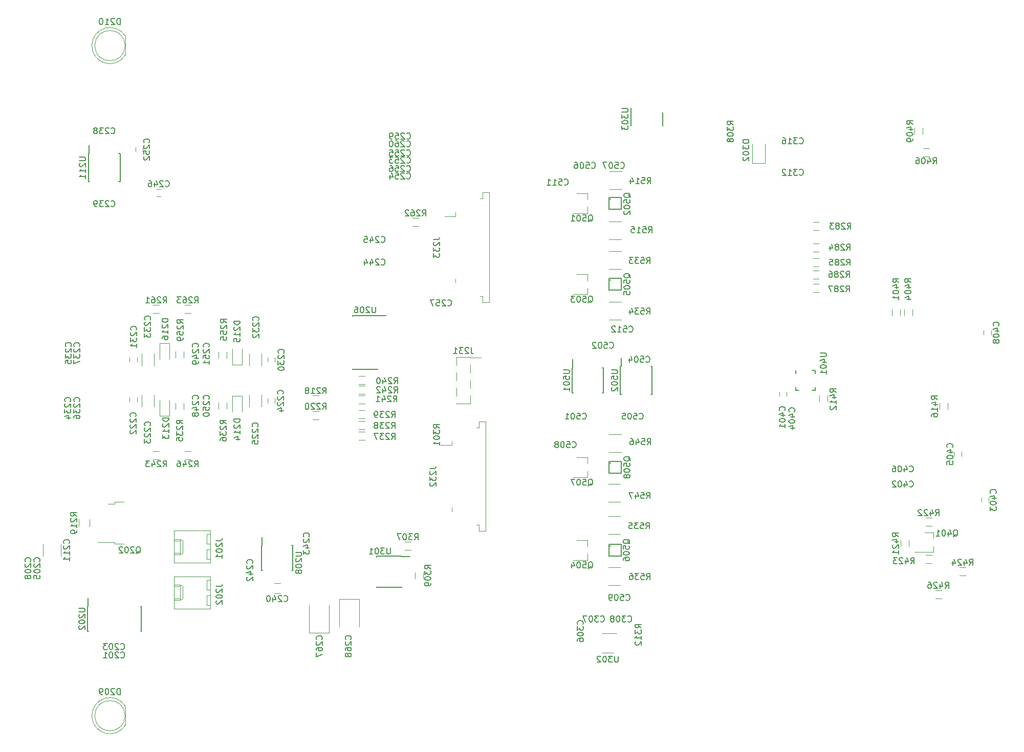
<source format=gbo>
G04 #@! TF.FileFunction,Legend,Bot*
%FSLAX46Y46*%
G04 Gerber Fmt 4.6, Leading zero omitted, Abs format (unit mm)*
G04 Created by KiCad (PCBNEW 4.0.7) date 06/22/19 17:44:06*
%MOMM*%
%LPD*%
G01*
G04 APERTURE LIST*
%ADD10C,0.100000*%
%ADD11C,0.150000*%
%ADD12C,0.120000*%
G04 APERTURE END LIST*
D10*
D11*
X131175000Y-129125000D02*
X131175000Y-129175000D01*
X127025000Y-129125000D02*
X127025000Y-129270000D01*
X127025000Y-134275000D02*
X127025000Y-134130000D01*
X131175000Y-134275000D02*
X131175000Y-134130000D01*
X131175000Y-129125000D02*
X127025000Y-129125000D01*
X131175000Y-134275000D02*
X127025000Y-134275000D01*
X131175000Y-129175000D02*
X132575000Y-129175000D01*
D12*
X159550000Y-85750000D02*
X161950000Y-85750000D01*
X161950000Y-85750000D02*
X161950000Y-84700000D01*
X160150000Y-82450000D02*
X161950000Y-82450000D01*
X161950000Y-82450000D02*
X161950000Y-83500000D01*
D11*
X167375000Y-97675000D02*
X167500000Y-97675000D01*
X167375000Y-102325000D02*
X167600000Y-102325000D01*
X172625000Y-102325000D02*
X172400000Y-102325000D01*
X172625000Y-97675000D02*
X172400000Y-97675000D01*
X167375000Y-97675000D02*
X167375000Y-102325000D01*
X172625000Y-97675000D02*
X172625000Y-102325000D01*
X167500000Y-97675000D02*
X167500000Y-96325000D01*
D12*
X71820000Y-129100000D02*
X71820000Y-127100000D01*
X74780000Y-127100000D02*
X74780000Y-129100000D01*
X87400000Y-103550000D02*
X87400000Y-102850000D01*
X86200000Y-102850000D02*
X86200000Y-103550000D01*
X90220000Y-102400000D02*
X90220000Y-104400000D01*
X88180000Y-104400000D02*
X88180000Y-102400000D01*
X110200000Y-103750000D02*
X110200000Y-103050000D01*
X109000000Y-103050000D02*
X109000000Y-103750000D01*
X108020000Y-102400000D02*
X108020000Y-104400000D01*
X105980000Y-104400000D02*
X105980000Y-102400000D01*
X109000000Y-96250000D02*
X109000000Y-96950000D01*
X110200000Y-96950000D02*
X110200000Y-96250000D01*
X86200000Y-96250000D02*
X86200000Y-96950000D01*
X87400000Y-96950000D02*
X87400000Y-96250000D01*
X105980000Y-97600000D02*
X105980000Y-95600000D01*
X108020000Y-95600000D02*
X108020000Y-97600000D01*
X88180000Y-97600000D02*
X88180000Y-95600000D01*
X90220000Y-95600000D02*
X90220000Y-97600000D01*
X111100000Y-135250000D02*
X110100000Y-135250000D01*
X110100000Y-133550000D02*
X111100000Y-133550000D01*
X90650000Y-69600000D02*
X91350000Y-69600000D01*
X91350000Y-68400000D02*
X90650000Y-68400000D01*
X88400000Y-62150000D02*
X88400000Y-61450000D01*
X87200000Y-61450000D02*
X87200000Y-62150000D01*
X79940000Y-155500462D02*
G75*
G02X85490000Y-153955170I2990000J462D01*
G01*
X79940000Y-155499538D02*
G75*
G03X85490000Y-157044830I2990000J-462D01*
G01*
X85430000Y-155500000D02*
G75*
G03X85430000Y-155500000I-2500000J0D01*
G01*
X85490000Y-153955000D02*
X85490000Y-157045000D01*
X79940000Y-44600462D02*
G75*
G02X85490000Y-43055170I2990000J462D01*
G01*
X79940000Y-44599538D02*
G75*
G03X85490000Y-46144830I2990000J-462D01*
G01*
X85430000Y-44600000D02*
G75*
G03X85430000Y-44600000I-2500000J0D01*
G01*
X85490000Y-43055000D02*
X85490000Y-46145000D01*
X92800000Y-105850000D02*
X91200000Y-105850000D01*
X91200000Y-105850000D02*
X91200000Y-103250000D01*
X92800000Y-105850000D02*
X92800000Y-103250000D01*
X103200000Y-102600000D02*
X104800000Y-102600000D01*
X104800000Y-102600000D02*
X104800000Y-105200000D01*
X103200000Y-102600000D02*
X103200000Y-105200000D01*
X104800000Y-97400000D02*
X103200000Y-97400000D01*
X103200000Y-97400000D02*
X103200000Y-94800000D01*
X104800000Y-97400000D02*
X104800000Y-94800000D01*
X91200000Y-93900000D02*
X92800000Y-93900000D01*
X92800000Y-93900000D02*
X92800000Y-96500000D01*
X91200000Y-93900000D02*
X91200000Y-96500000D01*
X191310000Y-64050000D02*
X189190000Y-64050000D01*
X191310000Y-60850000D02*
X191310000Y-64050000D01*
X189190000Y-64050000D02*
X189190000Y-60850000D01*
X99570000Y-130170000D02*
X93570000Y-130170000D01*
X93570000Y-130170000D02*
X93570000Y-124890000D01*
X93570000Y-124890000D02*
X99570000Y-124890000D01*
X99570000Y-124890000D02*
X99570000Y-130170000D01*
X93570000Y-128800000D02*
X94570000Y-128800000D01*
X94570000Y-128800000D02*
X94570000Y-126260000D01*
X94570000Y-126260000D02*
X93570000Y-126260000D01*
X94570000Y-128800000D02*
X95000000Y-128550000D01*
X95000000Y-128550000D02*
X95000000Y-126510000D01*
X95000000Y-126510000D02*
X94570000Y-126260000D01*
X93570000Y-128550000D02*
X94570000Y-128550000D01*
X93570000Y-126510000D02*
X94570000Y-126510000D01*
X99570000Y-129600000D02*
X98950000Y-129600000D01*
X98950000Y-129600000D02*
X98950000Y-128000000D01*
X98950000Y-128000000D02*
X99570000Y-128000000D01*
X99570000Y-127060000D02*
X98950000Y-127060000D01*
X98950000Y-127060000D02*
X98950000Y-125460000D01*
X98950000Y-125460000D02*
X99570000Y-125460000D01*
X99570000Y-137770000D02*
X93570000Y-137770000D01*
X93570000Y-137770000D02*
X93570000Y-132490000D01*
X93570000Y-132490000D02*
X99570000Y-132490000D01*
X99570000Y-132490000D02*
X99570000Y-137770000D01*
X93570000Y-136400000D02*
X94570000Y-136400000D01*
X94570000Y-136400000D02*
X94570000Y-133860000D01*
X94570000Y-133860000D02*
X93570000Y-133860000D01*
X94570000Y-136400000D02*
X95000000Y-136150000D01*
X95000000Y-136150000D02*
X95000000Y-134110000D01*
X95000000Y-134110000D02*
X94570000Y-133860000D01*
X93570000Y-136150000D02*
X94570000Y-136150000D01*
X93570000Y-134110000D02*
X94570000Y-134110000D01*
X99570000Y-137200000D02*
X98950000Y-137200000D01*
X98950000Y-137200000D02*
X98950000Y-135600000D01*
X98950000Y-135600000D02*
X99570000Y-135600000D01*
X99570000Y-134660000D02*
X98950000Y-134660000D01*
X98950000Y-134660000D02*
X98950000Y-133060000D01*
X98950000Y-133060000D02*
X99570000Y-133060000D01*
X142510000Y-96130000D02*
X140290000Y-96130000D01*
X142510000Y-103870000D02*
X140290000Y-103870000D01*
X140290000Y-96140000D02*
X140290000Y-97510000D01*
X142510000Y-96240000D02*
X144340000Y-96240000D01*
X142510000Y-96130000D02*
X142510000Y-96240000D01*
X140290000Y-103760000D02*
X140290000Y-103870000D01*
X140290000Y-98680000D02*
X140290000Y-100050000D01*
X140290000Y-101220000D02*
X140290000Y-102590000D01*
X142510000Y-97410000D02*
X142510000Y-98780000D01*
X142510000Y-99950000D02*
X142510000Y-101320000D01*
X142510000Y-102490000D02*
X142510000Y-103860000D01*
X144160000Y-86055000D02*
X144590000Y-86055000D01*
X144590000Y-86055000D02*
X144590000Y-87080000D01*
X144590000Y-87080000D02*
X145720000Y-87080000D01*
X145720000Y-87080000D02*
X145720000Y-68920000D01*
X145720000Y-68920000D02*
X144590000Y-68920000D01*
X144590000Y-68920000D02*
X144590000Y-69945000D01*
X144590000Y-69945000D02*
X144160000Y-69945000D01*
X140080000Y-72210000D02*
X140080000Y-72835000D01*
X140080000Y-72835000D02*
X138280000Y-72835000D01*
X140080000Y-83165000D02*
X140080000Y-83790000D01*
X85230000Y-127050000D02*
X83730000Y-127050000D01*
X83730000Y-127050000D02*
X83730000Y-126780000D01*
X83730000Y-126780000D02*
X80900000Y-126780000D01*
X85230000Y-120150000D02*
X83730000Y-120150000D01*
X83730000Y-120150000D02*
X83730000Y-120420000D01*
X83730000Y-120420000D02*
X82630000Y-120420000D01*
X219160000Y-125220000D02*
X219160000Y-126150000D01*
X219160000Y-128380000D02*
X219160000Y-127450000D01*
X219160000Y-128380000D02*
X216000000Y-128380000D01*
X219160000Y-125220000D02*
X217700000Y-125220000D01*
X159550000Y-72350000D02*
X161950000Y-72350000D01*
X161950000Y-72350000D02*
X161950000Y-71300000D01*
X160150000Y-69050000D02*
X161950000Y-69050000D01*
X161950000Y-69050000D02*
X161950000Y-70100000D01*
D11*
X165700000Y-70000000D02*
X165750000Y-70050000D01*
X165500000Y-71700000D02*
X165500000Y-69700000D01*
X165500000Y-69700000D02*
X167500000Y-69700000D01*
X167500000Y-69700000D02*
X167500000Y-71700000D01*
X167500000Y-71700000D02*
X165500000Y-71700000D01*
D12*
X159550000Y-129750000D02*
X161950000Y-129750000D01*
X161950000Y-129750000D02*
X161950000Y-128700000D01*
X160150000Y-126450000D02*
X161950000Y-126450000D01*
X161950000Y-126450000D02*
X161950000Y-127500000D01*
D11*
X165700000Y-83400000D02*
X165750000Y-83450000D01*
X165500000Y-85100000D02*
X165500000Y-83100000D01*
X165500000Y-83100000D02*
X167500000Y-83100000D01*
X167500000Y-83100000D02*
X167500000Y-85100000D01*
X167500000Y-85100000D02*
X165500000Y-85100000D01*
X165700000Y-127400000D02*
X165750000Y-127450000D01*
X165500000Y-129100000D02*
X165500000Y-127100000D01*
X165500000Y-127100000D02*
X167500000Y-127100000D01*
X167500000Y-127100000D02*
X167500000Y-129100000D01*
X167500000Y-129100000D02*
X165500000Y-129100000D01*
D12*
X159550000Y-116050000D02*
X161950000Y-116050000D01*
X161950000Y-116050000D02*
X161950000Y-115000000D01*
X160150000Y-112750000D02*
X161950000Y-112750000D01*
X161950000Y-112750000D02*
X161950000Y-113800000D01*
D11*
X165700000Y-113700000D02*
X165750000Y-113750000D01*
X165500000Y-115400000D02*
X165500000Y-113400000D01*
X165500000Y-113400000D02*
X167500000Y-113400000D01*
X167500000Y-113400000D02*
X167500000Y-115400000D01*
X167500000Y-115400000D02*
X165500000Y-115400000D01*
D12*
X116500000Y-103880000D02*
X117500000Y-103880000D01*
X117500000Y-102520000D02*
X116500000Y-102520000D01*
X116500000Y-106480000D02*
X117500000Y-106480000D01*
X117500000Y-105120000D02*
X116500000Y-105120000D01*
X102280000Y-104700000D02*
X102280000Y-103700000D01*
X100920000Y-103700000D02*
X100920000Y-104700000D01*
X124100000Y-109880000D02*
X125100000Y-109880000D01*
X125100000Y-108520000D02*
X124100000Y-108520000D01*
X124100000Y-108080000D02*
X125100000Y-108080000D01*
X125100000Y-106720000D02*
X124100000Y-106720000D01*
X124100000Y-106280000D02*
X125100000Y-106280000D01*
X125100000Y-104920000D02*
X124100000Y-104920000D01*
X124100000Y-100680000D02*
X125100000Y-100680000D01*
X125100000Y-99320000D02*
X124100000Y-99320000D01*
X124100000Y-103880000D02*
X125100000Y-103880000D01*
X125100000Y-102520000D02*
X124100000Y-102520000D01*
X124100000Y-102280000D02*
X125100000Y-102280000D01*
X125100000Y-100920000D02*
X124100000Y-100920000D01*
X91100000Y-111720000D02*
X90100000Y-111720000D01*
X90100000Y-113080000D02*
X91100000Y-113080000D01*
X96300000Y-111720000D02*
X95300000Y-111720000D01*
X95300000Y-113080000D02*
X96300000Y-113080000D01*
X100920000Y-95300000D02*
X100920000Y-96300000D01*
X102280000Y-96300000D02*
X102280000Y-95300000D01*
X93820000Y-95250000D02*
X93820000Y-96250000D01*
X95180000Y-96250000D02*
X95180000Y-95250000D01*
X90100000Y-88880000D02*
X91100000Y-88880000D01*
X91100000Y-87520000D02*
X90100000Y-87520000D01*
X133000000Y-74480000D02*
X134000000Y-74480000D01*
X134000000Y-73120000D02*
X133000000Y-73120000D01*
X95300000Y-88880000D02*
X96300000Y-88880000D01*
X96300000Y-87520000D02*
X95300000Y-87520000D01*
X200250000Y-73820000D02*
X199250000Y-73820000D01*
X199250000Y-75180000D02*
X200250000Y-75180000D01*
X200250000Y-77320000D02*
X199250000Y-77320000D01*
X199250000Y-78680000D02*
X200250000Y-78680000D01*
X200250000Y-79820000D02*
X199250000Y-79820000D01*
X199250000Y-81180000D02*
X200250000Y-81180000D01*
X199250000Y-83180000D02*
X200250000Y-83180000D01*
X200250000Y-81820000D02*
X199250000Y-81820000D01*
X133420000Y-131800000D02*
X133420000Y-132800000D01*
X134780000Y-132800000D02*
X134780000Y-131800000D01*
X213680000Y-89300000D02*
X213680000Y-88300000D01*
X212320000Y-88300000D02*
X212320000Y-89300000D01*
X215680000Y-89300000D02*
X215680000Y-88300000D01*
X214320000Y-88300000D02*
X214320000Y-89300000D01*
X218500000Y-61570000D02*
X217500000Y-61570000D01*
X217500000Y-62930000D02*
X218500000Y-62930000D01*
X217430000Y-59250000D02*
X217430000Y-58250000D01*
X216070000Y-58250000D02*
X216070000Y-59250000D01*
X201680000Y-103500000D02*
X201680000Y-102500000D01*
X200320000Y-102500000D02*
X200320000Y-103500000D01*
X220220000Y-103800000D02*
X220220000Y-104800000D01*
X221580000Y-104800000D02*
X221580000Y-103800000D01*
X215080000Y-127500000D02*
X215080000Y-126500000D01*
X213720000Y-126500000D02*
X213720000Y-127500000D01*
X217900000Y-124080000D02*
X218900000Y-124080000D01*
X218900000Y-122720000D02*
X217900000Y-122720000D01*
X217900000Y-130280000D02*
X218900000Y-130280000D01*
X218900000Y-128920000D02*
X217900000Y-128920000D01*
X167600000Y-65420000D02*
X165600000Y-65420000D01*
X165600000Y-68380000D02*
X167600000Y-68380000D01*
X165500000Y-76680000D02*
X167500000Y-76680000D01*
X167500000Y-73720000D02*
X165500000Y-73720000D01*
X167500000Y-78620000D02*
X165500000Y-78620000D01*
X165500000Y-81580000D02*
X167500000Y-81580000D01*
X165500000Y-89980000D02*
X167500000Y-89980000D01*
X167500000Y-87020000D02*
X165500000Y-87020000D01*
X167400000Y-122520000D02*
X165400000Y-122520000D01*
X165400000Y-125480000D02*
X167400000Y-125480000D01*
X167500000Y-108920000D02*
X165500000Y-108920000D01*
X165500000Y-111880000D02*
X167500000Y-111880000D01*
D11*
X79250000Y-137375000D02*
X79275000Y-137375000D01*
X79250000Y-141525000D02*
X79365000Y-141525000D01*
X88150000Y-141525000D02*
X88035000Y-141525000D01*
X88150000Y-137375000D02*
X88035000Y-137375000D01*
X79250000Y-137375000D02*
X79250000Y-141525000D01*
X88150000Y-137375000D02*
X88150000Y-141525000D01*
X79275000Y-137375000D02*
X79275000Y-136000000D01*
X159425000Y-97925000D02*
X159475000Y-97925000D01*
X159425000Y-102075000D02*
X159570000Y-102075000D01*
X164575000Y-102075000D02*
X164430000Y-102075000D01*
X164575000Y-97925000D02*
X164430000Y-97925000D01*
X159425000Y-97925000D02*
X159425000Y-102075000D01*
X164575000Y-97925000D02*
X164575000Y-102075000D01*
X159475000Y-97925000D02*
X159475000Y-96525000D01*
X196375000Y-101625000D02*
X196875000Y-101625000D01*
X199625000Y-98375000D02*
X199125000Y-98375000D01*
X199625000Y-101625000D02*
X199125000Y-101625000D01*
X196375000Y-98375000D02*
X196375000Y-98875000D01*
X199625000Y-98375000D02*
X199625000Y-98875000D01*
X199625000Y-101625000D02*
X199625000Y-101125000D01*
X196375000Y-101625000D02*
X196375000Y-101125000D01*
D12*
X143560000Y-123955000D02*
X143990000Y-123955000D01*
X143990000Y-123955000D02*
X143990000Y-124980000D01*
X143990000Y-124980000D02*
X145120000Y-124980000D01*
X145120000Y-124980000D02*
X145120000Y-106820000D01*
X145120000Y-106820000D02*
X143990000Y-106820000D01*
X143990000Y-106820000D02*
X143990000Y-107845000D01*
X143990000Y-107845000D02*
X143560000Y-107845000D01*
X139480000Y-110110000D02*
X139480000Y-110735000D01*
X139480000Y-110735000D02*
X137680000Y-110735000D01*
X139480000Y-121065000D02*
X139480000Y-121690000D01*
X223500000Y-132280000D02*
X224500000Y-132280000D01*
X224500000Y-130920000D02*
X223500000Y-130920000D01*
X219500000Y-136080000D02*
X220500000Y-136080000D01*
X220500000Y-134720000D02*
X219500000Y-134720000D01*
X119150000Y-141800000D02*
X119150000Y-137250000D01*
X115850000Y-141800000D02*
X115850000Y-137250000D01*
X119150000Y-141800000D02*
X115850000Y-141800000D01*
X120850000Y-136200000D02*
X120850000Y-140750000D01*
X124150000Y-136200000D02*
X124150000Y-140750000D01*
X120850000Y-136200000D02*
X124150000Y-136200000D01*
X79580000Y-124200000D02*
X79580000Y-123000000D01*
X77820000Y-123000000D02*
X77820000Y-124200000D01*
X193650000Y-101900000D02*
X193650000Y-102600000D01*
X194850000Y-102600000D02*
X194850000Y-101900000D01*
X95180000Y-104750000D02*
X95180000Y-103750000D01*
X93820000Y-103750000D02*
X93820000Y-104750000D01*
X200250000Y-84070000D02*
X199250000Y-84070000D01*
X199250000Y-85430000D02*
X200250000Y-85430000D01*
X227100000Y-119450000D02*
X227100000Y-120150000D01*
X228300000Y-120150000D02*
X228300000Y-119450000D01*
X222600000Y-111850000D02*
X222600000Y-112550000D01*
X223800000Y-112550000D02*
X223800000Y-111850000D01*
X227500000Y-91750000D02*
X227500000Y-92450000D01*
X228700000Y-92450000D02*
X228700000Y-91750000D01*
X131700000Y-128080000D02*
X132700000Y-128080000D01*
X132700000Y-126720000D02*
X131700000Y-126720000D01*
X165400000Y-133880000D02*
X167400000Y-133880000D01*
X167400000Y-130920000D02*
X165400000Y-130920000D01*
X165400000Y-120080000D02*
X167400000Y-120080000D01*
X167400000Y-117120000D02*
X165400000Y-117120000D01*
D11*
X127225000Y-89300000D02*
X127225000Y-89325000D01*
X123075000Y-89300000D02*
X123075000Y-89415000D01*
X123075000Y-98200000D02*
X123075000Y-98085000D01*
X127225000Y-98200000D02*
X127225000Y-98085000D01*
X127225000Y-89300000D02*
X123075000Y-89300000D01*
X127225000Y-98200000D02*
X123075000Y-98200000D01*
X127225000Y-89325000D02*
X128600000Y-89325000D01*
X108025000Y-127325000D02*
X108075000Y-127325000D01*
X108025000Y-131475000D02*
X108170000Y-131475000D01*
X113175000Y-131475000D02*
X113030000Y-131475000D01*
X113175000Y-127325000D02*
X113030000Y-127325000D01*
X108025000Y-127325000D02*
X108025000Y-131475000D01*
X113175000Y-127325000D02*
X113175000Y-131475000D01*
X108075000Y-127325000D02*
X108075000Y-125925000D01*
X79375000Y-62475000D02*
X79500000Y-62475000D01*
X79375000Y-67125000D02*
X79600000Y-67125000D01*
X84625000Y-67125000D02*
X84400000Y-67125000D01*
X84625000Y-62475000D02*
X84400000Y-62475000D01*
X79375000Y-62475000D02*
X79375000Y-67125000D01*
X84625000Y-62475000D02*
X84625000Y-67125000D01*
X79500000Y-62475000D02*
X79500000Y-61125000D01*
D12*
X166150000Y-145110000D02*
X164350000Y-145110000D01*
X164350000Y-141890000D02*
X166800000Y-141890000D01*
D11*
X174375000Y-55650000D02*
X174375000Y-57850000D01*
X169125000Y-54925000D02*
X169125000Y-57850000D01*
X129314286Y-127752381D02*
X129314286Y-128561905D01*
X129266667Y-128657143D01*
X129219048Y-128704762D01*
X129123810Y-128752381D01*
X128933333Y-128752381D01*
X128838095Y-128704762D01*
X128790476Y-128657143D01*
X128742857Y-128561905D01*
X128742857Y-127752381D01*
X128361905Y-127752381D02*
X127742857Y-127752381D01*
X128076191Y-128133333D01*
X127933333Y-128133333D01*
X127838095Y-128180952D01*
X127790476Y-128228571D01*
X127742857Y-128323810D01*
X127742857Y-128561905D01*
X127790476Y-128657143D01*
X127838095Y-128704762D01*
X127933333Y-128752381D01*
X128219048Y-128752381D01*
X128314286Y-128704762D01*
X128361905Y-128657143D01*
X127123810Y-127752381D02*
X127028571Y-127752381D01*
X126933333Y-127800000D01*
X126885714Y-127847619D01*
X126838095Y-127942857D01*
X126790476Y-128133333D01*
X126790476Y-128371429D01*
X126838095Y-128561905D01*
X126885714Y-128657143D01*
X126933333Y-128704762D01*
X127028571Y-128752381D01*
X127123810Y-128752381D01*
X127219048Y-128704762D01*
X127266667Y-128657143D01*
X127314286Y-128561905D01*
X127361905Y-128371429D01*
X127361905Y-128133333D01*
X127314286Y-127942857D01*
X127266667Y-127847619D01*
X127219048Y-127800000D01*
X127123810Y-127752381D01*
X125838095Y-128752381D02*
X126409524Y-128752381D01*
X126123810Y-128752381D02*
X126123810Y-127752381D01*
X126219048Y-127895238D01*
X126314286Y-127990476D01*
X126409524Y-128038095D01*
X162047619Y-87147619D02*
X162142857Y-87100000D01*
X162238095Y-87004762D01*
X162380952Y-86861905D01*
X162476191Y-86814286D01*
X162571429Y-86814286D01*
X162523810Y-87052381D02*
X162619048Y-87004762D01*
X162714286Y-86909524D01*
X162761905Y-86719048D01*
X162761905Y-86385714D01*
X162714286Y-86195238D01*
X162619048Y-86100000D01*
X162523810Y-86052381D01*
X162333333Y-86052381D01*
X162238095Y-86100000D01*
X162142857Y-86195238D01*
X162095238Y-86385714D01*
X162095238Y-86719048D01*
X162142857Y-86909524D01*
X162238095Y-87004762D01*
X162333333Y-87052381D01*
X162523810Y-87052381D01*
X161190476Y-86052381D02*
X161666667Y-86052381D01*
X161714286Y-86528571D01*
X161666667Y-86480952D01*
X161571429Y-86433333D01*
X161333333Y-86433333D01*
X161238095Y-86480952D01*
X161190476Y-86528571D01*
X161142857Y-86623810D01*
X161142857Y-86861905D01*
X161190476Y-86957143D01*
X161238095Y-87004762D01*
X161333333Y-87052381D01*
X161571429Y-87052381D01*
X161666667Y-87004762D01*
X161714286Y-86957143D01*
X160523810Y-86052381D02*
X160428571Y-86052381D01*
X160333333Y-86100000D01*
X160285714Y-86147619D01*
X160238095Y-86242857D01*
X160190476Y-86433333D01*
X160190476Y-86671429D01*
X160238095Y-86861905D01*
X160285714Y-86957143D01*
X160333333Y-87004762D01*
X160428571Y-87052381D01*
X160523810Y-87052381D01*
X160619048Y-87004762D01*
X160666667Y-86957143D01*
X160714286Y-86861905D01*
X160761905Y-86671429D01*
X160761905Y-86433333D01*
X160714286Y-86242857D01*
X160666667Y-86147619D01*
X160619048Y-86100000D01*
X160523810Y-86052381D01*
X159857143Y-86052381D02*
X159238095Y-86052381D01*
X159571429Y-86433333D01*
X159428571Y-86433333D01*
X159333333Y-86480952D01*
X159285714Y-86528571D01*
X159238095Y-86623810D01*
X159238095Y-86861905D01*
X159285714Y-86957143D01*
X159333333Y-87004762D01*
X159428571Y-87052381D01*
X159714286Y-87052381D01*
X159809524Y-87004762D01*
X159857143Y-86957143D01*
X165902381Y-98285714D02*
X166711905Y-98285714D01*
X166807143Y-98333333D01*
X166854762Y-98380952D01*
X166902381Y-98476190D01*
X166902381Y-98666667D01*
X166854762Y-98761905D01*
X166807143Y-98809524D01*
X166711905Y-98857143D01*
X165902381Y-98857143D01*
X165902381Y-99809524D02*
X165902381Y-99333333D01*
X166378571Y-99285714D01*
X166330952Y-99333333D01*
X166283333Y-99428571D01*
X166283333Y-99666667D01*
X166330952Y-99761905D01*
X166378571Y-99809524D01*
X166473810Y-99857143D01*
X166711905Y-99857143D01*
X166807143Y-99809524D01*
X166854762Y-99761905D01*
X166902381Y-99666667D01*
X166902381Y-99428571D01*
X166854762Y-99333333D01*
X166807143Y-99285714D01*
X165902381Y-100476190D02*
X165902381Y-100571429D01*
X165950000Y-100666667D01*
X165997619Y-100714286D01*
X166092857Y-100761905D01*
X166283333Y-100809524D01*
X166521429Y-100809524D01*
X166711905Y-100761905D01*
X166807143Y-100714286D01*
X166854762Y-100666667D01*
X166902381Y-100571429D01*
X166902381Y-100476190D01*
X166854762Y-100380952D01*
X166807143Y-100333333D01*
X166711905Y-100285714D01*
X166521429Y-100238095D01*
X166283333Y-100238095D01*
X166092857Y-100285714D01*
X165997619Y-100333333D01*
X165950000Y-100380952D01*
X165902381Y-100476190D01*
X165997619Y-101190476D02*
X165950000Y-101238095D01*
X165902381Y-101333333D01*
X165902381Y-101571429D01*
X165950000Y-101666667D01*
X165997619Y-101714286D01*
X166092857Y-101761905D01*
X166188095Y-101761905D01*
X166330952Y-101714286D01*
X166902381Y-101142857D01*
X166902381Y-101761905D01*
X76157143Y-126980953D02*
X76204762Y-126933334D01*
X76252381Y-126790477D01*
X76252381Y-126695239D01*
X76204762Y-126552381D01*
X76109524Y-126457143D01*
X76014286Y-126409524D01*
X75823810Y-126361905D01*
X75680952Y-126361905D01*
X75490476Y-126409524D01*
X75395238Y-126457143D01*
X75300000Y-126552381D01*
X75252381Y-126695239D01*
X75252381Y-126790477D01*
X75300000Y-126933334D01*
X75347619Y-126980953D01*
X75347619Y-127361905D02*
X75300000Y-127409524D01*
X75252381Y-127504762D01*
X75252381Y-127742858D01*
X75300000Y-127838096D01*
X75347619Y-127885715D01*
X75442857Y-127933334D01*
X75538095Y-127933334D01*
X75680952Y-127885715D01*
X76252381Y-127314286D01*
X76252381Y-127933334D01*
X76252381Y-128885715D02*
X76252381Y-128314286D01*
X76252381Y-128600000D02*
X75252381Y-128600000D01*
X75395238Y-128504762D01*
X75490476Y-128409524D01*
X75538095Y-128314286D01*
X76252381Y-129838096D02*
X76252381Y-129266667D01*
X76252381Y-129552381D02*
X75252381Y-129552381D01*
X75395238Y-129457143D01*
X75490476Y-129361905D01*
X75538095Y-129266667D01*
X87157143Y-105980953D02*
X87204762Y-105933334D01*
X87252381Y-105790477D01*
X87252381Y-105695239D01*
X87204762Y-105552381D01*
X87109524Y-105457143D01*
X87014286Y-105409524D01*
X86823810Y-105361905D01*
X86680952Y-105361905D01*
X86490476Y-105409524D01*
X86395238Y-105457143D01*
X86300000Y-105552381D01*
X86252381Y-105695239D01*
X86252381Y-105790477D01*
X86300000Y-105933334D01*
X86347619Y-105980953D01*
X86347619Y-106361905D02*
X86300000Y-106409524D01*
X86252381Y-106504762D01*
X86252381Y-106742858D01*
X86300000Y-106838096D01*
X86347619Y-106885715D01*
X86442857Y-106933334D01*
X86538095Y-106933334D01*
X86680952Y-106885715D01*
X87252381Y-106314286D01*
X87252381Y-106933334D01*
X86347619Y-107314286D02*
X86300000Y-107361905D01*
X86252381Y-107457143D01*
X86252381Y-107695239D01*
X86300000Y-107790477D01*
X86347619Y-107838096D01*
X86442857Y-107885715D01*
X86538095Y-107885715D01*
X86680952Y-107838096D01*
X87252381Y-107266667D01*
X87252381Y-107885715D01*
X86347619Y-108266667D02*
X86300000Y-108314286D01*
X86252381Y-108409524D01*
X86252381Y-108647620D01*
X86300000Y-108742858D01*
X86347619Y-108790477D01*
X86442857Y-108838096D01*
X86538095Y-108838096D01*
X86680952Y-108790477D01*
X87252381Y-108219048D01*
X87252381Y-108838096D01*
X89557143Y-107480953D02*
X89604762Y-107433334D01*
X89652381Y-107290477D01*
X89652381Y-107195239D01*
X89604762Y-107052381D01*
X89509524Y-106957143D01*
X89414286Y-106909524D01*
X89223810Y-106861905D01*
X89080952Y-106861905D01*
X88890476Y-106909524D01*
X88795238Y-106957143D01*
X88700000Y-107052381D01*
X88652381Y-107195239D01*
X88652381Y-107290477D01*
X88700000Y-107433334D01*
X88747619Y-107480953D01*
X88747619Y-107861905D02*
X88700000Y-107909524D01*
X88652381Y-108004762D01*
X88652381Y-108242858D01*
X88700000Y-108338096D01*
X88747619Y-108385715D01*
X88842857Y-108433334D01*
X88938095Y-108433334D01*
X89080952Y-108385715D01*
X89652381Y-107814286D01*
X89652381Y-108433334D01*
X88747619Y-108814286D02*
X88700000Y-108861905D01*
X88652381Y-108957143D01*
X88652381Y-109195239D01*
X88700000Y-109290477D01*
X88747619Y-109338096D01*
X88842857Y-109385715D01*
X88938095Y-109385715D01*
X89080952Y-109338096D01*
X89652381Y-108766667D01*
X89652381Y-109385715D01*
X88652381Y-109719048D02*
X88652381Y-110338096D01*
X89033333Y-110004762D01*
X89033333Y-110147620D01*
X89080952Y-110242858D01*
X89128571Y-110290477D01*
X89223810Y-110338096D01*
X89461905Y-110338096D01*
X89557143Y-110290477D01*
X89604762Y-110242858D01*
X89652381Y-110147620D01*
X89652381Y-109861905D01*
X89604762Y-109766667D01*
X89557143Y-109719048D01*
X111557143Y-102280953D02*
X111604762Y-102233334D01*
X111652381Y-102090477D01*
X111652381Y-101995239D01*
X111604762Y-101852381D01*
X111509524Y-101757143D01*
X111414286Y-101709524D01*
X111223810Y-101661905D01*
X111080952Y-101661905D01*
X110890476Y-101709524D01*
X110795238Y-101757143D01*
X110700000Y-101852381D01*
X110652381Y-101995239D01*
X110652381Y-102090477D01*
X110700000Y-102233334D01*
X110747619Y-102280953D01*
X110747619Y-102661905D02*
X110700000Y-102709524D01*
X110652381Y-102804762D01*
X110652381Y-103042858D01*
X110700000Y-103138096D01*
X110747619Y-103185715D01*
X110842857Y-103233334D01*
X110938095Y-103233334D01*
X111080952Y-103185715D01*
X111652381Y-102614286D01*
X111652381Y-103233334D01*
X110747619Y-103614286D02*
X110700000Y-103661905D01*
X110652381Y-103757143D01*
X110652381Y-103995239D01*
X110700000Y-104090477D01*
X110747619Y-104138096D01*
X110842857Y-104185715D01*
X110938095Y-104185715D01*
X111080952Y-104138096D01*
X111652381Y-103566667D01*
X111652381Y-104185715D01*
X110985714Y-105042858D02*
X111652381Y-105042858D01*
X110604762Y-104804762D02*
X111319048Y-104566667D01*
X111319048Y-105185715D01*
X107357143Y-107680953D02*
X107404762Y-107633334D01*
X107452381Y-107490477D01*
X107452381Y-107395239D01*
X107404762Y-107252381D01*
X107309524Y-107157143D01*
X107214286Y-107109524D01*
X107023810Y-107061905D01*
X106880952Y-107061905D01*
X106690476Y-107109524D01*
X106595238Y-107157143D01*
X106500000Y-107252381D01*
X106452381Y-107395239D01*
X106452381Y-107490477D01*
X106500000Y-107633334D01*
X106547619Y-107680953D01*
X106547619Y-108061905D02*
X106500000Y-108109524D01*
X106452381Y-108204762D01*
X106452381Y-108442858D01*
X106500000Y-108538096D01*
X106547619Y-108585715D01*
X106642857Y-108633334D01*
X106738095Y-108633334D01*
X106880952Y-108585715D01*
X107452381Y-108014286D01*
X107452381Y-108633334D01*
X106547619Y-109014286D02*
X106500000Y-109061905D01*
X106452381Y-109157143D01*
X106452381Y-109395239D01*
X106500000Y-109490477D01*
X106547619Y-109538096D01*
X106642857Y-109585715D01*
X106738095Y-109585715D01*
X106880952Y-109538096D01*
X107452381Y-108966667D01*
X107452381Y-109585715D01*
X106452381Y-110490477D02*
X106452381Y-110014286D01*
X106928571Y-109966667D01*
X106880952Y-110014286D01*
X106833333Y-110109524D01*
X106833333Y-110347620D01*
X106880952Y-110442858D01*
X106928571Y-110490477D01*
X107023810Y-110538096D01*
X107261905Y-110538096D01*
X107357143Y-110490477D01*
X107404762Y-110442858D01*
X107452381Y-110347620D01*
X107452381Y-110109524D01*
X107404762Y-110014286D01*
X107357143Y-109966667D01*
X111657143Y-95480953D02*
X111704762Y-95433334D01*
X111752381Y-95290477D01*
X111752381Y-95195239D01*
X111704762Y-95052381D01*
X111609524Y-94957143D01*
X111514286Y-94909524D01*
X111323810Y-94861905D01*
X111180952Y-94861905D01*
X110990476Y-94909524D01*
X110895238Y-94957143D01*
X110800000Y-95052381D01*
X110752381Y-95195239D01*
X110752381Y-95290477D01*
X110800000Y-95433334D01*
X110847619Y-95480953D01*
X110847619Y-95861905D02*
X110800000Y-95909524D01*
X110752381Y-96004762D01*
X110752381Y-96242858D01*
X110800000Y-96338096D01*
X110847619Y-96385715D01*
X110942857Y-96433334D01*
X111038095Y-96433334D01*
X111180952Y-96385715D01*
X111752381Y-95814286D01*
X111752381Y-96433334D01*
X110752381Y-96766667D02*
X110752381Y-97385715D01*
X111133333Y-97052381D01*
X111133333Y-97195239D01*
X111180952Y-97290477D01*
X111228571Y-97338096D01*
X111323810Y-97385715D01*
X111561905Y-97385715D01*
X111657143Y-97338096D01*
X111704762Y-97290477D01*
X111752381Y-97195239D01*
X111752381Y-96909524D01*
X111704762Y-96814286D01*
X111657143Y-96766667D01*
X110752381Y-98004762D02*
X110752381Y-98100001D01*
X110800000Y-98195239D01*
X110847619Y-98242858D01*
X110942857Y-98290477D01*
X111133333Y-98338096D01*
X111371429Y-98338096D01*
X111561905Y-98290477D01*
X111657143Y-98242858D01*
X111704762Y-98195239D01*
X111752381Y-98100001D01*
X111752381Y-98004762D01*
X111704762Y-97909524D01*
X111657143Y-97861905D01*
X111561905Y-97814286D01*
X111371429Y-97766667D01*
X111133333Y-97766667D01*
X110942857Y-97814286D01*
X110847619Y-97861905D01*
X110800000Y-97909524D01*
X110752381Y-98004762D01*
X87257143Y-91680953D02*
X87304762Y-91633334D01*
X87352381Y-91490477D01*
X87352381Y-91395239D01*
X87304762Y-91252381D01*
X87209524Y-91157143D01*
X87114286Y-91109524D01*
X86923810Y-91061905D01*
X86780952Y-91061905D01*
X86590476Y-91109524D01*
X86495238Y-91157143D01*
X86400000Y-91252381D01*
X86352381Y-91395239D01*
X86352381Y-91490477D01*
X86400000Y-91633334D01*
X86447619Y-91680953D01*
X86447619Y-92061905D02*
X86400000Y-92109524D01*
X86352381Y-92204762D01*
X86352381Y-92442858D01*
X86400000Y-92538096D01*
X86447619Y-92585715D01*
X86542857Y-92633334D01*
X86638095Y-92633334D01*
X86780952Y-92585715D01*
X87352381Y-92014286D01*
X87352381Y-92633334D01*
X86352381Y-92966667D02*
X86352381Y-93585715D01*
X86733333Y-93252381D01*
X86733333Y-93395239D01*
X86780952Y-93490477D01*
X86828571Y-93538096D01*
X86923810Y-93585715D01*
X87161905Y-93585715D01*
X87257143Y-93538096D01*
X87304762Y-93490477D01*
X87352381Y-93395239D01*
X87352381Y-93109524D01*
X87304762Y-93014286D01*
X87257143Y-92966667D01*
X87352381Y-94538096D02*
X87352381Y-93966667D01*
X87352381Y-94252381D02*
X86352381Y-94252381D01*
X86495238Y-94157143D01*
X86590476Y-94061905D01*
X86638095Y-93966667D01*
X107457143Y-90080953D02*
X107504762Y-90033334D01*
X107552381Y-89890477D01*
X107552381Y-89795239D01*
X107504762Y-89652381D01*
X107409524Y-89557143D01*
X107314286Y-89509524D01*
X107123810Y-89461905D01*
X106980952Y-89461905D01*
X106790476Y-89509524D01*
X106695238Y-89557143D01*
X106600000Y-89652381D01*
X106552381Y-89795239D01*
X106552381Y-89890477D01*
X106600000Y-90033334D01*
X106647619Y-90080953D01*
X106647619Y-90461905D02*
X106600000Y-90509524D01*
X106552381Y-90604762D01*
X106552381Y-90842858D01*
X106600000Y-90938096D01*
X106647619Y-90985715D01*
X106742857Y-91033334D01*
X106838095Y-91033334D01*
X106980952Y-90985715D01*
X107552381Y-90414286D01*
X107552381Y-91033334D01*
X106552381Y-91366667D02*
X106552381Y-91985715D01*
X106933333Y-91652381D01*
X106933333Y-91795239D01*
X106980952Y-91890477D01*
X107028571Y-91938096D01*
X107123810Y-91985715D01*
X107361905Y-91985715D01*
X107457143Y-91938096D01*
X107504762Y-91890477D01*
X107552381Y-91795239D01*
X107552381Y-91509524D01*
X107504762Y-91414286D01*
X107457143Y-91366667D01*
X106647619Y-92366667D02*
X106600000Y-92414286D01*
X106552381Y-92509524D01*
X106552381Y-92747620D01*
X106600000Y-92842858D01*
X106647619Y-92890477D01*
X106742857Y-92938096D01*
X106838095Y-92938096D01*
X106980952Y-92890477D01*
X107552381Y-92319048D01*
X107552381Y-92938096D01*
X89557143Y-89980953D02*
X89604762Y-89933334D01*
X89652381Y-89790477D01*
X89652381Y-89695239D01*
X89604762Y-89552381D01*
X89509524Y-89457143D01*
X89414286Y-89409524D01*
X89223810Y-89361905D01*
X89080952Y-89361905D01*
X88890476Y-89409524D01*
X88795238Y-89457143D01*
X88700000Y-89552381D01*
X88652381Y-89695239D01*
X88652381Y-89790477D01*
X88700000Y-89933334D01*
X88747619Y-89980953D01*
X88747619Y-90361905D02*
X88700000Y-90409524D01*
X88652381Y-90504762D01*
X88652381Y-90742858D01*
X88700000Y-90838096D01*
X88747619Y-90885715D01*
X88842857Y-90933334D01*
X88938095Y-90933334D01*
X89080952Y-90885715D01*
X89652381Y-90314286D01*
X89652381Y-90933334D01*
X88652381Y-91266667D02*
X88652381Y-91885715D01*
X89033333Y-91552381D01*
X89033333Y-91695239D01*
X89080952Y-91790477D01*
X89128571Y-91838096D01*
X89223810Y-91885715D01*
X89461905Y-91885715D01*
X89557143Y-91838096D01*
X89604762Y-91790477D01*
X89652381Y-91695239D01*
X89652381Y-91409524D01*
X89604762Y-91314286D01*
X89557143Y-91266667D01*
X88652381Y-92219048D02*
X88652381Y-92838096D01*
X89033333Y-92504762D01*
X89033333Y-92647620D01*
X89080952Y-92742858D01*
X89128571Y-92790477D01*
X89223810Y-92838096D01*
X89461905Y-92838096D01*
X89557143Y-92790477D01*
X89604762Y-92742858D01*
X89652381Y-92647620D01*
X89652381Y-92361905D01*
X89604762Y-92266667D01*
X89557143Y-92219048D01*
X111719047Y-136507143D02*
X111766666Y-136554762D01*
X111909523Y-136602381D01*
X112004761Y-136602381D01*
X112147619Y-136554762D01*
X112242857Y-136459524D01*
X112290476Y-136364286D01*
X112338095Y-136173810D01*
X112338095Y-136030952D01*
X112290476Y-135840476D01*
X112242857Y-135745238D01*
X112147619Y-135650000D01*
X112004761Y-135602381D01*
X111909523Y-135602381D01*
X111766666Y-135650000D01*
X111719047Y-135697619D01*
X111338095Y-135697619D02*
X111290476Y-135650000D01*
X111195238Y-135602381D01*
X110957142Y-135602381D01*
X110861904Y-135650000D01*
X110814285Y-135697619D01*
X110766666Y-135792857D01*
X110766666Y-135888095D01*
X110814285Y-136030952D01*
X111385714Y-136602381D01*
X110766666Y-136602381D01*
X109909523Y-135935714D02*
X109909523Y-136602381D01*
X110147619Y-135554762D02*
X110385714Y-136269048D01*
X109766666Y-136269048D01*
X109195238Y-135602381D02*
X109099999Y-135602381D01*
X109004761Y-135650000D01*
X108957142Y-135697619D01*
X108909523Y-135792857D01*
X108861904Y-135983333D01*
X108861904Y-136221429D01*
X108909523Y-136411905D01*
X108957142Y-136507143D01*
X109004761Y-136554762D01*
X109099999Y-136602381D01*
X109195238Y-136602381D01*
X109290476Y-136554762D01*
X109338095Y-136507143D01*
X109385714Y-136411905D01*
X109433333Y-136221429D01*
X109433333Y-135983333D01*
X109385714Y-135792857D01*
X109338095Y-135697619D01*
X109290476Y-135650000D01*
X109195238Y-135602381D01*
X92119047Y-67857143D02*
X92166666Y-67904762D01*
X92309523Y-67952381D01*
X92404761Y-67952381D01*
X92547619Y-67904762D01*
X92642857Y-67809524D01*
X92690476Y-67714286D01*
X92738095Y-67523810D01*
X92738095Y-67380952D01*
X92690476Y-67190476D01*
X92642857Y-67095238D01*
X92547619Y-67000000D01*
X92404761Y-66952381D01*
X92309523Y-66952381D01*
X92166666Y-67000000D01*
X92119047Y-67047619D01*
X91738095Y-67047619D02*
X91690476Y-67000000D01*
X91595238Y-66952381D01*
X91357142Y-66952381D01*
X91261904Y-67000000D01*
X91214285Y-67047619D01*
X91166666Y-67142857D01*
X91166666Y-67238095D01*
X91214285Y-67380952D01*
X91785714Y-67952381D01*
X91166666Y-67952381D01*
X90309523Y-67285714D02*
X90309523Y-67952381D01*
X90547619Y-66904762D02*
X90785714Y-67619048D01*
X90166666Y-67619048D01*
X89357142Y-66952381D02*
X89547619Y-66952381D01*
X89642857Y-67000000D01*
X89690476Y-67047619D01*
X89785714Y-67190476D01*
X89833333Y-67380952D01*
X89833333Y-67761905D01*
X89785714Y-67857143D01*
X89738095Y-67904762D01*
X89642857Y-67952381D01*
X89452380Y-67952381D01*
X89357142Y-67904762D01*
X89309523Y-67857143D01*
X89261904Y-67761905D01*
X89261904Y-67523810D01*
X89309523Y-67428571D01*
X89357142Y-67380952D01*
X89452380Y-67333333D01*
X89642857Y-67333333D01*
X89738095Y-67380952D01*
X89785714Y-67428571D01*
X89833333Y-67523810D01*
X89407143Y-60680953D02*
X89454762Y-60633334D01*
X89502381Y-60490477D01*
X89502381Y-60395239D01*
X89454762Y-60252381D01*
X89359524Y-60157143D01*
X89264286Y-60109524D01*
X89073810Y-60061905D01*
X88930952Y-60061905D01*
X88740476Y-60109524D01*
X88645238Y-60157143D01*
X88550000Y-60252381D01*
X88502381Y-60395239D01*
X88502381Y-60490477D01*
X88550000Y-60633334D01*
X88597619Y-60680953D01*
X88597619Y-61061905D02*
X88550000Y-61109524D01*
X88502381Y-61204762D01*
X88502381Y-61442858D01*
X88550000Y-61538096D01*
X88597619Y-61585715D01*
X88692857Y-61633334D01*
X88788095Y-61633334D01*
X88930952Y-61585715D01*
X89502381Y-61014286D01*
X89502381Y-61633334D01*
X88502381Y-62538096D02*
X88502381Y-62061905D01*
X88978571Y-62014286D01*
X88930952Y-62061905D01*
X88883333Y-62157143D01*
X88883333Y-62395239D01*
X88930952Y-62490477D01*
X88978571Y-62538096D01*
X89073810Y-62585715D01*
X89311905Y-62585715D01*
X89407143Y-62538096D01*
X89454762Y-62490477D01*
X89502381Y-62395239D01*
X89502381Y-62157143D01*
X89454762Y-62061905D01*
X89407143Y-62014286D01*
X88597619Y-62966667D02*
X88550000Y-63014286D01*
X88502381Y-63109524D01*
X88502381Y-63347620D01*
X88550000Y-63442858D01*
X88597619Y-63490477D01*
X88692857Y-63538096D01*
X88788095Y-63538096D01*
X88930952Y-63490477D01*
X89502381Y-62919048D01*
X89502381Y-63538096D01*
X84620476Y-151992381D02*
X84620476Y-150992381D01*
X84382381Y-150992381D01*
X84239523Y-151040000D01*
X84144285Y-151135238D01*
X84096666Y-151230476D01*
X84049047Y-151420952D01*
X84049047Y-151563810D01*
X84096666Y-151754286D01*
X84144285Y-151849524D01*
X84239523Y-151944762D01*
X84382381Y-151992381D01*
X84620476Y-151992381D01*
X83668095Y-151087619D02*
X83620476Y-151040000D01*
X83525238Y-150992381D01*
X83287142Y-150992381D01*
X83191904Y-151040000D01*
X83144285Y-151087619D01*
X83096666Y-151182857D01*
X83096666Y-151278095D01*
X83144285Y-151420952D01*
X83715714Y-151992381D01*
X83096666Y-151992381D01*
X82477619Y-150992381D02*
X82382380Y-150992381D01*
X82287142Y-151040000D01*
X82239523Y-151087619D01*
X82191904Y-151182857D01*
X82144285Y-151373333D01*
X82144285Y-151611429D01*
X82191904Y-151801905D01*
X82239523Y-151897143D01*
X82287142Y-151944762D01*
X82382380Y-151992381D01*
X82477619Y-151992381D01*
X82572857Y-151944762D01*
X82620476Y-151897143D01*
X82668095Y-151801905D01*
X82715714Y-151611429D01*
X82715714Y-151373333D01*
X82668095Y-151182857D01*
X82620476Y-151087619D01*
X82572857Y-151040000D01*
X82477619Y-150992381D01*
X81668095Y-151992381D02*
X81477619Y-151992381D01*
X81382380Y-151944762D01*
X81334761Y-151897143D01*
X81239523Y-151754286D01*
X81191904Y-151563810D01*
X81191904Y-151182857D01*
X81239523Y-151087619D01*
X81287142Y-151040000D01*
X81382380Y-150992381D01*
X81572857Y-150992381D01*
X81668095Y-151040000D01*
X81715714Y-151087619D01*
X81763333Y-151182857D01*
X81763333Y-151420952D01*
X81715714Y-151516190D01*
X81668095Y-151563810D01*
X81572857Y-151611429D01*
X81382380Y-151611429D01*
X81287142Y-151563810D01*
X81239523Y-151516190D01*
X81191904Y-151420952D01*
X84620476Y-41092381D02*
X84620476Y-40092381D01*
X84382381Y-40092381D01*
X84239523Y-40140000D01*
X84144285Y-40235238D01*
X84096666Y-40330476D01*
X84049047Y-40520952D01*
X84049047Y-40663810D01*
X84096666Y-40854286D01*
X84144285Y-40949524D01*
X84239523Y-41044762D01*
X84382381Y-41092381D01*
X84620476Y-41092381D01*
X83668095Y-40187619D02*
X83620476Y-40140000D01*
X83525238Y-40092381D01*
X83287142Y-40092381D01*
X83191904Y-40140000D01*
X83144285Y-40187619D01*
X83096666Y-40282857D01*
X83096666Y-40378095D01*
X83144285Y-40520952D01*
X83715714Y-41092381D01*
X83096666Y-41092381D01*
X82144285Y-41092381D02*
X82715714Y-41092381D01*
X82430000Y-41092381D02*
X82430000Y-40092381D01*
X82525238Y-40235238D01*
X82620476Y-40330476D01*
X82715714Y-40378095D01*
X81525238Y-40092381D02*
X81429999Y-40092381D01*
X81334761Y-40140000D01*
X81287142Y-40187619D01*
X81239523Y-40282857D01*
X81191904Y-40473333D01*
X81191904Y-40711429D01*
X81239523Y-40901905D01*
X81287142Y-40997143D01*
X81334761Y-41044762D01*
X81429999Y-41092381D01*
X81525238Y-41092381D01*
X81620476Y-41044762D01*
X81668095Y-40997143D01*
X81715714Y-40901905D01*
X81763333Y-40711429D01*
X81763333Y-40473333D01*
X81715714Y-40282857D01*
X81668095Y-40187619D01*
X81620476Y-40140000D01*
X81525238Y-40092381D01*
X92652381Y-106209524D02*
X91652381Y-106209524D01*
X91652381Y-106447619D01*
X91700000Y-106590477D01*
X91795238Y-106685715D01*
X91890476Y-106733334D01*
X92080952Y-106780953D01*
X92223810Y-106780953D01*
X92414286Y-106733334D01*
X92509524Y-106685715D01*
X92604762Y-106590477D01*
X92652381Y-106447619D01*
X92652381Y-106209524D01*
X91747619Y-107161905D02*
X91700000Y-107209524D01*
X91652381Y-107304762D01*
X91652381Y-107542858D01*
X91700000Y-107638096D01*
X91747619Y-107685715D01*
X91842857Y-107733334D01*
X91938095Y-107733334D01*
X92080952Y-107685715D01*
X92652381Y-107114286D01*
X92652381Y-107733334D01*
X92652381Y-108685715D02*
X92652381Y-108114286D01*
X92652381Y-108400000D02*
X91652381Y-108400000D01*
X91795238Y-108304762D01*
X91890476Y-108209524D01*
X91938095Y-108114286D01*
X91652381Y-109019048D02*
X91652381Y-109638096D01*
X92033333Y-109304762D01*
X92033333Y-109447620D01*
X92080952Y-109542858D01*
X92128571Y-109590477D01*
X92223810Y-109638096D01*
X92461905Y-109638096D01*
X92557143Y-109590477D01*
X92604762Y-109542858D01*
X92652381Y-109447620D01*
X92652381Y-109161905D01*
X92604762Y-109066667D01*
X92557143Y-109019048D01*
X104452381Y-106409524D02*
X103452381Y-106409524D01*
X103452381Y-106647619D01*
X103500000Y-106790477D01*
X103595238Y-106885715D01*
X103690476Y-106933334D01*
X103880952Y-106980953D01*
X104023810Y-106980953D01*
X104214286Y-106933334D01*
X104309524Y-106885715D01*
X104404762Y-106790477D01*
X104452381Y-106647619D01*
X104452381Y-106409524D01*
X103547619Y-107361905D02*
X103500000Y-107409524D01*
X103452381Y-107504762D01*
X103452381Y-107742858D01*
X103500000Y-107838096D01*
X103547619Y-107885715D01*
X103642857Y-107933334D01*
X103738095Y-107933334D01*
X103880952Y-107885715D01*
X104452381Y-107314286D01*
X104452381Y-107933334D01*
X104452381Y-108885715D02*
X104452381Y-108314286D01*
X104452381Y-108600000D02*
X103452381Y-108600000D01*
X103595238Y-108504762D01*
X103690476Y-108409524D01*
X103738095Y-108314286D01*
X103785714Y-109742858D02*
X104452381Y-109742858D01*
X103404762Y-109504762D02*
X104119048Y-109266667D01*
X104119048Y-109885715D01*
X104452381Y-90209524D02*
X103452381Y-90209524D01*
X103452381Y-90447619D01*
X103500000Y-90590477D01*
X103595238Y-90685715D01*
X103690476Y-90733334D01*
X103880952Y-90780953D01*
X104023810Y-90780953D01*
X104214286Y-90733334D01*
X104309524Y-90685715D01*
X104404762Y-90590477D01*
X104452381Y-90447619D01*
X104452381Y-90209524D01*
X103547619Y-91161905D02*
X103500000Y-91209524D01*
X103452381Y-91304762D01*
X103452381Y-91542858D01*
X103500000Y-91638096D01*
X103547619Y-91685715D01*
X103642857Y-91733334D01*
X103738095Y-91733334D01*
X103880952Y-91685715D01*
X104452381Y-91114286D01*
X104452381Y-91733334D01*
X104452381Y-92685715D02*
X104452381Y-92114286D01*
X104452381Y-92400000D02*
X103452381Y-92400000D01*
X103595238Y-92304762D01*
X103690476Y-92209524D01*
X103738095Y-92114286D01*
X103452381Y-93590477D02*
X103452381Y-93114286D01*
X103928571Y-93066667D01*
X103880952Y-93114286D01*
X103833333Y-93209524D01*
X103833333Y-93447620D01*
X103880952Y-93542858D01*
X103928571Y-93590477D01*
X104023810Y-93638096D01*
X104261905Y-93638096D01*
X104357143Y-93590477D01*
X104404762Y-93542858D01*
X104452381Y-93447620D01*
X104452381Y-93209524D01*
X104404762Y-93114286D01*
X104357143Y-93066667D01*
X92552381Y-89809524D02*
X91552381Y-89809524D01*
X91552381Y-90047619D01*
X91600000Y-90190477D01*
X91695238Y-90285715D01*
X91790476Y-90333334D01*
X91980952Y-90380953D01*
X92123810Y-90380953D01*
X92314286Y-90333334D01*
X92409524Y-90285715D01*
X92504762Y-90190477D01*
X92552381Y-90047619D01*
X92552381Y-89809524D01*
X91647619Y-90761905D02*
X91600000Y-90809524D01*
X91552381Y-90904762D01*
X91552381Y-91142858D01*
X91600000Y-91238096D01*
X91647619Y-91285715D01*
X91742857Y-91333334D01*
X91838095Y-91333334D01*
X91980952Y-91285715D01*
X92552381Y-90714286D01*
X92552381Y-91333334D01*
X92552381Y-92285715D02*
X92552381Y-91714286D01*
X92552381Y-92000000D02*
X91552381Y-92000000D01*
X91695238Y-91904762D01*
X91790476Y-91809524D01*
X91838095Y-91714286D01*
X91552381Y-93142858D02*
X91552381Y-92952381D01*
X91600000Y-92857143D01*
X91647619Y-92809524D01*
X91790476Y-92714286D01*
X91980952Y-92666667D01*
X92361905Y-92666667D01*
X92457143Y-92714286D01*
X92504762Y-92761905D01*
X92552381Y-92857143D01*
X92552381Y-93047620D01*
X92504762Y-93142858D01*
X92457143Y-93190477D01*
X92361905Y-93238096D01*
X92123810Y-93238096D01*
X92028571Y-93190477D01*
X91980952Y-93142858D01*
X91933333Y-93047620D01*
X91933333Y-92857143D01*
X91980952Y-92761905D01*
X92028571Y-92714286D01*
X92123810Y-92666667D01*
X188652381Y-60209524D02*
X187652381Y-60209524D01*
X187652381Y-60447619D01*
X187700000Y-60590477D01*
X187795238Y-60685715D01*
X187890476Y-60733334D01*
X188080952Y-60780953D01*
X188223810Y-60780953D01*
X188414286Y-60733334D01*
X188509524Y-60685715D01*
X188604762Y-60590477D01*
X188652381Y-60447619D01*
X188652381Y-60209524D01*
X187652381Y-61114286D02*
X187652381Y-61733334D01*
X188033333Y-61400000D01*
X188033333Y-61542858D01*
X188080952Y-61638096D01*
X188128571Y-61685715D01*
X188223810Y-61733334D01*
X188461905Y-61733334D01*
X188557143Y-61685715D01*
X188604762Y-61638096D01*
X188652381Y-61542858D01*
X188652381Y-61257143D01*
X188604762Y-61161905D01*
X188557143Y-61114286D01*
X187652381Y-62352381D02*
X187652381Y-62447620D01*
X187700000Y-62542858D01*
X187747619Y-62590477D01*
X187842857Y-62638096D01*
X188033333Y-62685715D01*
X188271429Y-62685715D01*
X188461905Y-62638096D01*
X188557143Y-62590477D01*
X188604762Y-62542858D01*
X188652381Y-62447620D01*
X188652381Y-62352381D01*
X188604762Y-62257143D01*
X188557143Y-62209524D01*
X188461905Y-62161905D01*
X188271429Y-62114286D01*
X188033333Y-62114286D01*
X187842857Y-62161905D01*
X187747619Y-62209524D01*
X187700000Y-62257143D01*
X187652381Y-62352381D01*
X187747619Y-63066667D02*
X187700000Y-63114286D01*
X187652381Y-63209524D01*
X187652381Y-63447620D01*
X187700000Y-63542858D01*
X187747619Y-63590477D01*
X187842857Y-63638096D01*
X187938095Y-63638096D01*
X188080952Y-63590477D01*
X188652381Y-63019048D01*
X188652381Y-63638096D01*
X100502381Y-126514286D02*
X101216667Y-126514286D01*
X101359524Y-126466666D01*
X101454762Y-126371428D01*
X101502381Y-126228571D01*
X101502381Y-126133333D01*
X100597619Y-126942857D02*
X100550000Y-126990476D01*
X100502381Y-127085714D01*
X100502381Y-127323810D01*
X100550000Y-127419048D01*
X100597619Y-127466667D01*
X100692857Y-127514286D01*
X100788095Y-127514286D01*
X100930952Y-127466667D01*
X101502381Y-126895238D01*
X101502381Y-127514286D01*
X100502381Y-128133333D02*
X100502381Y-128228572D01*
X100550000Y-128323810D01*
X100597619Y-128371429D01*
X100692857Y-128419048D01*
X100883333Y-128466667D01*
X101121429Y-128466667D01*
X101311905Y-128419048D01*
X101407143Y-128371429D01*
X101454762Y-128323810D01*
X101502381Y-128228572D01*
X101502381Y-128133333D01*
X101454762Y-128038095D01*
X101407143Y-127990476D01*
X101311905Y-127942857D01*
X101121429Y-127895238D01*
X100883333Y-127895238D01*
X100692857Y-127942857D01*
X100597619Y-127990476D01*
X100550000Y-128038095D01*
X100502381Y-128133333D01*
X101502381Y-129419048D02*
X101502381Y-128847619D01*
X101502381Y-129133333D02*
X100502381Y-129133333D01*
X100645238Y-129038095D01*
X100740476Y-128942857D01*
X100788095Y-128847619D01*
X100502381Y-134114286D02*
X101216667Y-134114286D01*
X101359524Y-134066666D01*
X101454762Y-133971428D01*
X101502381Y-133828571D01*
X101502381Y-133733333D01*
X100597619Y-134542857D02*
X100550000Y-134590476D01*
X100502381Y-134685714D01*
X100502381Y-134923810D01*
X100550000Y-135019048D01*
X100597619Y-135066667D01*
X100692857Y-135114286D01*
X100788095Y-135114286D01*
X100930952Y-135066667D01*
X101502381Y-134495238D01*
X101502381Y-135114286D01*
X100502381Y-135733333D02*
X100502381Y-135828572D01*
X100550000Y-135923810D01*
X100597619Y-135971429D01*
X100692857Y-136019048D01*
X100883333Y-136066667D01*
X101121429Y-136066667D01*
X101311905Y-136019048D01*
X101407143Y-135971429D01*
X101454762Y-135923810D01*
X101502381Y-135828572D01*
X101502381Y-135733333D01*
X101454762Y-135638095D01*
X101407143Y-135590476D01*
X101311905Y-135542857D01*
X101121429Y-135495238D01*
X100883333Y-135495238D01*
X100692857Y-135542857D01*
X100597619Y-135590476D01*
X100550000Y-135638095D01*
X100502381Y-135733333D01*
X100597619Y-136447619D02*
X100550000Y-136495238D01*
X100502381Y-136590476D01*
X100502381Y-136828572D01*
X100550000Y-136923810D01*
X100597619Y-136971429D01*
X100692857Y-137019048D01*
X100788095Y-137019048D01*
X100930952Y-136971429D01*
X101502381Y-136400000D01*
X101502381Y-137019048D01*
X142685714Y-94582381D02*
X142685714Y-95296667D01*
X142733334Y-95439524D01*
X142828572Y-95534762D01*
X142971429Y-95582381D01*
X143066667Y-95582381D01*
X142257143Y-94677619D02*
X142209524Y-94630000D01*
X142114286Y-94582381D01*
X141876190Y-94582381D01*
X141780952Y-94630000D01*
X141733333Y-94677619D01*
X141685714Y-94772857D01*
X141685714Y-94868095D01*
X141733333Y-95010952D01*
X142304762Y-95582381D01*
X141685714Y-95582381D01*
X141352381Y-94582381D02*
X140733333Y-94582381D01*
X141066667Y-94963333D01*
X140923809Y-94963333D01*
X140828571Y-95010952D01*
X140780952Y-95058571D01*
X140733333Y-95153810D01*
X140733333Y-95391905D01*
X140780952Y-95487143D01*
X140828571Y-95534762D01*
X140923809Y-95582381D01*
X141209524Y-95582381D01*
X141304762Y-95534762D01*
X141352381Y-95487143D01*
X139780952Y-95582381D02*
X140352381Y-95582381D01*
X140066667Y-95582381D02*
X140066667Y-94582381D01*
X140161905Y-94725238D01*
X140257143Y-94820476D01*
X140352381Y-94868095D01*
X136452381Y-76714286D02*
X137166667Y-76714286D01*
X137309524Y-76666666D01*
X137404762Y-76571428D01*
X137452381Y-76428571D01*
X137452381Y-76333333D01*
X136547619Y-77142857D02*
X136500000Y-77190476D01*
X136452381Y-77285714D01*
X136452381Y-77523810D01*
X136500000Y-77619048D01*
X136547619Y-77666667D01*
X136642857Y-77714286D01*
X136738095Y-77714286D01*
X136880952Y-77666667D01*
X137452381Y-77095238D01*
X137452381Y-77714286D01*
X136452381Y-78047619D02*
X136452381Y-78666667D01*
X136833333Y-78333333D01*
X136833333Y-78476191D01*
X136880952Y-78571429D01*
X136928571Y-78619048D01*
X137023810Y-78666667D01*
X137261905Y-78666667D01*
X137357143Y-78619048D01*
X137404762Y-78571429D01*
X137452381Y-78476191D01*
X137452381Y-78190476D01*
X137404762Y-78095238D01*
X137357143Y-78047619D01*
X136452381Y-79000000D02*
X136452381Y-79619048D01*
X136833333Y-79285714D01*
X136833333Y-79428572D01*
X136880952Y-79523810D01*
X136928571Y-79571429D01*
X137023810Y-79619048D01*
X137261905Y-79619048D01*
X137357143Y-79571429D01*
X137404762Y-79523810D01*
X137452381Y-79428572D01*
X137452381Y-79142857D01*
X137404762Y-79047619D01*
X137357143Y-79000000D01*
X87247619Y-128647619D02*
X87342857Y-128600000D01*
X87438095Y-128504762D01*
X87580952Y-128361905D01*
X87676191Y-128314286D01*
X87771429Y-128314286D01*
X87723810Y-128552381D02*
X87819048Y-128504762D01*
X87914286Y-128409524D01*
X87961905Y-128219048D01*
X87961905Y-127885714D01*
X87914286Y-127695238D01*
X87819048Y-127600000D01*
X87723810Y-127552381D01*
X87533333Y-127552381D01*
X87438095Y-127600000D01*
X87342857Y-127695238D01*
X87295238Y-127885714D01*
X87295238Y-128219048D01*
X87342857Y-128409524D01*
X87438095Y-128504762D01*
X87533333Y-128552381D01*
X87723810Y-128552381D01*
X86914286Y-127647619D02*
X86866667Y-127600000D01*
X86771429Y-127552381D01*
X86533333Y-127552381D01*
X86438095Y-127600000D01*
X86390476Y-127647619D01*
X86342857Y-127742857D01*
X86342857Y-127838095D01*
X86390476Y-127980952D01*
X86961905Y-128552381D01*
X86342857Y-128552381D01*
X85723810Y-127552381D02*
X85628571Y-127552381D01*
X85533333Y-127600000D01*
X85485714Y-127647619D01*
X85438095Y-127742857D01*
X85390476Y-127933333D01*
X85390476Y-128171429D01*
X85438095Y-128361905D01*
X85485714Y-128457143D01*
X85533333Y-128504762D01*
X85628571Y-128552381D01*
X85723810Y-128552381D01*
X85819048Y-128504762D01*
X85866667Y-128457143D01*
X85914286Y-128361905D01*
X85961905Y-128171429D01*
X85961905Y-127933333D01*
X85914286Y-127742857D01*
X85866667Y-127647619D01*
X85819048Y-127600000D01*
X85723810Y-127552381D01*
X85009524Y-127647619D02*
X84961905Y-127600000D01*
X84866667Y-127552381D01*
X84628571Y-127552381D01*
X84533333Y-127600000D01*
X84485714Y-127647619D01*
X84438095Y-127742857D01*
X84438095Y-127838095D01*
X84485714Y-127980952D01*
X85057143Y-128552381D01*
X84438095Y-128552381D01*
X222447619Y-125847619D02*
X222542857Y-125800000D01*
X222638095Y-125704762D01*
X222780952Y-125561905D01*
X222876191Y-125514286D01*
X222971429Y-125514286D01*
X222923810Y-125752381D02*
X223019048Y-125704762D01*
X223114286Y-125609524D01*
X223161905Y-125419048D01*
X223161905Y-125085714D01*
X223114286Y-124895238D01*
X223019048Y-124800000D01*
X222923810Y-124752381D01*
X222733333Y-124752381D01*
X222638095Y-124800000D01*
X222542857Y-124895238D01*
X222495238Y-125085714D01*
X222495238Y-125419048D01*
X222542857Y-125609524D01*
X222638095Y-125704762D01*
X222733333Y-125752381D01*
X222923810Y-125752381D01*
X221638095Y-125085714D02*
X221638095Y-125752381D01*
X221876191Y-124704762D02*
X222114286Y-125419048D01*
X221495238Y-125419048D01*
X220923810Y-124752381D02*
X220828571Y-124752381D01*
X220733333Y-124800000D01*
X220685714Y-124847619D01*
X220638095Y-124942857D01*
X220590476Y-125133333D01*
X220590476Y-125371429D01*
X220638095Y-125561905D01*
X220685714Y-125657143D01*
X220733333Y-125704762D01*
X220828571Y-125752381D01*
X220923810Y-125752381D01*
X221019048Y-125704762D01*
X221066667Y-125657143D01*
X221114286Y-125561905D01*
X221161905Y-125371429D01*
X221161905Y-125133333D01*
X221114286Y-124942857D01*
X221066667Y-124847619D01*
X221019048Y-124800000D01*
X220923810Y-124752381D01*
X219638095Y-125752381D02*
X220209524Y-125752381D01*
X219923810Y-125752381D02*
X219923810Y-124752381D01*
X220019048Y-124895238D01*
X220114286Y-124990476D01*
X220209524Y-125038095D01*
X162047619Y-73747619D02*
X162142857Y-73700000D01*
X162238095Y-73604762D01*
X162380952Y-73461905D01*
X162476191Y-73414286D01*
X162571429Y-73414286D01*
X162523810Y-73652381D02*
X162619048Y-73604762D01*
X162714286Y-73509524D01*
X162761905Y-73319048D01*
X162761905Y-72985714D01*
X162714286Y-72795238D01*
X162619048Y-72700000D01*
X162523810Y-72652381D01*
X162333333Y-72652381D01*
X162238095Y-72700000D01*
X162142857Y-72795238D01*
X162095238Y-72985714D01*
X162095238Y-73319048D01*
X162142857Y-73509524D01*
X162238095Y-73604762D01*
X162333333Y-73652381D01*
X162523810Y-73652381D01*
X161190476Y-72652381D02*
X161666667Y-72652381D01*
X161714286Y-73128571D01*
X161666667Y-73080952D01*
X161571429Y-73033333D01*
X161333333Y-73033333D01*
X161238095Y-73080952D01*
X161190476Y-73128571D01*
X161142857Y-73223810D01*
X161142857Y-73461905D01*
X161190476Y-73557143D01*
X161238095Y-73604762D01*
X161333333Y-73652381D01*
X161571429Y-73652381D01*
X161666667Y-73604762D01*
X161714286Y-73557143D01*
X160523810Y-72652381D02*
X160428571Y-72652381D01*
X160333333Y-72700000D01*
X160285714Y-72747619D01*
X160238095Y-72842857D01*
X160190476Y-73033333D01*
X160190476Y-73271429D01*
X160238095Y-73461905D01*
X160285714Y-73557143D01*
X160333333Y-73604762D01*
X160428571Y-73652381D01*
X160523810Y-73652381D01*
X160619048Y-73604762D01*
X160666667Y-73557143D01*
X160714286Y-73461905D01*
X160761905Y-73271429D01*
X160761905Y-73033333D01*
X160714286Y-72842857D01*
X160666667Y-72747619D01*
X160619048Y-72700000D01*
X160523810Y-72652381D01*
X159238095Y-73652381D02*
X159809524Y-73652381D01*
X159523810Y-73652381D02*
X159523810Y-72652381D01*
X159619048Y-72795238D01*
X159714286Y-72890476D01*
X159809524Y-72938095D01*
X169047619Y-69752381D02*
X169000000Y-69657143D01*
X168904762Y-69561905D01*
X168761905Y-69419048D01*
X168714286Y-69323809D01*
X168714286Y-69228571D01*
X168952381Y-69276190D02*
X168904762Y-69180952D01*
X168809524Y-69085714D01*
X168619048Y-69038095D01*
X168285714Y-69038095D01*
X168095238Y-69085714D01*
X168000000Y-69180952D01*
X167952381Y-69276190D01*
X167952381Y-69466667D01*
X168000000Y-69561905D01*
X168095238Y-69657143D01*
X168285714Y-69704762D01*
X168619048Y-69704762D01*
X168809524Y-69657143D01*
X168904762Y-69561905D01*
X168952381Y-69466667D01*
X168952381Y-69276190D01*
X167952381Y-70609524D02*
X167952381Y-70133333D01*
X168428571Y-70085714D01*
X168380952Y-70133333D01*
X168333333Y-70228571D01*
X168333333Y-70466667D01*
X168380952Y-70561905D01*
X168428571Y-70609524D01*
X168523810Y-70657143D01*
X168761905Y-70657143D01*
X168857143Y-70609524D01*
X168904762Y-70561905D01*
X168952381Y-70466667D01*
X168952381Y-70228571D01*
X168904762Y-70133333D01*
X168857143Y-70085714D01*
X167952381Y-71276190D02*
X167952381Y-71371429D01*
X168000000Y-71466667D01*
X168047619Y-71514286D01*
X168142857Y-71561905D01*
X168333333Y-71609524D01*
X168571429Y-71609524D01*
X168761905Y-71561905D01*
X168857143Y-71514286D01*
X168904762Y-71466667D01*
X168952381Y-71371429D01*
X168952381Y-71276190D01*
X168904762Y-71180952D01*
X168857143Y-71133333D01*
X168761905Y-71085714D01*
X168571429Y-71038095D01*
X168333333Y-71038095D01*
X168142857Y-71085714D01*
X168047619Y-71133333D01*
X168000000Y-71180952D01*
X167952381Y-71276190D01*
X168047619Y-71990476D02*
X168000000Y-72038095D01*
X167952381Y-72133333D01*
X167952381Y-72371429D01*
X168000000Y-72466667D01*
X168047619Y-72514286D01*
X168142857Y-72561905D01*
X168238095Y-72561905D01*
X168380952Y-72514286D01*
X168952381Y-71942857D01*
X168952381Y-72561905D01*
X162047619Y-131147619D02*
X162142857Y-131100000D01*
X162238095Y-131004762D01*
X162380952Y-130861905D01*
X162476191Y-130814286D01*
X162571429Y-130814286D01*
X162523810Y-131052381D02*
X162619048Y-131004762D01*
X162714286Y-130909524D01*
X162761905Y-130719048D01*
X162761905Y-130385714D01*
X162714286Y-130195238D01*
X162619048Y-130100000D01*
X162523810Y-130052381D01*
X162333333Y-130052381D01*
X162238095Y-130100000D01*
X162142857Y-130195238D01*
X162095238Y-130385714D01*
X162095238Y-130719048D01*
X162142857Y-130909524D01*
X162238095Y-131004762D01*
X162333333Y-131052381D01*
X162523810Y-131052381D01*
X161190476Y-130052381D02*
X161666667Y-130052381D01*
X161714286Y-130528571D01*
X161666667Y-130480952D01*
X161571429Y-130433333D01*
X161333333Y-130433333D01*
X161238095Y-130480952D01*
X161190476Y-130528571D01*
X161142857Y-130623810D01*
X161142857Y-130861905D01*
X161190476Y-130957143D01*
X161238095Y-131004762D01*
X161333333Y-131052381D01*
X161571429Y-131052381D01*
X161666667Y-131004762D01*
X161714286Y-130957143D01*
X160523810Y-130052381D02*
X160428571Y-130052381D01*
X160333333Y-130100000D01*
X160285714Y-130147619D01*
X160238095Y-130242857D01*
X160190476Y-130433333D01*
X160190476Y-130671429D01*
X160238095Y-130861905D01*
X160285714Y-130957143D01*
X160333333Y-131004762D01*
X160428571Y-131052381D01*
X160523810Y-131052381D01*
X160619048Y-131004762D01*
X160666667Y-130957143D01*
X160714286Y-130861905D01*
X160761905Y-130671429D01*
X160761905Y-130433333D01*
X160714286Y-130242857D01*
X160666667Y-130147619D01*
X160619048Y-130100000D01*
X160523810Y-130052381D01*
X159333333Y-130385714D02*
X159333333Y-131052381D01*
X159571429Y-130004762D02*
X159809524Y-130719048D01*
X159190476Y-130719048D01*
X169047619Y-83052381D02*
X169000000Y-82957143D01*
X168904762Y-82861905D01*
X168761905Y-82719048D01*
X168714286Y-82623809D01*
X168714286Y-82528571D01*
X168952381Y-82576190D02*
X168904762Y-82480952D01*
X168809524Y-82385714D01*
X168619048Y-82338095D01*
X168285714Y-82338095D01*
X168095238Y-82385714D01*
X168000000Y-82480952D01*
X167952381Y-82576190D01*
X167952381Y-82766667D01*
X168000000Y-82861905D01*
X168095238Y-82957143D01*
X168285714Y-83004762D01*
X168619048Y-83004762D01*
X168809524Y-82957143D01*
X168904762Y-82861905D01*
X168952381Y-82766667D01*
X168952381Y-82576190D01*
X167952381Y-83909524D02*
X167952381Y-83433333D01*
X168428571Y-83385714D01*
X168380952Y-83433333D01*
X168333333Y-83528571D01*
X168333333Y-83766667D01*
X168380952Y-83861905D01*
X168428571Y-83909524D01*
X168523810Y-83957143D01*
X168761905Y-83957143D01*
X168857143Y-83909524D01*
X168904762Y-83861905D01*
X168952381Y-83766667D01*
X168952381Y-83528571D01*
X168904762Y-83433333D01*
X168857143Y-83385714D01*
X167952381Y-84576190D02*
X167952381Y-84671429D01*
X168000000Y-84766667D01*
X168047619Y-84814286D01*
X168142857Y-84861905D01*
X168333333Y-84909524D01*
X168571429Y-84909524D01*
X168761905Y-84861905D01*
X168857143Y-84814286D01*
X168904762Y-84766667D01*
X168952381Y-84671429D01*
X168952381Y-84576190D01*
X168904762Y-84480952D01*
X168857143Y-84433333D01*
X168761905Y-84385714D01*
X168571429Y-84338095D01*
X168333333Y-84338095D01*
X168142857Y-84385714D01*
X168047619Y-84433333D01*
X168000000Y-84480952D01*
X167952381Y-84576190D01*
X167952381Y-85814286D02*
X167952381Y-85338095D01*
X168428571Y-85290476D01*
X168380952Y-85338095D01*
X168333333Y-85433333D01*
X168333333Y-85671429D01*
X168380952Y-85766667D01*
X168428571Y-85814286D01*
X168523810Y-85861905D01*
X168761905Y-85861905D01*
X168857143Y-85814286D01*
X168904762Y-85766667D01*
X168952381Y-85671429D01*
X168952381Y-85433333D01*
X168904762Y-85338095D01*
X168857143Y-85290476D01*
X168947619Y-127052381D02*
X168900000Y-126957143D01*
X168804762Y-126861905D01*
X168661905Y-126719048D01*
X168614286Y-126623809D01*
X168614286Y-126528571D01*
X168852381Y-126576190D02*
X168804762Y-126480952D01*
X168709524Y-126385714D01*
X168519048Y-126338095D01*
X168185714Y-126338095D01*
X167995238Y-126385714D01*
X167900000Y-126480952D01*
X167852381Y-126576190D01*
X167852381Y-126766667D01*
X167900000Y-126861905D01*
X167995238Y-126957143D01*
X168185714Y-127004762D01*
X168519048Y-127004762D01*
X168709524Y-126957143D01*
X168804762Y-126861905D01*
X168852381Y-126766667D01*
X168852381Y-126576190D01*
X167852381Y-127909524D02*
X167852381Y-127433333D01*
X168328571Y-127385714D01*
X168280952Y-127433333D01*
X168233333Y-127528571D01*
X168233333Y-127766667D01*
X168280952Y-127861905D01*
X168328571Y-127909524D01*
X168423810Y-127957143D01*
X168661905Y-127957143D01*
X168757143Y-127909524D01*
X168804762Y-127861905D01*
X168852381Y-127766667D01*
X168852381Y-127528571D01*
X168804762Y-127433333D01*
X168757143Y-127385714D01*
X167852381Y-128576190D02*
X167852381Y-128671429D01*
X167900000Y-128766667D01*
X167947619Y-128814286D01*
X168042857Y-128861905D01*
X168233333Y-128909524D01*
X168471429Y-128909524D01*
X168661905Y-128861905D01*
X168757143Y-128814286D01*
X168804762Y-128766667D01*
X168852381Y-128671429D01*
X168852381Y-128576190D01*
X168804762Y-128480952D01*
X168757143Y-128433333D01*
X168661905Y-128385714D01*
X168471429Y-128338095D01*
X168233333Y-128338095D01*
X168042857Y-128385714D01*
X167947619Y-128433333D01*
X167900000Y-128480952D01*
X167852381Y-128576190D01*
X167852381Y-129766667D02*
X167852381Y-129576190D01*
X167900000Y-129480952D01*
X167947619Y-129433333D01*
X168090476Y-129338095D01*
X168280952Y-129290476D01*
X168661905Y-129290476D01*
X168757143Y-129338095D01*
X168804762Y-129385714D01*
X168852381Y-129480952D01*
X168852381Y-129671429D01*
X168804762Y-129766667D01*
X168757143Y-129814286D01*
X168661905Y-129861905D01*
X168423810Y-129861905D01*
X168328571Y-129814286D01*
X168280952Y-129766667D01*
X168233333Y-129671429D01*
X168233333Y-129480952D01*
X168280952Y-129385714D01*
X168328571Y-129338095D01*
X168423810Y-129290476D01*
X162047619Y-117447619D02*
X162142857Y-117400000D01*
X162238095Y-117304762D01*
X162380952Y-117161905D01*
X162476191Y-117114286D01*
X162571429Y-117114286D01*
X162523810Y-117352381D02*
X162619048Y-117304762D01*
X162714286Y-117209524D01*
X162761905Y-117019048D01*
X162761905Y-116685714D01*
X162714286Y-116495238D01*
X162619048Y-116400000D01*
X162523810Y-116352381D01*
X162333333Y-116352381D01*
X162238095Y-116400000D01*
X162142857Y-116495238D01*
X162095238Y-116685714D01*
X162095238Y-117019048D01*
X162142857Y-117209524D01*
X162238095Y-117304762D01*
X162333333Y-117352381D01*
X162523810Y-117352381D01*
X161190476Y-116352381D02*
X161666667Y-116352381D01*
X161714286Y-116828571D01*
X161666667Y-116780952D01*
X161571429Y-116733333D01*
X161333333Y-116733333D01*
X161238095Y-116780952D01*
X161190476Y-116828571D01*
X161142857Y-116923810D01*
X161142857Y-117161905D01*
X161190476Y-117257143D01*
X161238095Y-117304762D01*
X161333333Y-117352381D01*
X161571429Y-117352381D01*
X161666667Y-117304762D01*
X161714286Y-117257143D01*
X160523810Y-116352381D02*
X160428571Y-116352381D01*
X160333333Y-116400000D01*
X160285714Y-116447619D01*
X160238095Y-116542857D01*
X160190476Y-116733333D01*
X160190476Y-116971429D01*
X160238095Y-117161905D01*
X160285714Y-117257143D01*
X160333333Y-117304762D01*
X160428571Y-117352381D01*
X160523810Y-117352381D01*
X160619048Y-117304762D01*
X160666667Y-117257143D01*
X160714286Y-117161905D01*
X160761905Y-116971429D01*
X160761905Y-116733333D01*
X160714286Y-116542857D01*
X160666667Y-116447619D01*
X160619048Y-116400000D01*
X160523810Y-116352381D01*
X159857143Y-116352381D02*
X159190476Y-116352381D01*
X159619048Y-117352381D01*
X169047619Y-113352381D02*
X169000000Y-113257143D01*
X168904762Y-113161905D01*
X168761905Y-113019048D01*
X168714286Y-112923809D01*
X168714286Y-112828571D01*
X168952381Y-112876190D02*
X168904762Y-112780952D01*
X168809524Y-112685714D01*
X168619048Y-112638095D01*
X168285714Y-112638095D01*
X168095238Y-112685714D01*
X168000000Y-112780952D01*
X167952381Y-112876190D01*
X167952381Y-113066667D01*
X168000000Y-113161905D01*
X168095238Y-113257143D01*
X168285714Y-113304762D01*
X168619048Y-113304762D01*
X168809524Y-113257143D01*
X168904762Y-113161905D01*
X168952381Y-113066667D01*
X168952381Y-112876190D01*
X167952381Y-114209524D02*
X167952381Y-113733333D01*
X168428571Y-113685714D01*
X168380952Y-113733333D01*
X168333333Y-113828571D01*
X168333333Y-114066667D01*
X168380952Y-114161905D01*
X168428571Y-114209524D01*
X168523810Y-114257143D01*
X168761905Y-114257143D01*
X168857143Y-114209524D01*
X168904762Y-114161905D01*
X168952381Y-114066667D01*
X168952381Y-113828571D01*
X168904762Y-113733333D01*
X168857143Y-113685714D01*
X167952381Y-114876190D02*
X167952381Y-114971429D01*
X168000000Y-115066667D01*
X168047619Y-115114286D01*
X168142857Y-115161905D01*
X168333333Y-115209524D01*
X168571429Y-115209524D01*
X168761905Y-115161905D01*
X168857143Y-115114286D01*
X168904762Y-115066667D01*
X168952381Y-114971429D01*
X168952381Y-114876190D01*
X168904762Y-114780952D01*
X168857143Y-114733333D01*
X168761905Y-114685714D01*
X168571429Y-114638095D01*
X168333333Y-114638095D01*
X168142857Y-114685714D01*
X168047619Y-114733333D01*
X168000000Y-114780952D01*
X167952381Y-114876190D01*
X168380952Y-115780952D02*
X168333333Y-115685714D01*
X168285714Y-115638095D01*
X168190476Y-115590476D01*
X168142857Y-115590476D01*
X168047619Y-115638095D01*
X168000000Y-115685714D01*
X167952381Y-115780952D01*
X167952381Y-115971429D01*
X168000000Y-116066667D01*
X168047619Y-116114286D01*
X168142857Y-116161905D01*
X168190476Y-116161905D01*
X168285714Y-116114286D01*
X168333333Y-116066667D01*
X168380952Y-115971429D01*
X168380952Y-115780952D01*
X168428571Y-115685714D01*
X168476190Y-115638095D01*
X168571429Y-115590476D01*
X168761905Y-115590476D01*
X168857143Y-115638095D01*
X168904762Y-115685714D01*
X168952381Y-115780952D01*
X168952381Y-115971429D01*
X168904762Y-116066667D01*
X168857143Y-116114286D01*
X168761905Y-116161905D01*
X168571429Y-116161905D01*
X168476190Y-116114286D01*
X168428571Y-116066667D01*
X168380952Y-115971429D01*
X118119047Y-102202381D02*
X118452381Y-101726190D01*
X118690476Y-102202381D02*
X118690476Y-101202381D01*
X118309523Y-101202381D01*
X118214285Y-101250000D01*
X118166666Y-101297619D01*
X118119047Y-101392857D01*
X118119047Y-101535714D01*
X118166666Y-101630952D01*
X118214285Y-101678571D01*
X118309523Y-101726190D01*
X118690476Y-101726190D01*
X117738095Y-101297619D02*
X117690476Y-101250000D01*
X117595238Y-101202381D01*
X117357142Y-101202381D01*
X117261904Y-101250000D01*
X117214285Y-101297619D01*
X117166666Y-101392857D01*
X117166666Y-101488095D01*
X117214285Y-101630952D01*
X117785714Y-102202381D01*
X117166666Y-102202381D01*
X116214285Y-102202381D02*
X116785714Y-102202381D01*
X116500000Y-102202381D02*
X116500000Y-101202381D01*
X116595238Y-101345238D01*
X116690476Y-101440476D01*
X116785714Y-101488095D01*
X115642857Y-101630952D02*
X115738095Y-101583333D01*
X115785714Y-101535714D01*
X115833333Y-101440476D01*
X115833333Y-101392857D01*
X115785714Y-101297619D01*
X115738095Y-101250000D01*
X115642857Y-101202381D01*
X115452380Y-101202381D01*
X115357142Y-101250000D01*
X115309523Y-101297619D01*
X115261904Y-101392857D01*
X115261904Y-101440476D01*
X115309523Y-101535714D01*
X115357142Y-101583333D01*
X115452380Y-101630952D01*
X115642857Y-101630952D01*
X115738095Y-101678571D01*
X115785714Y-101726190D01*
X115833333Y-101821429D01*
X115833333Y-102011905D01*
X115785714Y-102107143D01*
X115738095Y-102154762D01*
X115642857Y-102202381D01*
X115452380Y-102202381D01*
X115357142Y-102154762D01*
X115309523Y-102107143D01*
X115261904Y-102011905D01*
X115261904Y-101821429D01*
X115309523Y-101726190D01*
X115357142Y-101678571D01*
X115452380Y-101630952D01*
X118119047Y-104802381D02*
X118452381Y-104326190D01*
X118690476Y-104802381D02*
X118690476Y-103802381D01*
X118309523Y-103802381D01*
X118214285Y-103850000D01*
X118166666Y-103897619D01*
X118119047Y-103992857D01*
X118119047Y-104135714D01*
X118166666Y-104230952D01*
X118214285Y-104278571D01*
X118309523Y-104326190D01*
X118690476Y-104326190D01*
X117738095Y-103897619D02*
X117690476Y-103850000D01*
X117595238Y-103802381D01*
X117357142Y-103802381D01*
X117261904Y-103850000D01*
X117214285Y-103897619D01*
X117166666Y-103992857D01*
X117166666Y-104088095D01*
X117214285Y-104230952D01*
X117785714Y-104802381D01*
X117166666Y-104802381D01*
X116785714Y-103897619D02*
X116738095Y-103850000D01*
X116642857Y-103802381D01*
X116404761Y-103802381D01*
X116309523Y-103850000D01*
X116261904Y-103897619D01*
X116214285Y-103992857D01*
X116214285Y-104088095D01*
X116261904Y-104230952D01*
X116833333Y-104802381D01*
X116214285Y-104802381D01*
X115595238Y-103802381D02*
X115499999Y-103802381D01*
X115404761Y-103850000D01*
X115357142Y-103897619D01*
X115309523Y-103992857D01*
X115261904Y-104183333D01*
X115261904Y-104421429D01*
X115309523Y-104611905D01*
X115357142Y-104707143D01*
X115404761Y-104754762D01*
X115499999Y-104802381D01*
X115595238Y-104802381D01*
X115690476Y-104754762D01*
X115738095Y-104707143D01*
X115785714Y-104611905D01*
X115833333Y-104421429D01*
X115833333Y-104183333D01*
X115785714Y-103992857D01*
X115738095Y-103897619D01*
X115690476Y-103850000D01*
X115595238Y-103802381D01*
X102152381Y-107180953D02*
X101676190Y-106847619D01*
X102152381Y-106609524D02*
X101152381Y-106609524D01*
X101152381Y-106990477D01*
X101200000Y-107085715D01*
X101247619Y-107133334D01*
X101342857Y-107180953D01*
X101485714Y-107180953D01*
X101580952Y-107133334D01*
X101628571Y-107085715D01*
X101676190Y-106990477D01*
X101676190Y-106609524D01*
X101247619Y-107561905D02*
X101200000Y-107609524D01*
X101152381Y-107704762D01*
X101152381Y-107942858D01*
X101200000Y-108038096D01*
X101247619Y-108085715D01*
X101342857Y-108133334D01*
X101438095Y-108133334D01*
X101580952Y-108085715D01*
X102152381Y-107514286D01*
X102152381Y-108133334D01*
X101152381Y-108466667D02*
X101152381Y-109085715D01*
X101533333Y-108752381D01*
X101533333Y-108895239D01*
X101580952Y-108990477D01*
X101628571Y-109038096D01*
X101723810Y-109085715D01*
X101961905Y-109085715D01*
X102057143Y-109038096D01*
X102104762Y-108990477D01*
X102152381Y-108895239D01*
X102152381Y-108609524D01*
X102104762Y-108514286D01*
X102057143Y-108466667D01*
X101152381Y-109942858D02*
X101152381Y-109752381D01*
X101200000Y-109657143D01*
X101247619Y-109609524D01*
X101390476Y-109514286D01*
X101580952Y-109466667D01*
X101961905Y-109466667D01*
X102057143Y-109514286D01*
X102104762Y-109561905D01*
X102152381Y-109657143D01*
X102152381Y-109847620D01*
X102104762Y-109942858D01*
X102057143Y-109990477D01*
X101961905Y-110038096D01*
X101723810Y-110038096D01*
X101628571Y-109990477D01*
X101580952Y-109942858D01*
X101533333Y-109847620D01*
X101533333Y-109657143D01*
X101580952Y-109561905D01*
X101628571Y-109514286D01*
X101723810Y-109466667D01*
X129519047Y-109752381D02*
X129852381Y-109276190D01*
X130090476Y-109752381D02*
X130090476Y-108752381D01*
X129709523Y-108752381D01*
X129614285Y-108800000D01*
X129566666Y-108847619D01*
X129519047Y-108942857D01*
X129519047Y-109085714D01*
X129566666Y-109180952D01*
X129614285Y-109228571D01*
X129709523Y-109276190D01*
X130090476Y-109276190D01*
X129138095Y-108847619D02*
X129090476Y-108800000D01*
X128995238Y-108752381D01*
X128757142Y-108752381D01*
X128661904Y-108800000D01*
X128614285Y-108847619D01*
X128566666Y-108942857D01*
X128566666Y-109038095D01*
X128614285Y-109180952D01*
X129185714Y-109752381D01*
X128566666Y-109752381D01*
X128233333Y-108752381D02*
X127614285Y-108752381D01*
X127947619Y-109133333D01*
X127804761Y-109133333D01*
X127709523Y-109180952D01*
X127661904Y-109228571D01*
X127614285Y-109323810D01*
X127614285Y-109561905D01*
X127661904Y-109657143D01*
X127709523Y-109704762D01*
X127804761Y-109752381D01*
X128090476Y-109752381D01*
X128185714Y-109704762D01*
X128233333Y-109657143D01*
X127280952Y-108752381D02*
X126614285Y-108752381D01*
X127042857Y-109752381D01*
X129519047Y-107952381D02*
X129852381Y-107476190D01*
X130090476Y-107952381D02*
X130090476Y-106952381D01*
X129709523Y-106952381D01*
X129614285Y-107000000D01*
X129566666Y-107047619D01*
X129519047Y-107142857D01*
X129519047Y-107285714D01*
X129566666Y-107380952D01*
X129614285Y-107428571D01*
X129709523Y-107476190D01*
X130090476Y-107476190D01*
X129138095Y-107047619D02*
X129090476Y-107000000D01*
X128995238Y-106952381D01*
X128757142Y-106952381D01*
X128661904Y-107000000D01*
X128614285Y-107047619D01*
X128566666Y-107142857D01*
X128566666Y-107238095D01*
X128614285Y-107380952D01*
X129185714Y-107952381D01*
X128566666Y-107952381D01*
X128233333Y-106952381D02*
X127614285Y-106952381D01*
X127947619Y-107333333D01*
X127804761Y-107333333D01*
X127709523Y-107380952D01*
X127661904Y-107428571D01*
X127614285Y-107523810D01*
X127614285Y-107761905D01*
X127661904Y-107857143D01*
X127709523Y-107904762D01*
X127804761Y-107952381D01*
X128090476Y-107952381D01*
X128185714Y-107904762D01*
X128233333Y-107857143D01*
X127042857Y-107380952D02*
X127138095Y-107333333D01*
X127185714Y-107285714D01*
X127233333Y-107190476D01*
X127233333Y-107142857D01*
X127185714Y-107047619D01*
X127138095Y-107000000D01*
X127042857Y-106952381D01*
X126852380Y-106952381D01*
X126757142Y-107000000D01*
X126709523Y-107047619D01*
X126661904Y-107142857D01*
X126661904Y-107190476D01*
X126709523Y-107285714D01*
X126757142Y-107333333D01*
X126852380Y-107380952D01*
X127042857Y-107380952D01*
X127138095Y-107428571D01*
X127185714Y-107476190D01*
X127233333Y-107571429D01*
X127233333Y-107761905D01*
X127185714Y-107857143D01*
X127138095Y-107904762D01*
X127042857Y-107952381D01*
X126852380Y-107952381D01*
X126757142Y-107904762D01*
X126709523Y-107857143D01*
X126661904Y-107761905D01*
X126661904Y-107571429D01*
X126709523Y-107476190D01*
X126757142Y-107428571D01*
X126852380Y-107380952D01*
X129519047Y-106152381D02*
X129852381Y-105676190D01*
X130090476Y-106152381D02*
X130090476Y-105152381D01*
X129709523Y-105152381D01*
X129614285Y-105200000D01*
X129566666Y-105247619D01*
X129519047Y-105342857D01*
X129519047Y-105485714D01*
X129566666Y-105580952D01*
X129614285Y-105628571D01*
X129709523Y-105676190D01*
X130090476Y-105676190D01*
X129138095Y-105247619D02*
X129090476Y-105200000D01*
X128995238Y-105152381D01*
X128757142Y-105152381D01*
X128661904Y-105200000D01*
X128614285Y-105247619D01*
X128566666Y-105342857D01*
X128566666Y-105438095D01*
X128614285Y-105580952D01*
X129185714Y-106152381D01*
X128566666Y-106152381D01*
X128233333Y-105152381D02*
X127614285Y-105152381D01*
X127947619Y-105533333D01*
X127804761Y-105533333D01*
X127709523Y-105580952D01*
X127661904Y-105628571D01*
X127614285Y-105723810D01*
X127614285Y-105961905D01*
X127661904Y-106057143D01*
X127709523Y-106104762D01*
X127804761Y-106152381D01*
X128090476Y-106152381D01*
X128185714Y-106104762D01*
X128233333Y-106057143D01*
X127138095Y-106152381D02*
X126947619Y-106152381D01*
X126852380Y-106104762D01*
X126804761Y-106057143D01*
X126709523Y-105914286D01*
X126661904Y-105723810D01*
X126661904Y-105342857D01*
X126709523Y-105247619D01*
X126757142Y-105200000D01*
X126852380Y-105152381D01*
X127042857Y-105152381D01*
X127138095Y-105200000D01*
X127185714Y-105247619D01*
X127233333Y-105342857D01*
X127233333Y-105580952D01*
X127185714Y-105676190D01*
X127138095Y-105723810D01*
X127042857Y-105771429D01*
X126852380Y-105771429D01*
X126757142Y-105723810D01*
X126709523Y-105676190D01*
X126661904Y-105580952D01*
X129919047Y-100552381D02*
X130252381Y-100076190D01*
X130490476Y-100552381D02*
X130490476Y-99552381D01*
X130109523Y-99552381D01*
X130014285Y-99600000D01*
X129966666Y-99647619D01*
X129919047Y-99742857D01*
X129919047Y-99885714D01*
X129966666Y-99980952D01*
X130014285Y-100028571D01*
X130109523Y-100076190D01*
X130490476Y-100076190D01*
X129538095Y-99647619D02*
X129490476Y-99600000D01*
X129395238Y-99552381D01*
X129157142Y-99552381D01*
X129061904Y-99600000D01*
X129014285Y-99647619D01*
X128966666Y-99742857D01*
X128966666Y-99838095D01*
X129014285Y-99980952D01*
X129585714Y-100552381D01*
X128966666Y-100552381D01*
X128109523Y-99885714D02*
X128109523Y-100552381D01*
X128347619Y-99504762D02*
X128585714Y-100219048D01*
X127966666Y-100219048D01*
X127395238Y-99552381D02*
X127299999Y-99552381D01*
X127204761Y-99600000D01*
X127157142Y-99647619D01*
X127109523Y-99742857D01*
X127061904Y-99933333D01*
X127061904Y-100171429D01*
X127109523Y-100361905D01*
X127157142Y-100457143D01*
X127204761Y-100504762D01*
X127299999Y-100552381D01*
X127395238Y-100552381D01*
X127490476Y-100504762D01*
X127538095Y-100457143D01*
X127585714Y-100361905D01*
X127633333Y-100171429D01*
X127633333Y-99933333D01*
X127585714Y-99742857D01*
X127538095Y-99647619D01*
X127490476Y-99600000D01*
X127395238Y-99552381D01*
X129819047Y-103552381D02*
X130152381Y-103076190D01*
X130390476Y-103552381D02*
X130390476Y-102552381D01*
X130009523Y-102552381D01*
X129914285Y-102600000D01*
X129866666Y-102647619D01*
X129819047Y-102742857D01*
X129819047Y-102885714D01*
X129866666Y-102980952D01*
X129914285Y-103028571D01*
X130009523Y-103076190D01*
X130390476Y-103076190D01*
X129438095Y-102647619D02*
X129390476Y-102600000D01*
X129295238Y-102552381D01*
X129057142Y-102552381D01*
X128961904Y-102600000D01*
X128914285Y-102647619D01*
X128866666Y-102742857D01*
X128866666Y-102838095D01*
X128914285Y-102980952D01*
X129485714Y-103552381D01*
X128866666Y-103552381D01*
X128009523Y-102885714D02*
X128009523Y-103552381D01*
X128247619Y-102504762D02*
X128485714Y-103219048D01*
X127866666Y-103219048D01*
X126961904Y-103552381D02*
X127533333Y-103552381D01*
X127247619Y-103552381D02*
X127247619Y-102552381D01*
X127342857Y-102695238D01*
X127438095Y-102790476D01*
X127533333Y-102838095D01*
X129919047Y-102052381D02*
X130252381Y-101576190D01*
X130490476Y-102052381D02*
X130490476Y-101052381D01*
X130109523Y-101052381D01*
X130014285Y-101100000D01*
X129966666Y-101147619D01*
X129919047Y-101242857D01*
X129919047Y-101385714D01*
X129966666Y-101480952D01*
X130014285Y-101528571D01*
X130109523Y-101576190D01*
X130490476Y-101576190D01*
X129538095Y-101147619D02*
X129490476Y-101100000D01*
X129395238Y-101052381D01*
X129157142Y-101052381D01*
X129061904Y-101100000D01*
X129014285Y-101147619D01*
X128966666Y-101242857D01*
X128966666Y-101338095D01*
X129014285Y-101480952D01*
X129585714Y-102052381D01*
X128966666Y-102052381D01*
X128109523Y-101385714D02*
X128109523Y-102052381D01*
X128347619Y-101004762D02*
X128585714Y-101719048D01*
X127966666Y-101719048D01*
X127633333Y-101147619D02*
X127585714Y-101100000D01*
X127490476Y-101052381D01*
X127252380Y-101052381D01*
X127157142Y-101100000D01*
X127109523Y-101147619D01*
X127061904Y-101242857D01*
X127061904Y-101338095D01*
X127109523Y-101480952D01*
X127680952Y-102052381D01*
X127061904Y-102052381D01*
X91719047Y-114302381D02*
X92052381Y-113826190D01*
X92290476Y-114302381D02*
X92290476Y-113302381D01*
X91909523Y-113302381D01*
X91814285Y-113350000D01*
X91766666Y-113397619D01*
X91719047Y-113492857D01*
X91719047Y-113635714D01*
X91766666Y-113730952D01*
X91814285Y-113778571D01*
X91909523Y-113826190D01*
X92290476Y-113826190D01*
X91338095Y-113397619D02*
X91290476Y-113350000D01*
X91195238Y-113302381D01*
X90957142Y-113302381D01*
X90861904Y-113350000D01*
X90814285Y-113397619D01*
X90766666Y-113492857D01*
X90766666Y-113588095D01*
X90814285Y-113730952D01*
X91385714Y-114302381D01*
X90766666Y-114302381D01*
X89909523Y-113635714D02*
X89909523Y-114302381D01*
X90147619Y-113254762D02*
X90385714Y-113969048D01*
X89766666Y-113969048D01*
X89480952Y-113302381D02*
X88861904Y-113302381D01*
X89195238Y-113683333D01*
X89052380Y-113683333D01*
X88957142Y-113730952D01*
X88909523Y-113778571D01*
X88861904Y-113873810D01*
X88861904Y-114111905D01*
X88909523Y-114207143D01*
X88957142Y-114254762D01*
X89052380Y-114302381D01*
X89338095Y-114302381D01*
X89433333Y-114254762D01*
X89480952Y-114207143D01*
X96919047Y-114302381D02*
X97252381Y-113826190D01*
X97490476Y-114302381D02*
X97490476Y-113302381D01*
X97109523Y-113302381D01*
X97014285Y-113350000D01*
X96966666Y-113397619D01*
X96919047Y-113492857D01*
X96919047Y-113635714D01*
X96966666Y-113730952D01*
X97014285Y-113778571D01*
X97109523Y-113826190D01*
X97490476Y-113826190D01*
X96538095Y-113397619D02*
X96490476Y-113350000D01*
X96395238Y-113302381D01*
X96157142Y-113302381D01*
X96061904Y-113350000D01*
X96014285Y-113397619D01*
X95966666Y-113492857D01*
X95966666Y-113588095D01*
X96014285Y-113730952D01*
X96585714Y-114302381D01*
X95966666Y-114302381D01*
X95109523Y-113635714D02*
X95109523Y-114302381D01*
X95347619Y-113254762D02*
X95585714Y-113969048D01*
X94966666Y-113969048D01*
X94157142Y-113302381D02*
X94347619Y-113302381D01*
X94442857Y-113350000D01*
X94490476Y-113397619D01*
X94585714Y-113540476D01*
X94633333Y-113730952D01*
X94633333Y-114111905D01*
X94585714Y-114207143D01*
X94538095Y-114254762D01*
X94442857Y-114302381D01*
X94252380Y-114302381D01*
X94157142Y-114254762D01*
X94109523Y-114207143D01*
X94061904Y-114111905D01*
X94061904Y-113873810D01*
X94109523Y-113778571D01*
X94157142Y-113730952D01*
X94252380Y-113683333D01*
X94442857Y-113683333D01*
X94538095Y-113730952D01*
X94585714Y-113778571D01*
X94633333Y-113873810D01*
X102252381Y-90480953D02*
X101776190Y-90147619D01*
X102252381Y-89909524D02*
X101252381Y-89909524D01*
X101252381Y-90290477D01*
X101300000Y-90385715D01*
X101347619Y-90433334D01*
X101442857Y-90480953D01*
X101585714Y-90480953D01*
X101680952Y-90433334D01*
X101728571Y-90385715D01*
X101776190Y-90290477D01*
X101776190Y-89909524D01*
X101347619Y-90861905D02*
X101300000Y-90909524D01*
X101252381Y-91004762D01*
X101252381Y-91242858D01*
X101300000Y-91338096D01*
X101347619Y-91385715D01*
X101442857Y-91433334D01*
X101538095Y-91433334D01*
X101680952Y-91385715D01*
X102252381Y-90814286D01*
X102252381Y-91433334D01*
X101252381Y-92338096D02*
X101252381Y-91861905D01*
X101728571Y-91814286D01*
X101680952Y-91861905D01*
X101633333Y-91957143D01*
X101633333Y-92195239D01*
X101680952Y-92290477D01*
X101728571Y-92338096D01*
X101823810Y-92385715D01*
X102061905Y-92385715D01*
X102157143Y-92338096D01*
X102204762Y-92290477D01*
X102252381Y-92195239D01*
X102252381Y-91957143D01*
X102204762Y-91861905D01*
X102157143Y-91814286D01*
X101252381Y-93290477D02*
X101252381Y-92814286D01*
X101728571Y-92766667D01*
X101680952Y-92814286D01*
X101633333Y-92909524D01*
X101633333Y-93147620D01*
X101680952Y-93242858D01*
X101728571Y-93290477D01*
X101823810Y-93338096D01*
X102061905Y-93338096D01*
X102157143Y-93290477D01*
X102204762Y-93242858D01*
X102252381Y-93147620D01*
X102252381Y-92909524D01*
X102204762Y-92814286D01*
X102157143Y-92766667D01*
X95052381Y-90580953D02*
X94576190Y-90247619D01*
X95052381Y-90009524D02*
X94052381Y-90009524D01*
X94052381Y-90390477D01*
X94100000Y-90485715D01*
X94147619Y-90533334D01*
X94242857Y-90580953D01*
X94385714Y-90580953D01*
X94480952Y-90533334D01*
X94528571Y-90485715D01*
X94576190Y-90390477D01*
X94576190Y-90009524D01*
X94147619Y-90961905D02*
X94100000Y-91009524D01*
X94052381Y-91104762D01*
X94052381Y-91342858D01*
X94100000Y-91438096D01*
X94147619Y-91485715D01*
X94242857Y-91533334D01*
X94338095Y-91533334D01*
X94480952Y-91485715D01*
X95052381Y-90914286D01*
X95052381Y-91533334D01*
X94052381Y-92438096D02*
X94052381Y-91961905D01*
X94528571Y-91914286D01*
X94480952Y-91961905D01*
X94433333Y-92057143D01*
X94433333Y-92295239D01*
X94480952Y-92390477D01*
X94528571Y-92438096D01*
X94623810Y-92485715D01*
X94861905Y-92485715D01*
X94957143Y-92438096D01*
X95004762Y-92390477D01*
X95052381Y-92295239D01*
X95052381Y-92057143D01*
X95004762Y-91961905D01*
X94957143Y-91914286D01*
X95052381Y-92961905D02*
X95052381Y-93152381D01*
X95004762Y-93247620D01*
X94957143Y-93295239D01*
X94814286Y-93390477D01*
X94623810Y-93438096D01*
X94242857Y-93438096D01*
X94147619Y-93390477D01*
X94100000Y-93342858D01*
X94052381Y-93247620D01*
X94052381Y-93057143D01*
X94100000Y-92961905D01*
X94147619Y-92914286D01*
X94242857Y-92866667D01*
X94480952Y-92866667D01*
X94576190Y-92914286D01*
X94623810Y-92961905D01*
X94671429Y-93057143D01*
X94671429Y-93247620D01*
X94623810Y-93342858D01*
X94576190Y-93390477D01*
X94480952Y-93438096D01*
X91719047Y-87202381D02*
X92052381Y-86726190D01*
X92290476Y-87202381D02*
X92290476Y-86202381D01*
X91909523Y-86202381D01*
X91814285Y-86250000D01*
X91766666Y-86297619D01*
X91719047Y-86392857D01*
X91719047Y-86535714D01*
X91766666Y-86630952D01*
X91814285Y-86678571D01*
X91909523Y-86726190D01*
X92290476Y-86726190D01*
X91338095Y-86297619D02*
X91290476Y-86250000D01*
X91195238Y-86202381D01*
X90957142Y-86202381D01*
X90861904Y-86250000D01*
X90814285Y-86297619D01*
X90766666Y-86392857D01*
X90766666Y-86488095D01*
X90814285Y-86630952D01*
X91385714Y-87202381D01*
X90766666Y-87202381D01*
X89909523Y-86202381D02*
X90100000Y-86202381D01*
X90195238Y-86250000D01*
X90242857Y-86297619D01*
X90338095Y-86440476D01*
X90385714Y-86630952D01*
X90385714Y-87011905D01*
X90338095Y-87107143D01*
X90290476Y-87154762D01*
X90195238Y-87202381D01*
X90004761Y-87202381D01*
X89909523Y-87154762D01*
X89861904Y-87107143D01*
X89814285Y-87011905D01*
X89814285Y-86773810D01*
X89861904Y-86678571D01*
X89909523Y-86630952D01*
X90004761Y-86583333D01*
X90195238Y-86583333D01*
X90290476Y-86630952D01*
X90338095Y-86678571D01*
X90385714Y-86773810D01*
X88861904Y-87202381D02*
X89433333Y-87202381D01*
X89147619Y-87202381D02*
X89147619Y-86202381D01*
X89242857Y-86345238D01*
X89338095Y-86440476D01*
X89433333Y-86488095D01*
X134619047Y-72802381D02*
X134952381Y-72326190D01*
X135190476Y-72802381D02*
X135190476Y-71802381D01*
X134809523Y-71802381D01*
X134714285Y-71850000D01*
X134666666Y-71897619D01*
X134619047Y-71992857D01*
X134619047Y-72135714D01*
X134666666Y-72230952D01*
X134714285Y-72278571D01*
X134809523Y-72326190D01*
X135190476Y-72326190D01*
X134238095Y-71897619D02*
X134190476Y-71850000D01*
X134095238Y-71802381D01*
X133857142Y-71802381D01*
X133761904Y-71850000D01*
X133714285Y-71897619D01*
X133666666Y-71992857D01*
X133666666Y-72088095D01*
X133714285Y-72230952D01*
X134285714Y-72802381D01*
X133666666Y-72802381D01*
X132809523Y-71802381D02*
X133000000Y-71802381D01*
X133095238Y-71850000D01*
X133142857Y-71897619D01*
X133238095Y-72040476D01*
X133285714Y-72230952D01*
X133285714Y-72611905D01*
X133238095Y-72707143D01*
X133190476Y-72754762D01*
X133095238Y-72802381D01*
X132904761Y-72802381D01*
X132809523Y-72754762D01*
X132761904Y-72707143D01*
X132714285Y-72611905D01*
X132714285Y-72373810D01*
X132761904Y-72278571D01*
X132809523Y-72230952D01*
X132904761Y-72183333D01*
X133095238Y-72183333D01*
X133190476Y-72230952D01*
X133238095Y-72278571D01*
X133285714Y-72373810D01*
X132333333Y-71897619D02*
X132285714Y-71850000D01*
X132190476Y-71802381D01*
X131952380Y-71802381D01*
X131857142Y-71850000D01*
X131809523Y-71897619D01*
X131761904Y-71992857D01*
X131761904Y-72088095D01*
X131809523Y-72230952D01*
X132380952Y-72802381D01*
X131761904Y-72802381D01*
X96919047Y-87202381D02*
X97252381Y-86726190D01*
X97490476Y-87202381D02*
X97490476Y-86202381D01*
X97109523Y-86202381D01*
X97014285Y-86250000D01*
X96966666Y-86297619D01*
X96919047Y-86392857D01*
X96919047Y-86535714D01*
X96966666Y-86630952D01*
X97014285Y-86678571D01*
X97109523Y-86726190D01*
X97490476Y-86726190D01*
X96538095Y-86297619D02*
X96490476Y-86250000D01*
X96395238Y-86202381D01*
X96157142Y-86202381D01*
X96061904Y-86250000D01*
X96014285Y-86297619D01*
X95966666Y-86392857D01*
X95966666Y-86488095D01*
X96014285Y-86630952D01*
X96585714Y-87202381D01*
X95966666Y-87202381D01*
X95109523Y-86202381D02*
X95300000Y-86202381D01*
X95395238Y-86250000D01*
X95442857Y-86297619D01*
X95538095Y-86440476D01*
X95585714Y-86630952D01*
X95585714Y-87011905D01*
X95538095Y-87107143D01*
X95490476Y-87154762D01*
X95395238Y-87202381D01*
X95204761Y-87202381D01*
X95109523Y-87154762D01*
X95061904Y-87107143D01*
X95014285Y-87011905D01*
X95014285Y-86773810D01*
X95061904Y-86678571D01*
X95109523Y-86630952D01*
X95204761Y-86583333D01*
X95395238Y-86583333D01*
X95490476Y-86630952D01*
X95538095Y-86678571D01*
X95585714Y-86773810D01*
X94680952Y-86202381D02*
X94061904Y-86202381D01*
X94395238Y-86583333D01*
X94252380Y-86583333D01*
X94157142Y-86630952D01*
X94109523Y-86678571D01*
X94061904Y-86773810D01*
X94061904Y-87011905D01*
X94109523Y-87107143D01*
X94157142Y-87154762D01*
X94252380Y-87202381D01*
X94538095Y-87202381D01*
X94633333Y-87154762D01*
X94680952Y-87107143D01*
X204919047Y-74952381D02*
X205252381Y-74476190D01*
X205490476Y-74952381D02*
X205490476Y-73952381D01*
X205109523Y-73952381D01*
X205014285Y-74000000D01*
X204966666Y-74047619D01*
X204919047Y-74142857D01*
X204919047Y-74285714D01*
X204966666Y-74380952D01*
X205014285Y-74428571D01*
X205109523Y-74476190D01*
X205490476Y-74476190D01*
X204538095Y-74047619D02*
X204490476Y-74000000D01*
X204395238Y-73952381D01*
X204157142Y-73952381D01*
X204061904Y-74000000D01*
X204014285Y-74047619D01*
X203966666Y-74142857D01*
X203966666Y-74238095D01*
X204014285Y-74380952D01*
X204585714Y-74952381D01*
X203966666Y-74952381D01*
X203395238Y-74380952D02*
X203490476Y-74333333D01*
X203538095Y-74285714D01*
X203585714Y-74190476D01*
X203585714Y-74142857D01*
X203538095Y-74047619D01*
X203490476Y-74000000D01*
X203395238Y-73952381D01*
X203204761Y-73952381D01*
X203109523Y-74000000D01*
X203061904Y-74047619D01*
X203014285Y-74142857D01*
X203014285Y-74190476D01*
X203061904Y-74285714D01*
X203109523Y-74333333D01*
X203204761Y-74380952D01*
X203395238Y-74380952D01*
X203490476Y-74428571D01*
X203538095Y-74476190D01*
X203585714Y-74571429D01*
X203585714Y-74761905D01*
X203538095Y-74857143D01*
X203490476Y-74904762D01*
X203395238Y-74952381D01*
X203204761Y-74952381D01*
X203109523Y-74904762D01*
X203061904Y-74857143D01*
X203014285Y-74761905D01*
X203014285Y-74571429D01*
X203061904Y-74476190D01*
X203109523Y-74428571D01*
X203204761Y-74380952D01*
X202680952Y-73952381D02*
X202061904Y-73952381D01*
X202395238Y-74333333D01*
X202252380Y-74333333D01*
X202157142Y-74380952D01*
X202109523Y-74428571D01*
X202061904Y-74523810D01*
X202061904Y-74761905D01*
X202109523Y-74857143D01*
X202157142Y-74904762D01*
X202252380Y-74952381D01*
X202538095Y-74952381D01*
X202633333Y-74904762D01*
X202680952Y-74857143D01*
X204819047Y-78452381D02*
X205152381Y-77976190D01*
X205390476Y-78452381D02*
X205390476Y-77452381D01*
X205009523Y-77452381D01*
X204914285Y-77500000D01*
X204866666Y-77547619D01*
X204819047Y-77642857D01*
X204819047Y-77785714D01*
X204866666Y-77880952D01*
X204914285Y-77928571D01*
X205009523Y-77976190D01*
X205390476Y-77976190D01*
X204438095Y-77547619D02*
X204390476Y-77500000D01*
X204295238Y-77452381D01*
X204057142Y-77452381D01*
X203961904Y-77500000D01*
X203914285Y-77547619D01*
X203866666Y-77642857D01*
X203866666Y-77738095D01*
X203914285Y-77880952D01*
X204485714Y-78452381D01*
X203866666Y-78452381D01*
X203295238Y-77880952D02*
X203390476Y-77833333D01*
X203438095Y-77785714D01*
X203485714Y-77690476D01*
X203485714Y-77642857D01*
X203438095Y-77547619D01*
X203390476Y-77500000D01*
X203295238Y-77452381D01*
X203104761Y-77452381D01*
X203009523Y-77500000D01*
X202961904Y-77547619D01*
X202914285Y-77642857D01*
X202914285Y-77690476D01*
X202961904Y-77785714D01*
X203009523Y-77833333D01*
X203104761Y-77880952D01*
X203295238Y-77880952D01*
X203390476Y-77928571D01*
X203438095Y-77976190D01*
X203485714Y-78071429D01*
X203485714Y-78261905D01*
X203438095Y-78357143D01*
X203390476Y-78404762D01*
X203295238Y-78452381D01*
X203104761Y-78452381D01*
X203009523Y-78404762D01*
X202961904Y-78357143D01*
X202914285Y-78261905D01*
X202914285Y-78071429D01*
X202961904Y-77976190D01*
X203009523Y-77928571D01*
X203104761Y-77880952D01*
X202057142Y-77785714D02*
X202057142Y-78452381D01*
X202295238Y-77404762D02*
X202533333Y-78119048D01*
X201914285Y-78119048D01*
X204819047Y-80952381D02*
X205152381Y-80476190D01*
X205390476Y-80952381D02*
X205390476Y-79952381D01*
X205009523Y-79952381D01*
X204914285Y-80000000D01*
X204866666Y-80047619D01*
X204819047Y-80142857D01*
X204819047Y-80285714D01*
X204866666Y-80380952D01*
X204914285Y-80428571D01*
X205009523Y-80476190D01*
X205390476Y-80476190D01*
X204438095Y-80047619D02*
X204390476Y-80000000D01*
X204295238Y-79952381D01*
X204057142Y-79952381D01*
X203961904Y-80000000D01*
X203914285Y-80047619D01*
X203866666Y-80142857D01*
X203866666Y-80238095D01*
X203914285Y-80380952D01*
X204485714Y-80952381D01*
X203866666Y-80952381D01*
X203295238Y-80380952D02*
X203390476Y-80333333D01*
X203438095Y-80285714D01*
X203485714Y-80190476D01*
X203485714Y-80142857D01*
X203438095Y-80047619D01*
X203390476Y-80000000D01*
X203295238Y-79952381D01*
X203104761Y-79952381D01*
X203009523Y-80000000D01*
X202961904Y-80047619D01*
X202914285Y-80142857D01*
X202914285Y-80190476D01*
X202961904Y-80285714D01*
X203009523Y-80333333D01*
X203104761Y-80380952D01*
X203295238Y-80380952D01*
X203390476Y-80428571D01*
X203438095Y-80476190D01*
X203485714Y-80571429D01*
X203485714Y-80761905D01*
X203438095Y-80857143D01*
X203390476Y-80904762D01*
X203295238Y-80952381D01*
X203104761Y-80952381D01*
X203009523Y-80904762D01*
X202961904Y-80857143D01*
X202914285Y-80761905D01*
X202914285Y-80571429D01*
X202961904Y-80476190D01*
X203009523Y-80428571D01*
X203104761Y-80380952D01*
X202009523Y-79952381D02*
X202485714Y-79952381D01*
X202533333Y-80428571D01*
X202485714Y-80380952D01*
X202390476Y-80333333D01*
X202152380Y-80333333D01*
X202057142Y-80380952D01*
X202009523Y-80428571D01*
X201961904Y-80523810D01*
X201961904Y-80761905D01*
X202009523Y-80857143D01*
X202057142Y-80904762D01*
X202152380Y-80952381D01*
X202390476Y-80952381D01*
X202485714Y-80904762D01*
X202533333Y-80857143D01*
X204719047Y-82952381D02*
X205052381Y-82476190D01*
X205290476Y-82952381D02*
X205290476Y-81952381D01*
X204909523Y-81952381D01*
X204814285Y-82000000D01*
X204766666Y-82047619D01*
X204719047Y-82142857D01*
X204719047Y-82285714D01*
X204766666Y-82380952D01*
X204814285Y-82428571D01*
X204909523Y-82476190D01*
X205290476Y-82476190D01*
X204338095Y-82047619D02*
X204290476Y-82000000D01*
X204195238Y-81952381D01*
X203957142Y-81952381D01*
X203861904Y-82000000D01*
X203814285Y-82047619D01*
X203766666Y-82142857D01*
X203766666Y-82238095D01*
X203814285Y-82380952D01*
X204385714Y-82952381D01*
X203766666Y-82952381D01*
X203195238Y-82380952D02*
X203290476Y-82333333D01*
X203338095Y-82285714D01*
X203385714Y-82190476D01*
X203385714Y-82142857D01*
X203338095Y-82047619D01*
X203290476Y-82000000D01*
X203195238Y-81952381D01*
X203004761Y-81952381D01*
X202909523Y-82000000D01*
X202861904Y-82047619D01*
X202814285Y-82142857D01*
X202814285Y-82190476D01*
X202861904Y-82285714D01*
X202909523Y-82333333D01*
X203004761Y-82380952D01*
X203195238Y-82380952D01*
X203290476Y-82428571D01*
X203338095Y-82476190D01*
X203385714Y-82571429D01*
X203385714Y-82761905D01*
X203338095Y-82857143D01*
X203290476Y-82904762D01*
X203195238Y-82952381D01*
X203004761Y-82952381D01*
X202909523Y-82904762D01*
X202861904Y-82857143D01*
X202814285Y-82761905D01*
X202814285Y-82571429D01*
X202861904Y-82476190D01*
X202909523Y-82428571D01*
X203004761Y-82380952D01*
X201957142Y-81952381D02*
X202147619Y-81952381D01*
X202242857Y-82000000D01*
X202290476Y-82047619D01*
X202385714Y-82190476D01*
X202433333Y-82380952D01*
X202433333Y-82761905D01*
X202385714Y-82857143D01*
X202338095Y-82904762D01*
X202242857Y-82952381D01*
X202052380Y-82952381D01*
X201957142Y-82904762D01*
X201909523Y-82857143D01*
X201861904Y-82761905D01*
X201861904Y-82523810D01*
X201909523Y-82428571D01*
X201957142Y-82380952D01*
X202052380Y-82333333D01*
X202242857Y-82333333D01*
X202338095Y-82380952D01*
X202385714Y-82428571D01*
X202433333Y-82523810D01*
X136002381Y-131180953D02*
X135526190Y-130847619D01*
X136002381Y-130609524D02*
X135002381Y-130609524D01*
X135002381Y-130990477D01*
X135050000Y-131085715D01*
X135097619Y-131133334D01*
X135192857Y-131180953D01*
X135335714Y-131180953D01*
X135430952Y-131133334D01*
X135478571Y-131085715D01*
X135526190Y-130990477D01*
X135526190Y-130609524D01*
X135002381Y-131514286D02*
X135002381Y-132133334D01*
X135383333Y-131800000D01*
X135383333Y-131942858D01*
X135430952Y-132038096D01*
X135478571Y-132085715D01*
X135573810Y-132133334D01*
X135811905Y-132133334D01*
X135907143Y-132085715D01*
X135954762Y-132038096D01*
X136002381Y-131942858D01*
X136002381Y-131657143D01*
X135954762Y-131561905D01*
X135907143Y-131514286D01*
X135002381Y-132752381D02*
X135002381Y-132847620D01*
X135050000Y-132942858D01*
X135097619Y-132990477D01*
X135192857Y-133038096D01*
X135383333Y-133085715D01*
X135621429Y-133085715D01*
X135811905Y-133038096D01*
X135907143Y-132990477D01*
X135954762Y-132942858D01*
X136002381Y-132847620D01*
X136002381Y-132752381D01*
X135954762Y-132657143D01*
X135907143Y-132609524D01*
X135811905Y-132561905D01*
X135621429Y-132514286D01*
X135383333Y-132514286D01*
X135192857Y-132561905D01*
X135097619Y-132609524D01*
X135050000Y-132657143D01*
X135002381Y-132752381D01*
X136002381Y-133561905D02*
X136002381Y-133752381D01*
X135954762Y-133847620D01*
X135907143Y-133895239D01*
X135764286Y-133990477D01*
X135573810Y-134038096D01*
X135192857Y-134038096D01*
X135097619Y-133990477D01*
X135050000Y-133942858D01*
X135002381Y-133847620D01*
X135002381Y-133657143D01*
X135050000Y-133561905D01*
X135097619Y-133514286D01*
X135192857Y-133466667D01*
X135430952Y-133466667D01*
X135526190Y-133514286D01*
X135573810Y-133561905D01*
X135621429Y-133657143D01*
X135621429Y-133847620D01*
X135573810Y-133942858D01*
X135526190Y-133990477D01*
X135430952Y-134038096D01*
X213452381Y-83780953D02*
X212976190Y-83447619D01*
X213452381Y-83209524D02*
X212452381Y-83209524D01*
X212452381Y-83590477D01*
X212500000Y-83685715D01*
X212547619Y-83733334D01*
X212642857Y-83780953D01*
X212785714Y-83780953D01*
X212880952Y-83733334D01*
X212928571Y-83685715D01*
X212976190Y-83590477D01*
X212976190Y-83209524D01*
X212785714Y-84638096D02*
X213452381Y-84638096D01*
X212404762Y-84400000D02*
X213119048Y-84161905D01*
X213119048Y-84780953D01*
X212452381Y-85352381D02*
X212452381Y-85447620D01*
X212500000Y-85542858D01*
X212547619Y-85590477D01*
X212642857Y-85638096D01*
X212833333Y-85685715D01*
X213071429Y-85685715D01*
X213261905Y-85638096D01*
X213357143Y-85590477D01*
X213404762Y-85542858D01*
X213452381Y-85447620D01*
X213452381Y-85352381D01*
X213404762Y-85257143D01*
X213357143Y-85209524D01*
X213261905Y-85161905D01*
X213071429Y-85114286D01*
X212833333Y-85114286D01*
X212642857Y-85161905D01*
X212547619Y-85209524D01*
X212500000Y-85257143D01*
X212452381Y-85352381D01*
X213452381Y-86638096D02*
X213452381Y-86066667D01*
X213452381Y-86352381D02*
X212452381Y-86352381D01*
X212595238Y-86257143D01*
X212690476Y-86161905D01*
X212738095Y-86066667D01*
X215452381Y-83780953D02*
X214976190Y-83447619D01*
X215452381Y-83209524D02*
X214452381Y-83209524D01*
X214452381Y-83590477D01*
X214500000Y-83685715D01*
X214547619Y-83733334D01*
X214642857Y-83780953D01*
X214785714Y-83780953D01*
X214880952Y-83733334D01*
X214928571Y-83685715D01*
X214976190Y-83590477D01*
X214976190Y-83209524D01*
X214785714Y-84638096D02*
X215452381Y-84638096D01*
X214404762Y-84400000D02*
X215119048Y-84161905D01*
X215119048Y-84780953D01*
X214452381Y-85352381D02*
X214452381Y-85447620D01*
X214500000Y-85542858D01*
X214547619Y-85590477D01*
X214642857Y-85638096D01*
X214833333Y-85685715D01*
X215071429Y-85685715D01*
X215261905Y-85638096D01*
X215357143Y-85590477D01*
X215404762Y-85542858D01*
X215452381Y-85447620D01*
X215452381Y-85352381D01*
X215404762Y-85257143D01*
X215357143Y-85209524D01*
X215261905Y-85161905D01*
X215071429Y-85114286D01*
X214833333Y-85114286D01*
X214642857Y-85161905D01*
X214547619Y-85209524D01*
X214500000Y-85257143D01*
X214452381Y-85352381D01*
X214785714Y-86542858D02*
X215452381Y-86542858D01*
X214404762Y-86304762D02*
X215119048Y-86066667D01*
X215119048Y-86685715D01*
X219119047Y-64152381D02*
X219452381Y-63676190D01*
X219690476Y-64152381D02*
X219690476Y-63152381D01*
X219309523Y-63152381D01*
X219214285Y-63200000D01*
X219166666Y-63247619D01*
X219119047Y-63342857D01*
X219119047Y-63485714D01*
X219166666Y-63580952D01*
X219214285Y-63628571D01*
X219309523Y-63676190D01*
X219690476Y-63676190D01*
X218261904Y-63485714D02*
X218261904Y-64152381D01*
X218500000Y-63104762D02*
X218738095Y-63819048D01*
X218119047Y-63819048D01*
X217547619Y-63152381D02*
X217452380Y-63152381D01*
X217357142Y-63200000D01*
X217309523Y-63247619D01*
X217261904Y-63342857D01*
X217214285Y-63533333D01*
X217214285Y-63771429D01*
X217261904Y-63961905D01*
X217309523Y-64057143D01*
X217357142Y-64104762D01*
X217452380Y-64152381D01*
X217547619Y-64152381D01*
X217642857Y-64104762D01*
X217690476Y-64057143D01*
X217738095Y-63961905D01*
X217785714Y-63771429D01*
X217785714Y-63533333D01*
X217738095Y-63342857D01*
X217690476Y-63247619D01*
X217642857Y-63200000D01*
X217547619Y-63152381D01*
X216357142Y-63152381D02*
X216547619Y-63152381D01*
X216642857Y-63200000D01*
X216690476Y-63247619D01*
X216785714Y-63390476D01*
X216833333Y-63580952D01*
X216833333Y-63961905D01*
X216785714Y-64057143D01*
X216738095Y-64104762D01*
X216642857Y-64152381D01*
X216452380Y-64152381D01*
X216357142Y-64104762D01*
X216309523Y-64057143D01*
X216261904Y-63961905D01*
X216261904Y-63723810D01*
X216309523Y-63628571D01*
X216357142Y-63580952D01*
X216452380Y-63533333D01*
X216642857Y-63533333D01*
X216738095Y-63580952D01*
X216785714Y-63628571D01*
X216833333Y-63723810D01*
X215752381Y-57630953D02*
X215276190Y-57297619D01*
X215752381Y-57059524D02*
X214752381Y-57059524D01*
X214752381Y-57440477D01*
X214800000Y-57535715D01*
X214847619Y-57583334D01*
X214942857Y-57630953D01*
X215085714Y-57630953D01*
X215180952Y-57583334D01*
X215228571Y-57535715D01*
X215276190Y-57440477D01*
X215276190Y-57059524D01*
X215085714Y-58488096D02*
X215752381Y-58488096D01*
X214704762Y-58250000D02*
X215419048Y-58011905D01*
X215419048Y-58630953D01*
X214752381Y-59202381D02*
X214752381Y-59297620D01*
X214800000Y-59392858D01*
X214847619Y-59440477D01*
X214942857Y-59488096D01*
X215133333Y-59535715D01*
X215371429Y-59535715D01*
X215561905Y-59488096D01*
X215657143Y-59440477D01*
X215704762Y-59392858D01*
X215752381Y-59297620D01*
X215752381Y-59202381D01*
X215704762Y-59107143D01*
X215657143Y-59059524D01*
X215561905Y-59011905D01*
X215371429Y-58964286D01*
X215133333Y-58964286D01*
X214942857Y-59011905D01*
X214847619Y-59059524D01*
X214800000Y-59107143D01*
X214752381Y-59202381D01*
X215752381Y-60011905D02*
X215752381Y-60202381D01*
X215704762Y-60297620D01*
X215657143Y-60345239D01*
X215514286Y-60440477D01*
X215323810Y-60488096D01*
X214942857Y-60488096D01*
X214847619Y-60440477D01*
X214800000Y-60392858D01*
X214752381Y-60297620D01*
X214752381Y-60107143D01*
X214800000Y-60011905D01*
X214847619Y-59964286D01*
X214942857Y-59916667D01*
X215180952Y-59916667D01*
X215276190Y-59964286D01*
X215323810Y-60011905D01*
X215371429Y-60107143D01*
X215371429Y-60297620D01*
X215323810Y-60392858D01*
X215276190Y-60440477D01*
X215180952Y-60488096D01*
X203052381Y-101980953D02*
X202576190Y-101647619D01*
X203052381Y-101409524D02*
X202052381Y-101409524D01*
X202052381Y-101790477D01*
X202100000Y-101885715D01*
X202147619Y-101933334D01*
X202242857Y-101980953D01*
X202385714Y-101980953D01*
X202480952Y-101933334D01*
X202528571Y-101885715D01*
X202576190Y-101790477D01*
X202576190Y-101409524D01*
X202385714Y-102838096D02*
X203052381Y-102838096D01*
X202004762Y-102600000D02*
X202719048Y-102361905D01*
X202719048Y-102980953D01*
X203052381Y-103885715D02*
X203052381Y-103314286D01*
X203052381Y-103600000D02*
X202052381Y-103600000D01*
X202195238Y-103504762D01*
X202290476Y-103409524D01*
X202338095Y-103314286D01*
X202147619Y-104266667D02*
X202100000Y-104314286D01*
X202052381Y-104409524D01*
X202052381Y-104647620D01*
X202100000Y-104742858D01*
X202147619Y-104790477D01*
X202242857Y-104838096D01*
X202338095Y-104838096D01*
X202480952Y-104790477D01*
X203052381Y-104219048D01*
X203052381Y-104838096D01*
X219852381Y-103180953D02*
X219376190Y-102847619D01*
X219852381Y-102609524D02*
X218852381Y-102609524D01*
X218852381Y-102990477D01*
X218900000Y-103085715D01*
X218947619Y-103133334D01*
X219042857Y-103180953D01*
X219185714Y-103180953D01*
X219280952Y-103133334D01*
X219328571Y-103085715D01*
X219376190Y-102990477D01*
X219376190Y-102609524D01*
X219185714Y-104038096D02*
X219852381Y-104038096D01*
X218804762Y-103800000D02*
X219519048Y-103561905D01*
X219519048Y-104180953D01*
X219852381Y-105085715D02*
X219852381Y-104514286D01*
X219852381Y-104800000D02*
X218852381Y-104800000D01*
X218995238Y-104704762D01*
X219090476Y-104609524D01*
X219138095Y-104514286D01*
X218852381Y-105942858D02*
X218852381Y-105752381D01*
X218900000Y-105657143D01*
X218947619Y-105609524D01*
X219090476Y-105514286D01*
X219280952Y-105466667D01*
X219661905Y-105466667D01*
X219757143Y-105514286D01*
X219804762Y-105561905D01*
X219852381Y-105657143D01*
X219852381Y-105847620D01*
X219804762Y-105942858D01*
X219757143Y-105990477D01*
X219661905Y-106038096D01*
X219423810Y-106038096D01*
X219328571Y-105990477D01*
X219280952Y-105942858D01*
X219233333Y-105847620D01*
X219233333Y-105657143D01*
X219280952Y-105561905D01*
X219328571Y-105514286D01*
X219423810Y-105466667D01*
X213402381Y-125880953D02*
X212926190Y-125547619D01*
X213402381Y-125309524D02*
X212402381Y-125309524D01*
X212402381Y-125690477D01*
X212450000Y-125785715D01*
X212497619Y-125833334D01*
X212592857Y-125880953D01*
X212735714Y-125880953D01*
X212830952Y-125833334D01*
X212878571Y-125785715D01*
X212926190Y-125690477D01*
X212926190Y-125309524D01*
X212735714Y-126738096D02*
X213402381Y-126738096D01*
X212354762Y-126500000D02*
X213069048Y-126261905D01*
X213069048Y-126880953D01*
X212497619Y-127214286D02*
X212450000Y-127261905D01*
X212402381Y-127357143D01*
X212402381Y-127595239D01*
X212450000Y-127690477D01*
X212497619Y-127738096D01*
X212592857Y-127785715D01*
X212688095Y-127785715D01*
X212830952Y-127738096D01*
X213402381Y-127166667D01*
X213402381Y-127785715D01*
X213402381Y-128738096D02*
X213402381Y-128166667D01*
X213402381Y-128452381D02*
X212402381Y-128452381D01*
X212545238Y-128357143D01*
X212640476Y-128261905D01*
X212688095Y-128166667D01*
X219519047Y-122402381D02*
X219852381Y-121926190D01*
X220090476Y-122402381D02*
X220090476Y-121402381D01*
X219709523Y-121402381D01*
X219614285Y-121450000D01*
X219566666Y-121497619D01*
X219519047Y-121592857D01*
X219519047Y-121735714D01*
X219566666Y-121830952D01*
X219614285Y-121878571D01*
X219709523Y-121926190D01*
X220090476Y-121926190D01*
X218661904Y-121735714D02*
X218661904Y-122402381D01*
X218900000Y-121354762D02*
X219138095Y-122069048D01*
X218519047Y-122069048D01*
X218185714Y-121497619D02*
X218138095Y-121450000D01*
X218042857Y-121402381D01*
X217804761Y-121402381D01*
X217709523Y-121450000D01*
X217661904Y-121497619D01*
X217614285Y-121592857D01*
X217614285Y-121688095D01*
X217661904Y-121830952D01*
X218233333Y-122402381D01*
X217614285Y-122402381D01*
X217233333Y-121497619D02*
X217185714Y-121450000D01*
X217090476Y-121402381D01*
X216852380Y-121402381D01*
X216757142Y-121450000D01*
X216709523Y-121497619D01*
X216661904Y-121592857D01*
X216661904Y-121688095D01*
X216709523Y-121830952D01*
X217280952Y-122402381D01*
X216661904Y-122402381D01*
X215419047Y-130352381D02*
X215752381Y-129876190D01*
X215990476Y-130352381D02*
X215990476Y-129352381D01*
X215609523Y-129352381D01*
X215514285Y-129400000D01*
X215466666Y-129447619D01*
X215419047Y-129542857D01*
X215419047Y-129685714D01*
X215466666Y-129780952D01*
X215514285Y-129828571D01*
X215609523Y-129876190D01*
X215990476Y-129876190D01*
X214561904Y-129685714D02*
X214561904Y-130352381D01*
X214800000Y-129304762D02*
X215038095Y-130019048D01*
X214419047Y-130019048D01*
X214085714Y-129447619D02*
X214038095Y-129400000D01*
X213942857Y-129352381D01*
X213704761Y-129352381D01*
X213609523Y-129400000D01*
X213561904Y-129447619D01*
X213514285Y-129542857D01*
X213514285Y-129638095D01*
X213561904Y-129780952D01*
X214133333Y-130352381D01*
X213514285Y-130352381D01*
X213180952Y-129352381D02*
X212561904Y-129352381D01*
X212895238Y-129733333D01*
X212752380Y-129733333D01*
X212657142Y-129780952D01*
X212609523Y-129828571D01*
X212561904Y-129923810D01*
X212561904Y-130161905D01*
X212609523Y-130257143D01*
X212657142Y-130304762D01*
X212752380Y-130352381D01*
X213038095Y-130352381D01*
X213133333Y-130304762D01*
X213180952Y-130257143D01*
X171819047Y-67452381D02*
X172152381Y-66976190D01*
X172390476Y-67452381D02*
X172390476Y-66452381D01*
X172009523Y-66452381D01*
X171914285Y-66500000D01*
X171866666Y-66547619D01*
X171819047Y-66642857D01*
X171819047Y-66785714D01*
X171866666Y-66880952D01*
X171914285Y-66928571D01*
X172009523Y-66976190D01*
X172390476Y-66976190D01*
X170914285Y-66452381D02*
X171390476Y-66452381D01*
X171438095Y-66928571D01*
X171390476Y-66880952D01*
X171295238Y-66833333D01*
X171057142Y-66833333D01*
X170961904Y-66880952D01*
X170914285Y-66928571D01*
X170866666Y-67023810D01*
X170866666Y-67261905D01*
X170914285Y-67357143D01*
X170961904Y-67404762D01*
X171057142Y-67452381D01*
X171295238Y-67452381D01*
X171390476Y-67404762D01*
X171438095Y-67357143D01*
X169914285Y-67452381D02*
X170485714Y-67452381D01*
X170200000Y-67452381D02*
X170200000Y-66452381D01*
X170295238Y-66595238D01*
X170390476Y-66690476D01*
X170485714Y-66738095D01*
X169057142Y-66785714D02*
X169057142Y-67452381D01*
X169295238Y-66404762D02*
X169533333Y-67119048D01*
X168914285Y-67119048D01*
X172019047Y-75552381D02*
X172352381Y-75076190D01*
X172590476Y-75552381D02*
X172590476Y-74552381D01*
X172209523Y-74552381D01*
X172114285Y-74600000D01*
X172066666Y-74647619D01*
X172019047Y-74742857D01*
X172019047Y-74885714D01*
X172066666Y-74980952D01*
X172114285Y-75028571D01*
X172209523Y-75076190D01*
X172590476Y-75076190D01*
X171114285Y-74552381D02*
X171590476Y-74552381D01*
X171638095Y-75028571D01*
X171590476Y-74980952D01*
X171495238Y-74933333D01*
X171257142Y-74933333D01*
X171161904Y-74980952D01*
X171114285Y-75028571D01*
X171066666Y-75123810D01*
X171066666Y-75361905D01*
X171114285Y-75457143D01*
X171161904Y-75504762D01*
X171257142Y-75552381D01*
X171495238Y-75552381D01*
X171590476Y-75504762D01*
X171638095Y-75457143D01*
X170114285Y-75552381D02*
X170685714Y-75552381D01*
X170400000Y-75552381D02*
X170400000Y-74552381D01*
X170495238Y-74695238D01*
X170590476Y-74790476D01*
X170685714Y-74838095D01*
X169209523Y-74552381D02*
X169685714Y-74552381D01*
X169733333Y-75028571D01*
X169685714Y-74980952D01*
X169590476Y-74933333D01*
X169352380Y-74933333D01*
X169257142Y-74980952D01*
X169209523Y-75028571D01*
X169161904Y-75123810D01*
X169161904Y-75361905D01*
X169209523Y-75457143D01*
X169257142Y-75504762D01*
X169352380Y-75552381D01*
X169590476Y-75552381D01*
X169685714Y-75504762D01*
X169733333Y-75457143D01*
X171719047Y-80652381D02*
X172052381Y-80176190D01*
X172290476Y-80652381D02*
X172290476Y-79652381D01*
X171909523Y-79652381D01*
X171814285Y-79700000D01*
X171766666Y-79747619D01*
X171719047Y-79842857D01*
X171719047Y-79985714D01*
X171766666Y-80080952D01*
X171814285Y-80128571D01*
X171909523Y-80176190D01*
X172290476Y-80176190D01*
X170814285Y-79652381D02*
X171290476Y-79652381D01*
X171338095Y-80128571D01*
X171290476Y-80080952D01*
X171195238Y-80033333D01*
X170957142Y-80033333D01*
X170861904Y-80080952D01*
X170814285Y-80128571D01*
X170766666Y-80223810D01*
X170766666Y-80461905D01*
X170814285Y-80557143D01*
X170861904Y-80604762D01*
X170957142Y-80652381D01*
X171195238Y-80652381D01*
X171290476Y-80604762D01*
X171338095Y-80557143D01*
X170433333Y-79652381D02*
X169814285Y-79652381D01*
X170147619Y-80033333D01*
X170004761Y-80033333D01*
X169909523Y-80080952D01*
X169861904Y-80128571D01*
X169814285Y-80223810D01*
X169814285Y-80461905D01*
X169861904Y-80557143D01*
X169909523Y-80604762D01*
X170004761Y-80652381D01*
X170290476Y-80652381D01*
X170385714Y-80604762D01*
X170433333Y-80557143D01*
X169480952Y-79652381D02*
X168861904Y-79652381D01*
X169195238Y-80033333D01*
X169052380Y-80033333D01*
X168957142Y-80080952D01*
X168909523Y-80128571D01*
X168861904Y-80223810D01*
X168861904Y-80461905D01*
X168909523Y-80557143D01*
X168957142Y-80604762D01*
X169052380Y-80652381D01*
X169338095Y-80652381D01*
X169433333Y-80604762D01*
X169480952Y-80557143D01*
X171719047Y-89052381D02*
X172052381Y-88576190D01*
X172290476Y-89052381D02*
X172290476Y-88052381D01*
X171909523Y-88052381D01*
X171814285Y-88100000D01*
X171766666Y-88147619D01*
X171719047Y-88242857D01*
X171719047Y-88385714D01*
X171766666Y-88480952D01*
X171814285Y-88528571D01*
X171909523Y-88576190D01*
X172290476Y-88576190D01*
X170814285Y-88052381D02*
X171290476Y-88052381D01*
X171338095Y-88528571D01*
X171290476Y-88480952D01*
X171195238Y-88433333D01*
X170957142Y-88433333D01*
X170861904Y-88480952D01*
X170814285Y-88528571D01*
X170766666Y-88623810D01*
X170766666Y-88861905D01*
X170814285Y-88957143D01*
X170861904Y-89004762D01*
X170957142Y-89052381D01*
X171195238Y-89052381D01*
X171290476Y-89004762D01*
X171338095Y-88957143D01*
X170433333Y-88052381D02*
X169814285Y-88052381D01*
X170147619Y-88433333D01*
X170004761Y-88433333D01*
X169909523Y-88480952D01*
X169861904Y-88528571D01*
X169814285Y-88623810D01*
X169814285Y-88861905D01*
X169861904Y-88957143D01*
X169909523Y-89004762D01*
X170004761Y-89052381D01*
X170290476Y-89052381D01*
X170385714Y-89004762D01*
X170433333Y-88957143D01*
X168957142Y-88385714D02*
X168957142Y-89052381D01*
X169195238Y-88004762D02*
X169433333Y-88719048D01*
X168814285Y-88719048D01*
X171619047Y-124552381D02*
X171952381Y-124076190D01*
X172190476Y-124552381D02*
X172190476Y-123552381D01*
X171809523Y-123552381D01*
X171714285Y-123600000D01*
X171666666Y-123647619D01*
X171619047Y-123742857D01*
X171619047Y-123885714D01*
X171666666Y-123980952D01*
X171714285Y-124028571D01*
X171809523Y-124076190D01*
X172190476Y-124076190D01*
X170714285Y-123552381D02*
X171190476Y-123552381D01*
X171238095Y-124028571D01*
X171190476Y-123980952D01*
X171095238Y-123933333D01*
X170857142Y-123933333D01*
X170761904Y-123980952D01*
X170714285Y-124028571D01*
X170666666Y-124123810D01*
X170666666Y-124361905D01*
X170714285Y-124457143D01*
X170761904Y-124504762D01*
X170857142Y-124552381D01*
X171095238Y-124552381D01*
X171190476Y-124504762D01*
X171238095Y-124457143D01*
X170333333Y-123552381D02*
X169714285Y-123552381D01*
X170047619Y-123933333D01*
X169904761Y-123933333D01*
X169809523Y-123980952D01*
X169761904Y-124028571D01*
X169714285Y-124123810D01*
X169714285Y-124361905D01*
X169761904Y-124457143D01*
X169809523Y-124504762D01*
X169904761Y-124552381D01*
X170190476Y-124552381D01*
X170285714Y-124504762D01*
X170333333Y-124457143D01*
X168809523Y-123552381D02*
X169285714Y-123552381D01*
X169333333Y-124028571D01*
X169285714Y-123980952D01*
X169190476Y-123933333D01*
X168952380Y-123933333D01*
X168857142Y-123980952D01*
X168809523Y-124028571D01*
X168761904Y-124123810D01*
X168761904Y-124361905D01*
X168809523Y-124457143D01*
X168857142Y-124504762D01*
X168952380Y-124552381D01*
X169190476Y-124552381D01*
X169285714Y-124504762D01*
X169333333Y-124457143D01*
X171819047Y-110652381D02*
X172152381Y-110176190D01*
X172390476Y-110652381D02*
X172390476Y-109652381D01*
X172009523Y-109652381D01*
X171914285Y-109700000D01*
X171866666Y-109747619D01*
X171819047Y-109842857D01*
X171819047Y-109985714D01*
X171866666Y-110080952D01*
X171914285Y-110128571D01*
X172009523Y-110176190D01*
X172390476Y-110176190D01*
X170914285Y-109652381D02*
X171390476Y-109652381D01*
X171438095Y-110128571D01*
X171390476Y-110080952D01*
X171295238Y-110033333D01*
X171057142Y-110033333D01*
X170961904Y-110080952D01*
X170914285Y-110128571D01*
X170866666Y-110223810D01*
X170866666Y-110461905D01*
X170914285Y-110557143D01*
X170961904Y-110604762D01*
X171057142Y-110652381D01*
X171295238Y-110652381D01*
X171390476Y-110604762D01*
X171438095Y-110557143D01*
X170009523Y-109985714D02*
X170009523Y-110652381D01*
X170247619Y-109604762D02*
X170485714Y-110319048D01*
X169866666Y-110319048D01*
X169057142Y-109652381D02*
X169247619Y-109652381D01*
X169342857Y-109700000D01*
X169390476Y-109747619D01*
X169485714Y-109890476D01*
X169533333Y-110080952D01*
X169533333Y-110461905D01*
X169485714Y-110557143D01*
X169438095Y-110604762D01*
X169342857Y-110652381D01*
X169152380Y-110652381D01*
X169057142Y-110604762D01*
X169009523Y-110557143D01*
X168961904Y-110461905D01*
X168961904Y-110223810D01*
X169009523Y-110128571D01*
X169057142Y-110080952D01*
X169152380Y-110033333D01*
X169342857Y-110033333D01*
X169438095Y-110080952D01*
X169485714Y-110128571D01*
X169533333Y-110223810D01*
X77777381Y-137735714D02*
X78586905Y-137735714D01*
X78682143Y-137783333D01*
X78729762Y-137830952D01*
X78777381Y-137926190D01*
X78777381Y-138116667D01*
X78729762Y-138211905D01*
X78682143Y-138259524D01*
X78586905Y-138307143D01*
X77777381Y-138307143D01*
X77872619Y-138735714D02*
X77825000Y-138783333D01*
X77777381Y-138878571D01*
X77777381Y-139116667D01*
X77825000Y-139211905D01*
X77872619Y-139259524D01*
X77967857Y-139307143D01*
X78063095Y-139307143D01*
X78205952Y-139259524D01*
X78777381Y-138688095D01*
X78777381Y-139307143D01*
X77777381Y-139926190D02*
X77777381Y-140021429D01*
X77825000Y-140116667D01*
X77872619Y-140164286D01*
X77967857Y-140211905D01*
X78158333Y-140259524D01*
X78396429Y-140259524D01*
X78586905Y-140211905D01*
X78682143Y-140164286D01*
X78729762Y-140116667D01*
X78777381Y-140021429D01*
X78777381Y-139926190D01*
X78729762Y-139830952D01*
X78682143Y-139783333D01*
X78586905Y-139735714D01*
X78396429Y-139688095D01*
X78158333Y-139688095D01*
X77967857Y-139735714D01*
X77872619Y-139783333D01*
X77825000Y-139830952D01*
X77777381Y-139926190D01*
X77872619Y-140640476D02*
X77825000Y-140688095D01*
X77777381Y-140783333D01*
X77777381Y-141021429D01*
X77825000Y-141116667D01*
X77872619Y-141164286D01*
X77967857Y-141211905D01*
X78063095Y-141211905D01*
X78205952Y-141164286D01*
X78777381Y-140592857D01*
X78777381Y-141211905D01*
X157952381Y-98285714D02*
X158761905Y-98285714D01*
X158857143Y-98333333D01*
X158904762Y-98380952D01*
X158952381Y-98476190D01*
X158952381Y-98666667D01*
X158904762Y-98761905D01*
X158857143Y-98809524D01*
X158761905Y-98857143D01*
X157952381Y-98857143D01*
X157952381Y-99809524D02*
X157952381Y-99333333D01*
X158428571Y-99285714D01*
X158380952Y-99333333D01*
X158333333Y-99428571D01*
X158333333Y-99666667D01*
X158380952Y-99761905D01*
X158428571Y-99809524D01*
X158523810Y-99857143D01*
X158761905Y-99857143D01*
X158857143Y-99809524D01*
X158904762Y-99761905D01*
X158952381Y-99666667D01*
X158952381Y-99428571D01*
X158904762Y-99333333D01*
X158857143Y-99285714D01*
X157952381Y-100476190D02*
X157952381Y-100571429D01*
X158000000Y-100666667D01*
X158047619Y-100714286D01*
X158142857Y-100761905D01*
X158333333Y-100809524D01*
X158571429Y-100809524D01*
X158761905Y-100761905D01*
X158857143Y-100714286D01*
X158904762Y-100666667D01*
X158952381Y-100571429D01*
X158952381Y-100476190D01*
X158904762Y-100380952D01*
X158857143Y-100333333D01*
X158761905Y-100285714D01*
X158571429Y-100238095D01*
X158333333Y-100238095D01*
X158142857Y-100285714D01*
X158047619Y-100333333D01*
X158000000Y-100380952D01*
X157952381Y-100476190D01*
X158952381Y-101761905D02*
X158952381Y-101190476D01*
X158952381Y-101476190D02*
X157952381Y-101476190D01*
X158095238Y-101380952D01*
X158190476Y-101285714D01*
X158238095Y-101190476D01*
X200452381Y-95485714D02*
X201261905Y-95485714D01*
X201357143Y-95533333D01*
X201404762Y-95580952D01*
X201452381Y-95676190D01*
X201452381Y-95866667D01*
X201404762Y-95961905D01*
X201357143Y-96009524D01*
X201261905Y-96057143D01*
X200452381Y-96057143D01*
X200785714Y-96961905D02*
X201452381Y-96961905D01*
X200404762Y-96723809D02*
X201119048Y-96485714D01*
X201119048Y-97104762D01*
X200452381Y-97676190D02*
X200452381Y-97771429D01*
X200500000Y-97866667D01*
X200547619Y-97914286D01*
X200642857Y-97961905D01*
X200833333Y-98009524D01*
X201071429Y-98009524D01*
X201261905Y-97961905D01*
X201357143Y-97914286D01*
X201404762Y-97866667D01*
X201452381Y-97771429D01*
X201452381Y-97676190D01*
X201404762Y-97580952D01*
X201357143Y-97533333D01*
X201261905Y-97485714D01*
X201071429Y-97438095D01*
X200833333Y-97438095D01*
X200642857Y-97485714D01*
X200547619Y-97533333D01*
X200500000Y-97580952D01*
X200452381Y-97676190D01*
X201452381Y-98961905D02*
X201452381Y-98390476D01*
X201452381Y-98676190D02*
X200452381Y-98676190D01*
X200595238Y-98580952D01*
X200690476Y-98485714D01*
X200738095Y-98390476D01*
X84719047Y-145857143D02*
X84766666Y-145904762D01*
X84909523Y-145952381D01*
X85004761Y-145952381D01*
X85147619Y-145904762D01*
X85242857Y-145809524D01*
X85290476Y-145714286D01*
X85338095Y-145523810D01*
X85338095Y-145380952D01*
X85290476Y-145190476D01*
X85242857Y-145095238D01*
X85147619Y-145000000D01*
X85004761Y-144952381D01*
X84909523Y-144952381D01*
X84766666Y-145000000D01*
X84719047Y-145047619D01*
X84338095Y-145047619D02*
X84290476Y-145000000D01*
X84195238Y-144952381D01*
X83957142Y-144952381D01*
X83861904Y-145000000D01*
X83814285Y-145047619D01*
X83766666Y-145142857D01*
X83766666Y-145238095D01*
X83814285Y-145380952D01*
X84385714Y-145952381D01*
X83766666Y-145952381D01*
X83147619Y-144952381D02*
X83052380Y-144952381D01*
X82957142Y-145000000D01*
X82909523Y-145047619D01*
X82861904Y-145142857D01*
X82814285Y-145333333D01*
X82814285Y-145571429D01*
X82861904Y-145761905D01*
X82909523Y-145857143D01*
X82957142Y-145904762D01*
X83052380Y-145952381D01*
X83147619Y-145952381D01*
X83242857Y-145904762D01*
X83290476Y-145857143D01*
X83338095Y-145761905D01*
X83385714Y-145571429D01*
X83385714Y-145333333D01*
X83338095Y-145142857D01*
X83290476Y-145047619D01*
X83242857Y-145000000D01*
X83147619Y-144952381D01*
X81861904Y-145952381D02*
X82433333Y-145952381D01*
X82147619Y-145952381D02*
X82147619Y-144952381D01*
X82242857Y-145095238D01*
X82338095Y-145190476D01*
X82433333Y-145238095D01*
X84719047Y-144457143D02*
X84766666Y-144504762D01*
X84909523Y-144552381D01*
X85004761Y-144552381D01*
X85147619Y-144504762D01*
X85242857Y-144409524D01*
X85290476Y-144314286D01*
X85338095Y-144123810D01*
X85338095Y-143980952D01*
X85290476Y-143790476D01*
X85242857Y-143695238D01*
X85147619Y-143600000D01*
X85004761Y-143552381D01*
X84909523Y-143552381D01*
X84766666Y-143600000D01*
X84719047Y-143647619D01*
X84338095Y-143647619D02*
X84290476Y-143600000D01*
X84195238Y-143552381D01*
X83957142Y-143552381D01*
X83861904Y-143600000D01*
X83814285Y-143647619D01*
X83766666Y-143742857D01*
X83766666Y-143838095D01*
X83814285Y-143980952D01*
X84385714Y-144552381D01*
X83766666Y-144552381D01*
X83147619Y-143552381D02*
X83052380Y-143552381D01*
X82957142Y-143600000D01*
X82909523Y-143647619D01*
X82861904Y-143742857D01*
X82814285Y-143933333D01*
X82814285Y-144171429D01*
X82861904Y-144361905D01*
X82909523Y-144457143D01*
X82957142Y-144504762D01*
X83052380Y-144552381D01*
X83147619Y-144552381D01*
X83242857Y-144504762D01*
X83290476Y-144457143D01*
X83338095Y-144361905D01*
X83385714Y-144171429D01*
X83385714Y-143933333D01*
X83338095Y-143742857D01*
X83290476Y-143647619D01*
X83242857Y-143600000D01*
X83147619Y-143552381D01*
X82480952Y-143552381D02*
X81861904Y-143552381D01*
X82195238Y-143933333D01*
X82052380Y-143933333D01*
X81957142Y-143980952D01*
X81909523Y-144028571D01*
X81861904Y-144123810D01*
X81861904Y-144361905D01*
X81909523Y-144457143D01*
X81957142Y-144504762D01*
X82052380Y-144552381D01*
X82338095Y-144552381D01*
X82433333Y-144504762D01*
X82480952Y-144457143D01*
X71257143Y-129980953D02*
X71304762Y-129933334D01*
X71352381Y-129790477D01*
X71352381Y-129695239D01*
X71304762Y-129552381D01*
X71209524Y-129457143D01*
X71114286Y-129409524D01*
X70923810Y-129361905D01*
X70780952Y-129361905D01*
X70590476Y-129409524D01*
X70495238Y-129457143D01*
X70400000Y-129552381D01*
X70352381Y-129695239D01*
X70352381Y-129790477D01*
X70400000Y-129933334D01*
X70447619Y-129980953D01*
X70447619Y-130361905D02*
X70400000Y-130409524D01*
X70352381Y-130504762D01*
X70352381Y-130742858D01*
X70400000Y-130838096D01*
X70447619Y-130885715D01*
X70542857Y-130933334D01*
X70638095Y-130933334D01*
X70780952Y-130885715D01*
X71352381Y-130314286D01*
X71352381Y-130933334D01*
X70352381Y-131552381D02*
X70352381Y-131647620D01*
X70400000Y-131742858D01*
X70447619Y-131790477D01*
X70542857Y-131838096D01*
X70733333Y-131885715D01*
X70971429Y-131885715D01*
X71161905Y-131838096D01*
X71257143Y-131790477D01*
X71304762Y-131742858D01*
X71352381Y-131647620D01*
X71352381Y-131552381D01*
X71304762Y-131457143D01*
X71257143Y-131409524D01*
X71161905Y-131361905D01*
X70971429Y-131314286D01*
X70733333Y-131314286D01*
X70542857Y-131361905D01*
X70447619Y-131409524D01*
X70400000Y-131457143D01*
X70352381Y-131552381D01*
X70352381Y-132790477D02*
X70352381Y-132314286D01*
X70828571Y-132266667D01*
X70780952Y-132314286D01*
X70733333Y-132409524D01*
X70733333Y-132647620D01*
X70780952Y-132742858D01*
X70828571Y-132790477D01*
X70923810Y-132838096D01*
X71161905Y-132838096D01*
X71257143Y-132790477D01*
X71304762Y-132742858D01*
X71352381Y-132647620D01*
X71352381Y-132409524D01*
X71304762Y-132314286D01*
X71257143Y-132266667D01*
X69757143Y-129980953D02*
X69804762Y-129933334D01*
X69852381Y-129790477D01*
X69852381Y-129695239D01*
X69804762Y-129552381D01*
X69709524Y-129457143D01*
X69614286Y-129409524D01*
X69423810Y-129361905D01*
X69280952Y-129361905D01*
X69090476Y-129409524D01*
X68995238Y-129457143D01*
X68900000Y-129552381D01*
X68852381Y-129695239D01*
X68852381Y-129790477D01*
X68900000Y-129933334D01*
X68947619Y-129980953D01*
X68947619Y-130361905D02*
X68900000Y-130409524D01*
X68852381Y-130504762D01*
X68852381Y-130742858D01*
X68900000Y-130838096D01*
X68947619Y-130885715D01*
X69042857Y-130933334D01*
X69138095Y-130933334D01*
X69280952Y-130885715D01*
X69852381Y-130314286D01*
X69852381Y-130933334D01*
X68852381Y-131552381D02*
X68852381Y-131647620D01*
X68900000Y-131742858D01*
X68947619Y-131790477D01*
X69042857Y-131838096D01*
X69233333Y-131885715D01*
X69471429Y-131885715D01*
X69661905Y-131838096D01*
X69757143Y-131790477D01*
X69804762Y-131742858D01*
X69852381Y-131647620D01*
X69852381Y-131552381D01*
X69804762Y-131457143D01*
X69757143Y-131409524D01*
X69661905Y-131361905D01*
X69471429Y-131314286D01*
X69233333Y-131314286D01*
X69042857Y-131361905D01*
X68947619Y-131409524D01*
X68900000Y-131457143D01*
X68852381Y-131552381D01*
X69280952Y-132457143D02*
X69233333Y-132361905D01*
X69185714Y-132314286D01*
X69090476Y-132266667D01*
X69042857Y-132266667D01*
X68947619Y-132314286D01*
X68900000Y-132361905D01*
X68852381Y-132457143D01*
X68852381Y-132647620D01*
X68900000Y-132742858D01*
X68947619Y-132790477D01*
X69042857Y-132838096D01*
X69090476Y-132838096D01*
X69185714Y-132790477D01*
X69233333Y-132742858D01*
X69280952Y-132647620D01*
X69280952Y-132457143D01*
X69328571Y-132361905D01*
X69376190Y-132314286D01*
X69471429Y-132266667D01*
X69661905Y-132266667D01*
X69757143Y-132314286D01*
X69804762Y-132361905D01*
X69852381Y-132457143D01*
X69852381Y-132647620D01*
X69804762Y-132742858D01*
X69757143Y-132790477D01*
X69661905Y-132838096D01*
X69471429Y-132838096D01*
X69376190Y-132790477D01*
X69328571Y-132742858D01*
X69280952Y-132647620D01*
X76357143Y-103480953D02*
X76404762Y-103433334D01*
X76452381Y-103290477D01*
X76452381Y-103195239D01*
X76404762Y-103052381D01*
X76309524Y-102957143D01*
X76214286Y-102909524D01*
X76023810Y-102861905D01*
X75880952Y-102861905D01*
X75690476Y-102909524D01*
X75595238Y-102957143D01*
X75500000Y-103052381D01*
X75452381Y-103195239D01*
X75452381Y-103290477D01*
X75500000Y-103433334D01*
X75547619Y-103480953D01*
X75547619Y-103861905D02*
X75500000Y-103909524D01*
X75452381Y-104004762D01*
X75452381Y-104242858D01*
X75500000Y-104338096D01*
X75547619Y-104385715D01*
X75642857Y-104433334D01*
X75738095Y-104433334D01*
X75880952Y-104385715D01*
X76452381Y-103814286D01*
X76452381Y-104433334D01*
X75452381Y-104766667D02*
X75452381Y-105385715D01*
X75833333Y-105052381D01*
X75833333Y-105195239D01*
X75880952Y-105290477D01*
X75928571Y-105338096D01*
X76023810Y-105385715D01*
X76261905Y-105385715D01*
X76357143Y-105338096D01*
X76404762Y-105290477D01*
X76452381Y-105195239D01*
X76452381Y-104909524D01*
X76404762Y-104814286D01*
X76357143Y-104766667D01*
X75785714Y-106242858D02*
X76452381Y-106242858D01*
X75404762Y-106004762D02*
X76119048Y-105766667D01*
X76119048Y-106385715D01*
X76457143Y-94380953D02*
X76504762Y-94333334D01*
X76552381Y-94190477D01*
X76552381Y-94095239D01*
X76504762Y-93952381D01*
X76409524Y-93857143D01*
X76314286Y-93809524D01*
X76123810Y-93761905D01*
X75980952Y-93761905D01*
X75790476Y-93809524D01*
X75695238Y-93857143D01*
X75600000Y-93952381D01*
X75552381Y-94095239D01*
X75552381Y-94190477D01*
X75600000Y-94333334D01*
X75647619Y-94380953D01*
X75647619Y-94761905D02*
X75600000Y-94809524D01*
X75552381Y-94904762D01*
X75552381Y-95142858D01*
X75600000Y-95238096D01*
X75647619Y-95285715D01*
X75742857Y-95333334D01*
X75838095Y-95333334D01*
X75980952Y-95285715D01*
X76552381Y-94714286D01*
X76552381Y-95333334D01*
X75552381Y-95666667D02*
X75552381Y-96285715D01*
X75933333Y-95952381D01*
X75933333Y-96095239D01*
X75980952Y-96190477D01*
X76028571Y-96238096D01*
X76123810Y-96285715D01*
X76361905Y-96285715D01*
X76457143Y-96238096D01*
X76504762Y-96190477D01*
X76552381Y-96095239D01*
X76552381Y-95809524D01*
X76504762Y-95714286D01*
X76457143Y-95666667D01*
X75552381Y-97190477D02*
X75552381Y-96714286D01*
X76028571Y-96666667D01*
X75980952Y-96714286D01*
X75933333Y-96809524D01*
X75933333Y-97047620D01*
X75980952Y-97142858D01*
X76028571Y-97190477D01*
X76123810Y-97238096D01*
X76361905Y-97238096D01*
X76457143Y-97190477D01*
X76504762Y-97142858D01*
X76552381Y-97047620D01*
X76552381Y-96809524D01*
X76504762Y-96714286D01*
X76457143Y-96666667D01*
X77857143Y-103480953D02*
X77904762Y-103433334D01*
X77952381Y-103290477D01*
X77952381Y-103195239D01*
X77904762Y-103052381D01*
X77809524Y-102957143D01*
X77714286Y-102909524D01*
X77523810Y-102861905D01*
X77380952Y-102861905D01*
X77190476Y-102909524D01*
X77095238Y-102957143D01*
X77000000Y-103052381D01*
X76952381Y-103195239D01*
X76952381Y-103290477D01*
X77000000Y-103433334D01*
X77047619Y-103480953D01*
X77047619Y-103861905D02*
X77000000Y-103909524D01*
X76952381Y-104004762D01*
X76952381Y-104242858D01*
X77000000Y-104338096D01*
X77047619Y-104385715D01*
X77142857Y-104433334D01*
X77238095Y-104433334D01*
X77380952Y-104385715D01*
X77952381Y-103814286D01*
X77952381Y-104433334D01*
X76952381Y-104766667D02*
X76952381Y-105385715D01*
X77333333Y-105052381D01*
X77333333Y-105195239D01*
X77380952Y-105290477D01*
X77428571Y-105338096D01*
X77523810Y-105385715D01*
X77761905Y-105385715D01*
X77857143Y-105338096D01*
X77904762Y-105290477D01*
X77952381Y-105195239D01*
X77952381Y-104909524D01*
X77904762Y-104814286D01*
X77857143Y-104766667D01*
X76952381Y-106242858D02*
X76952381Y-106052381D01*
X77000000Y-105957143D01*
X77047619Y-105909524D01*
X77190476Y-105814286D01*
X77380952Y-105766667D01*
X77761905Y-105766667D01*
X77857143Y-105814286D01*
X77904762Y-105861905D01*
X77952381Y-105957143D01*
X77952381Y-106147620D01*
X77904762Y-106242858D01*
X77857143Y-106290477D01*
X77761905Y-106338096D01*
X77523810Y-106338096D01*
X77428571Y-106290477D01*
X77380952Y-106242858D01*
X77333333Y-106147620D01*
X77333333Y-105957143D01*
X77380952Y-105861905D01*
X77428571Y-105814286D01*
X77523810Y-105766667D01*
X77857143Y-94380953D02*
X77904762Y-94333334D01*
X77952381Y-94190477D01*
X77952381Y-94095239D01*
X77904762Y-93952381D01*
X77809524Y-93857143D01*
X77714286Y-93809524D01*
X77523810Y-93761905D01*
X77380952Y-93761905D01*
X77190476Y-93809524D01*
X77095238Y-93857143D01*
X77000000Y-93952381D01*
X76952381Y-94095239D01*
X76952381Y-94190477D01*
X77000000Y-94333334D01*
X77047619Y-94380953D01*
X77047619Y-94761905D02*
X77000000Y-94809524D01*
X76952381Y-94904762D01*
X76952381Y-95142858D01*
X77000000Y-95238096D01*
X77047619Y-95285715D01*
X77142857Y-95333334D01*
X77238095Y-95333334D01*
X77380952Y-95285715D01*
X77952381Y-94714286D01*
X77952381Y-95333334D01*
X76952381Y-95666667D02*
X76952381Y-96285715D01*
X77333333Y-95952381D01*
X77333333Y-96095239D01*
X77380952Y-96190477D01*
X77428571Y-96238096D01*
X77523810Y-96285715D01*
X77761905Y-96285715D01*
X77857143Y-96238096D01*
X77904762Y-96190477D01*
X77952381Y-96095239D01*
X77952381Y-95809524D01*
X77904762Y-95714286D01*
X77857143Y-95666667D01*
X76952381Y-96619048D02*
X76952381Y-97285715D01*
X77952381Y-96857143D01*
X83119047Y-59087143D02*
X83166666Y-59134762D01*
X83309523Y-59182381D01*
X83404761Y-59182381D01*
X83547619Y-59134762D01*
X83642857Y-59039524D01*
X83690476Y-58944286D01*
X83738095Y-58753810D01*
X83738095Y-58610952D01*
X83690476Y-58420476D01*
X83642857Y-58325238D01*
X83547619Y-58230000D01*
X83404761Y-58182381D01*
X83309523Y-58182381D01*
X83166666Y-58230000D01*
X83119047Y-58277619D01*
X82738095Y-58277619D02*
X82690476Y-58230000D01*
X82595238Y-58182381D01*
X82357142Y-58182381D01*
X82261904Y-58230000D01*
X82214285Y-58277619D01*
X82166666Y-58372857D01*
X82166666Y-58468095D01*
X82214285Y-58610952D01*
X82785714Y-59182381D01*
X82166666Y-59182381D01*
X81833333Y-58182381D02*
X81214285Y-58182381D01*
X81547619Y-58563333D01*
X81404761Y-58563333D01*
X81309523Y-58610952D01*
X81261904Y-58658571D01*
X81214285Y-58753810D01*
X81214285Y-58991905D01*
X81261904Y-59087143D01*
X81309523Y-59134762D01*
X81404761Y-59182381D01*
X81690476Y-59182381D01*
X81785714Y-59134762D01*
X81833333Y-59087143D01*
X80642857Y-58610952D02*
X80738095Y-58563333D01*
X80785714Y-58515714D01*
X80833333Y-58420476D01*
X80833333Y-58372857D01*
X80785714Y-58277619D01*
X80738095Y-58230000D01*
X80642857Y-58182381D01*
X80452380Y-58182381D01*
X80357142Y-58230000D01*
X80309523Y-58277619D01*
X80261904Y-58372857D01*
X80261904Y-58420476D01*
X80309523Y-58515714D01*
X80357142Y-58563333D01*
X80452380Y-58610952D01*
X80642857Y-58610952D01*
X80738095Y-58658571D01*
X80785714Y-58706190D01*
X80833333Y-58801429D01*
X80833333Y-58991905D01*
X80785714Y-59087143D01*
X80738095Y-59134762D01*
X80642857Y-59182381D01*
X80452380Y-59182381D01*
X80357142Y-59134762D01*
X80309523Y-59087143D01*
X80261904Y-58991905D01*
X80261904Y-58801429D01*
X80309523Y-58706190D01*
X80357142Y-58658571D01*
X80452380Y-58610952D01*
X83119047Y-71157143D02*
X83166666Y-71204762D01*
X83309523Y-71252381D01*
X83404761Y-71252381D01*
X83547619Y-71204762D01*
X83642857Y-71109524D01*
X83690476Y-71014286D01*
X83738095Y-70823810D01*
X83738095Y-70680952D01*
X83690476Y-70490476D01*
X83642857Y-70395238D01*
X83547619Y-70300000D01*
X83404761Y-70252381D01*
X83309523Y-70252381D01*
X83166666Y-70300000D01*
X83119047Y-70347619D01*
X82738095Y-70347619D02*
X82690476Y-70300000D01*
X82595238Y-70252381D01*
X82357142Y-70252381D01*
X82261904Y-70300000D01*
X82214285Y-70347619D01*
X82166666Y-70442857D01*
X82166666Y-70538095D01*
X82214285Y-70680952D01*
X82785714Y-71252381D01*
X82166666Y-71252381D01*
X81833333Y-70252381D02*
X81214285Y-70252381D01*
X81547619Y-70633333D01*
X81404761Y-70633333D01*
X81309523Y-70680952D01*
X81261904Y-70728571D01*
X81214285Y-70823810D01*
X81214285Y-71061905D01*
X81261904Y-71157143D01*
X81309523Y-71204762D01*
X81404761Y-71252381D01*
X81690476Y-71252381D01*
X81785714Y-71204762D01*
X81833333Y-71157143D01*
X80738095Y-71252381D02*
X80547619Y-71252381D01*
X80452380Y-71204762D01*
X80404761Y-71157143D01*
X80309523Y-71014286D01*
X80261904Y-70823810D01*
X80261904Y-70442857D01*
X80309523Y-70347619D01*
X80357142Y-70300000D01*
X80452380Y-70252381D01*
X80642857Y-70252381D01*
X80738095Y-70300000D01*
X80785714Y-70347619D01*
X80833333Y-70442857D01*
X80833333Y-70680952D01*
X80785714Y-70776190D01*
X80738095Y-70823810D01*
X80642857Y-70871429D01*
X80452380Y-70871429D01*
X80357142Y-70823810D01*
X80309523Y-70776190D01*
X80261904Y-70680952D01*
X106457143Y-130280953D02*
X106504762Y-130233334D01*
X106552381Y-130090477D01*
X106552381Y-129995239D01*
X106504762Y-129852381D01*
X106409524Y-129757143D01*
X106314286Y-129709524D01*
X106123810Y-129661905D01*
X105980952Y-129661905D01*
X105790476Y-129709524D01*
X105695238Y-129757143D01*
X105600000Y-129852381D01*
X105552381Y-129995239D01*
X105552381Y-130090477D01*
X105600000Y-130233334D01*
X105647619Y-130280953D01*
X105647619Y-130661905D02*
X105600000Y-130709524D01*
X105552381Y-130804762D01*
X105552381Y-131042858D01*
X105600000Y-131138096D01*
X105647619Y-131185715D01*
X105742857Y-131233334D01*
X105838095Y-131233334D01*
X105980952Y-131185715D01*
X106552381Y-130614286D01*
X106552381Y-131233334D01*
X105885714Y-132090477D02*
X106552381Y-132090477D01*
X105504762Y-131852381D02*
X106219048Y-131614286D01*
X106219048Y-132233334D01*
X105647619Y-132566667D02*
X105600000Y-132614286D01*
X105552381Y-132709524D01*
X105552381Y-132947620D01*
X105600000Y-133042858D01*
X105647619Y-133090477D01*
X105742857Y-133138096D01*
X105838095Y-133138096D01*
X105980952Y-133090477D01*
X106552381Y-132519048D01*
X106552381Y-133138096D01*
X115827143Y-125880953D02*
X115874762Y-125833334D01*
X115922381Y-125690477D01*
X115922381Y-125595239D01*
X115874762Y-125452381D01*
X115779524Y-125357143D01*
X115684286Y-125309524D01*
X115493810Y-125261905D01*
X115350952Y-125261905D01*
X115160476Y-125309524D01*
X115065238Y-125357143D01*
X114970000Y-125452381D01*
X114922381Y-125595239D01*
X114922381Y-125690477D01*
X114970000Y-125833334D01*
X115017619Y-125880953D01*
X115017619Y-126261905D02*
X114970000Y-126309524D01*
X114922381Y-126404762D01*
X114922381Y-126642858D01*
X114970000Y-126738096D01*
X115017619Y-126785715D01*
X115112857Y-126833334D01*
X115208095Y-126833334D01*
X115350952Y-126785715D01*
X115922381Y-126214286D01*
X115922381Y-126833334D01*
X115255714Y-127690477D02*
X115922381Y-127690477D01*
X114874762Y-127452381D02*
X115589048Y-127214286D01*
X115589048Y-127833334D01*
X114922381Y-128119048D02*
X114922381Y-128738096D01*
X115303333Y-128404762D01*
X115303333Y-128547620D01*
X115350952Y-128642858D01*
X115398571Y-128690477D01*
X115493810Y-128738096D01*
X115731905Y-128738096D01*
X115827143Y-128690477D01*
X115874762Y-128642858D01*
X115922381Y-128547620D01*
X115922381Y-128261905D01*
X115874762Y-128166667D01*
X115827143Y-128119048D01*
X127819047Y-80827143D02*
X127866666Y-80874762D01*
X128009523Y-80922381D01*
X128104761Y-80922381D01*
X128247619Y-80874762D01*
X128342857Y-80779524D01*
X128390476Y-80684286D01*
X128438095Y-80493810D01*
X128438095Y-80350952D01*
X128390476Y-80160476D01*
X128342857Y-80065238D01*
X128247619Y-79970000D01*
X128104761Y-79922381D01*
X128009523Y-79922381D01*
X127866666Y-79970000D01*
X127819047Y-80017619D01*
X127438095Y-80017619D02*
X127390476Y-79970000D01*
X127295238Y-79922381D01*
X127057142Y-79922381D01*
X126961904Y-79970000D01*
X126914285Y-80017619D01*
X126866666Y-80112857D01*
X126866666Y-80208095D01*
X126914285Y-80350952D01*
X127485714Y-80922381D01*
X126866666Y-80922381D01*
X126009523Y-80255714D02*
X126009523Y-80922381D01*
X126247619Y-79874762D02*
X126485714Y-80589048D01*
X125866666Y-80589048D01*
X125057142Y-80255714D02*
X125057142Y-80922381D01*
X125295238Y-79874762D02*
X125533333Y-80589048D01*
X124914285Y-80589048D01*
X127819047Y-77087143D02*
X127866666Y-77134762D01*
X128009523Y-77182381D01*
X128104761Y-77182381D01*
X128247619Y-77134762D01*
X128342857Y-77039524D01*
X128390476Y-76944286D01*
X128438095Y-76753810D01*
X128438095Y-76610952D01*
X128390476Y-76420476D01*
X128342857Y-76325238D01*
X128247619Y-76230000D01*
X128104761Y-76182381D01*
X128009523Y-76182381D01*
X127866666Y-76230000D01*
X127819047Y-76277619D01*
X127438095Y-76277619D02*
X127390476Y-76230000D01*
X127295238Y-76182381D01*
X127057142Y-76182381D01*
X126961904Y-76230000D01*
X126914285Y-76277619D01*
X126866666Y-76372857D01*
X126866666Y-76468095D01*
X126914285Y-76610952D01*
X127485714Y-77182381D01*
X126866666Y-77182381D01*
X126009523Y-76515714D02*
X126009523Y-77182381D01*
X126247619Y-76134762D02*
X126485714Y-76849048D01*
X125866666Y-76849048D01*
X125009523Y-76182381D02*
X125485714Y-76182381D01*
X125533333Y-76658571D01*
X125485714Y-76610952D01*
X125390476Y-76563333D01*
X125152380Y-76563333D01*
X125057142Y-76610952D01*
X125009523Y-76658571D01*
X124961904Y-76753810D01*
X124961904Y-76991905D01*
X125009523Y-77087143D01*
X125057142Y-77134762D01*
X125152380Y-77182381D01*
X125390476Y-77182381D01*
X125485714Y-77134762D01*
X125533333Y-77087143D01*
X97457143Y-103080953D02*
X97504762Y-103033334D01*
X97552381Y-102890477D01*
X97552381Y-102795239D01*
X97504762Y-102652381D01*
X97409524Y-102557143D01*
X97314286Y-102509524D01*
X97123810Y-102461905D01*
X96980952Y-102461905D01*
X96790476Y-102509524D01*
X96695238Y-102557143D01*
X96600000Y-102652381D01*
X96552381Y-102795239D01*
X96552381Y-102890477D01*
X96600000Y-103033334D01*
X96647619Y-103080953D01*
X96647619Y-103461905D02*
X96600000Y-103509524D01*
X96552381Y-103604762D01*
X96552381Y-103842858D01*
X96600000Y-103938096D01*
X96647619Y-103985715D01*
X96742857Y-104033334D01*
X96838095Y-104033334D01*
X96980952Y-103985715D01*
X97552381Y-103414286D01*
X97552381Y-104033334D01*
X96885714Y-104890477D02*
X97552381Y-104890477D01*
X96504762Y-104652381D02*
X97219048Y-104414286D01*
X97219048Y-105033334D01*
X96980952Y-105557143D02*
X96933333Y-105461905D01*
X96885714Y-105414286D01*
X96790476Y-105366667D01*
X96742857Y-105366667D01*
X96647619Y-105414286D01*
X96600000Y-105461905D01*
X96552381Y-105557143D01*
X96552381Y-105747620D01*
X96600000Y-105842858D01*
X96647619Y-105890477D01*
X96742857Y-105938096D01*
X96790476Y-105938096D01*
X96885714Y-105890477D01*
X96933333Y-105842858D01*
X96980952Y-105747620D01*
X96980952Y-105557143D01*
X97028571Y-105461905D01*
X97076190Y-105414286D01*
X97171429Y-105366667D01*
X97361905Y-105366667D01*
X97457143Y-105414286D01*
X97504762Y-105461905D01*
X97552381Y-105557143D01*
X97552381Y-105747620D01*
X97504762Y-105842858D01*
X97457143Y-105890477D01*
X97361905Y-105938096D01*
X97171429Y-105938096D01*
X97076190Y-105890477D01*
X97028571Y-105842858D01*
X96980952Y-105747620D01*
X97457143Y-94480953D02*
X97504762Y-94433334D01*
X97552381Y-94290477D01*
X97552381Y-94195239D01*
X97504762Y-94052381D01*
X97409524Y-93957143D01*
X97314286Y-93909524D01*
X97123810Y-93861905D01*
X96980952Y-93861905D01*
X96790476Y-93909524D01*
X96695238Y-93957143D01*
X96600000Y-94052381D01*
X96552381Y-94195239D01*
X96552381Y-94290477D01*
X96600000Y-94433334D01*
X96647619Y-94480953D01*
X96647619Y-94861905D02*
X96600000Y-94909524D01*
X96552381Y-95004762D01*
X96552381Y-95242858D01*
X96600000Y-95338096D01*
X96647619Y-95385715D01*
X96742857Y-95433334D01*
X96838095Y-95433334D01*
X96980952Y-95385715D01*
X97552381Y-94814286D01*
X97552381Y-95433334D01*
X96885714Y-96290477D02*
X97552381Y-96290477D01*
X96504762Y-96052381D02*
X97219048Y-95814286D01*
X97219048Y-96433334D01*
X97552381Y-96861905D02*
X97552381Y-97052381D01*
X97504762Y-97147620D01*
X97457143Y-97195239D01*
X97314286Y-97290477D01*
X97123810Y-97338096D01*
X96742857Y-97338096D01*
X96647619Y-97290477D01*
X96600000Y-97242858D01*
X96552381Y-97147620D01*
X96552381Y-96957143D01*
X96600000Y-96861905D01*
X96647619Y-96814286D01*
X96742857Y-96766667D01*
X96980952Y-96766667D01*
X97076190Y-96814286D01*
X97123810Y-96861905D01*
X97171429Y-96957143D01*
X97171429Y-97147620D01*
X97123810Y-97242858D01*
X97076190Y-97290477D01*
X96980952Y-97338096D01*
X99257143Y-103080953D02*
X99304762Y-103033334D01*
X99352381Y-102890477D01*
X99352381Y-102795239D01*
X99304762Y-102652381D01*
X99209524Y-102557143D01*
X99114286Y-102509524D01*
X98923810Y-102461905D01*
X98780952Y-102461905D01*
X98590476Y-102509524D01*
X98495238Y-102557143D01*
X98400000Y-102652381D01*
X98352381Y-102795239D01*
X98352381Y-102890477D01*
X98400000Y-103033334D01*
X98447619Y-103080953D01*
X98447619Y-103461905D02*
X98400000Y-103509524D01*
X98352381Y-103604762D01*
X98352381Y-103842858D01*
X98400000Y-103938096D01*
X98447619Y-103985715D01*
X98542857Y-104033334D01*
X98638095Y-104033334D01*
X98780952Y-103985715D01*
X99352381Y-103414286D01*
X99352381Y-104033334D01*
X98352381Y-104938096D02*
X98352381Y-104461905D01*
X98828571Y-104414286D01*
X98780952Y-104461905D01*
X98733333Y-104557143D01*
X98733333Y-104795239D01*
X98780952Y-104890477D01*
X98828571Y-104938096D01*
X98923810Y-104985715D01*
X99161905Y-104985715D01*
X99257143Y-104938096D01*
X99304762Y-104890477D01*
X99352381Y-104795239D01*
X99352381Y-104557143D01*
X99304762Y-104461905D01*
X99257143Y-104414286D01*
X98352381Y-105604762D02*
X98352381Y-105700001D01*
X98400000Y-105795239D01*
X98447619Y-105842858D01*
X98542857Y-105890477D01*
X98733333Y-105938096D01*
X98971429Y-105938096D01*
X99161905Y-105890477D01*
X99257143Y-105842858D01*
X99304762Y-105795239D01*
X99352381Y-105700001D01*
X99352381Y-105604762D01*
X99304762Y-105509524D01*
X99257143Y-105461905D01*
X99161905Y-105414286D01*
X98971429Y-105366667D01*
X98733333Y-105366667D01*
X98542857Y-105414286D01*
X98447619Y-105461905D01*
X98400000Y-105509524D01*
X98352381Y-105604762D01*
X99257143Y-94480953D02*
X99304762Y-94433334D01*
X99352381Y-94290477D01*
X99352381Y-94195239D01*
X99304762Y-94052381D01*
X99209524Y-93957143D01*
X99114286Y-93909524D01*
X98923810Y-93861905D01*
X98780952Y-93861905D01*
X98590476Y-93909524D01*
X98495238Y-93957143D01*
X98400000Y-94052381D01*
X98352381Y-94195239D01*
X98352381Y-94290477D01*
X98400000Y-94433334D01*
X98447619Y-94480953D01*
X98447619Y-94861905D02*
X98400000Y-94909524D01*
X98352381Y-95004762D01*
X98352381Y-95242858D01*
X98400000Y-95338096D01*
X98447619Y-95385715D01*
X98542857Y-95433334D01*
X98638095Y-95433334D01*
X98780952Y-95385715D01*
X99352381Y-94814286D01*
X99352381Y-95433334D01*
X98352381Y-96338096D02*
X98352381Y-95861905D01*
X98828571Y-95814286D01*
X98780952Y-95861905D01*
X98733333Y-95957143D01*
X98733333Y-96195239D01*
X98780952Y-96290477D01*
X98828571Y-96338096D01*
X98923810Y-96385715D01*
X99161905Y-96385715D01*
X99257143Y-96338096D01*
X99304762Y-96290477D01*
X99352381Y-96195239D01*
X99352381Y-95957143D01*
X99304762Y-95861905D01*
X99257143Y-95814286D01*
X99352381Y-97338096D02*
X99352381Y-96766667D01*
X99352381Y-97052381D02*
X98352381Y-97052381D01*
X98495238Y-96957143D01*
X98590476Y-96861905D01*
X98638095Y-96766667D01*
X132019047Y-63957143D02*
X132066666Y-64004762D01*
X132209523Y-64052381D01*
X132304761Y-64052381D01*
X132447619Y-64004762D01*
X132542857Y-63909524D01*
X132590476Y-63814286D01*
X132638095Y-63623810D01*
X132638095Y-63480952D01*
X132590476Y-63290476D01*
X132542857Y-63195238D01*
X132447619Y-63100000D01*
X132304761Y-63052381D01*
X132209523Y-63052381D01*
X132066666Y-63100000D01*
X132019047Y-63147619D01*
X131638095Y-63147619D02*
X131590476Y-63100000D01*
X131495238Y-63052381D01*
X131257142Y-63052381D01*
X131161904Y-63100000D01*
X131114285Y-63147619D01*
X131066666Y-63242857D01*
X131066666Y-63338095D01*
X131114285Y-63480952D01*
X131685714Y-64052381D01*
X131066666Y-64052381D01*
X130161904Y-63052381D02*
X130638095Y-63052381D01*
X130685714Y-63528571D01*
X130638095Y-63480952D01*
X130542857Y-63433333D01*
X130304761Y-63433333D01*
X130209523Y-63480952D01*
X130161904Y-63528571D01*
X130114285Y-63623810D01*
X130114285Y-63861905D01*
X130161904Y-63957143D01*
X130209523Y-64004762D01*
X130304761Y-64052381D01*
X130542857Y-64052381D01*
X130638095Y-64004762D01*
X130685714Y-63957143D01*
X129780952Y-63052381D02*
X129161904Y-63052381D01*
X129495238Y-63433333D01*
X129352380Y-63433333D01*
X129257142Y-63480952D01*
X129209523Y-63528571D01*
X129161904Y-63623810D01*
X129161904Y-63861905D01*
X129209523Y-63957143D01*
X129257142Y-64004762D01*
X129352380Y-64052381D01*
X129638095Y-64052381D01*
X129733333Y-64004762D01*
X129780952Y-63957143D01*
X132019047Y-66557143D02*
X132066666Y-66604762D01*
X132209523Y-66652381D01*
X132304761Y-66652381D01*
X132447619Y-66604762D01*
X132542857Y-66509524D01*
X132590476Y-66414286D01*
X132638095Y-66223810D01*
X132638095Y-66080952D01*
X132590476Y-65890476D01*
X132542857Y-65795238D01*
X132447619Y-65700000D01*
X132304761Y-65652381D01*
X132209523Y-65652381D01*
X132066666Y-65700000D01*
X132019047Y-65747619D01*
X131638095Y-65747619D02*
X131590476Y-65700000D01*
X131495238Y-65652381D01*
X131257142Y-65652381D01*
X131161904Y-65700000D01*
X131114285Y-65747619D01*
X131066666Y-65842857D01*
X131066666Y-65938095D01*
X131114285Y-66080952D01*
X131685714Y-66652381D01*
X131066666Y-66652381D01*
X130161904Y-65652381D02*
X130638095Y-65652381D01*
X130685714Y-66128571D01*
X130638095Y-66080952D01*
X130542857Y-66033333D01*
X130304761Y-66033333D01*
X130209523Y-66080952D01*
X130161904Y-66128571D01*
X130114285Y-66223810D01*
X130114285Y-66461905D01*
X130161904Y-66557143D01*
X130209523Y-66604762D01*
X130304761Y-66652381D01*
X130542857Y-66652381D01*
X130638095Y-66604762D01*
X130685714Y-66557143D01*
X129257142Y-65985714D02*
X129257142Y-66652381D01*
X129495238Y-65604762D02*
X129733333Y-66319048D01*
X129114285Y-66319048D01*
X132019047Y-62757143D02*
X132066666Y-62804762D01*
X132209523Y-62852381D01*
X132304761Y-62852381D01*
X132447619Y-62804762D01*
X132542857Y-62709524D01*
X132590476Y-62614286D01*
X132638095Y-62423810D01*
X132638095Y-62280952D01*
X132590476Y-62090476D01*
X132542857Y-61995238D01*
X132447619Y-61900000D01*
X132304761Y-61852381D01*
X132209523Y-61852381D01*
X132066666Y-61900000D01*
X132019047Y-61947619D01*
X131638095Y-61947619D02*
X131590476Y-61900000D01*
X131495238Y-61852381D01*
X131257142Y-61852381D01*
X131161904Y-61900000D01*
X131114285Y-61947619D01*
X131066666Y-62042857D01*
X131066666Y-62138095D01*
X131114285Y-62280952D01*
X131685714Y-62852381D01*
X131066666Y-62852381D01*
X130161904Y-61852381D02*
X130638095Y-61852381D01*
X130685714Y-62328571D01*
X130638095Y-62280952D01*
X130542857Y-62233333D01*
X130304761Y-62233333D01*
X130209523Y-62280952D01*
X130161904Y-62328571D01*
X130114285Y-62423810D01*
X130114285Y-62661905D01*
X130161904Y-62757143D01*
X130209523Y-62804762D01*
X130304761Y-62852381D01*
X130542857Y-62852381D01*
X130638095Y-62804762D01*
X130685714Y-62757143D01*
X129209523Y-61852381D02*
X129685714Y-61852381D01*
X129733333Y-62328571D01*
X129685714Y-62280952D01*
X129590476Y-62233333D01*
X129352380Y-62233333D01*
X129257142Y-62280952D01*
X129209523Y-62328571D01*
X129161904Y-62423810D01*
X129161904Y-62661905D01*
X129209523Y-62757143D01*
X129257142Y-62804762D01*
X129352380Y-62852381D01*
X129590476Y-62852381D01*
X129685714Y-62804762D01*
X129733333Y-62757143D01*
X132019047Y-65357143D02*
X132066666Y-65404762D01*
X132209523Y-65452381D01*
X132304761Y-65452381D01*
X132447619Y-65404762D01*
X132542857Y-65309524D01*
X132590476Y-65214286D01*
X132638095Y-65023810D01*
X132638095Y-64880952D01*
X132590476Y-64690476D01*
X132542857Y-64595238D01*
X132447619Y-64500000D01*
X132304761Y-64452381D01*
X132209523Y-64452381D01*
X132066666Y-64500000D01*
X132019047Y-64547619D01*
X131638095Y-64547619D02*
X131590476Y-64500000D01*
X131495238Y-64452381D01*
X131257142Y-64452381D01*
X131161904Y-64500000D01*
X131114285Y-64547619D01*
X131066666Y-64642857D01*
X131066666Y-64738095D01*
X131114285Y-64880952D01*
X131685714Y-65452381D01*
X131066666Y-65452381D01*
X130161904Y-64452381D02*
X130638095Y-64452381D01*
X130685714Y-64928571D01*
X130638095Y-64880952D01*
X130542857Y-64833333D01*
X130304761Y-64833333D01*
X130209523Y-64880952D01*
X130161904Y-64928571D01*
X130114285Y-65023810D01*
X130114285Y-65261905D01*
X130161904Y-65357143D01*
X130209523Y-65404762D01*
X130304761Y-65452381D01*
X130542857Y-65452381D01*
X130638095Y-65404762D01*
X130685714Y-65357143D01*
X129257142Y-64452381D02*
X129447619Y-64452381D01*
X129542857Y-64500000D01*
X129590476Y-64547619D01*
X129685714Y-64690476D01*
X129733333Y-64880952D01*
X129733333Y-65261905D01*
X129685714Y-65357143D01*
X129638095Y-65404762D01*
X129542857Y-65452381D01*
X129352380Y-65452381D01*
X129257142Y-65404762D01*
X129209523Y-65357143D01*
X129161904Y-65261905D01*
X129161904Y-65023810D01*
X129209523Y-64928571D01*
X129257142Y-64880952D01*
X129352380Y-64833333D01*
X129542857Y-64833333D01*
X129638095Y-64880952D01*
X129685714Y-64928571D01*
X129733333Y-65023810D01*
X138819047Y-87587143D02*
X138866666Y-87634762D01*
X139009523Y-87682381D01*
X139104761Y-87682381D01*
X139247619Y-87634762D01*
X139342857Y-87539524D01*
X139390476Y-87444286D01*
X139438095Y-87253810D01*
X139438095Y-87110952D01*
X139390476Y-86920476D01*
X139342857Y-86825238D01*
X139247619Y-86730000D01*
X139104761Y-86682381D01*
X139009523Y-86682381D01*
X138866666Y-86730000D01*
X138819047Y-86777619D01*
X138438095Y-86777619D02*
X138390476Y-86730000D01*
X138295238Y-86682381D01*
X138057142Y-86682381D01*
X137961904Y-86730000D01*
X137914285Y-86777619D01*
X137866666Y-86872857D01*
X137866666Y-86968095D01*
X137914285Y-87110952D01*
X138485714Y-87682381D01*
X137866666Y-87682381D01*
X136961904Y-86682381D02*
X137438095Y-86682381D01*
X137485714Y-87158571D01*
X137438095Y-87110952D01*
X137342857Y-87063333D01*
X137104761Y-87063333D01*
X137009523Y-87110952D01*
X136961904Y-87158571D01*
X136914285Y-87253810D01*
X136914285Y-87491905D01*
X136961904Y-87587143D01*
X137009523Y-87634762D01*
X137104761Y-87682381D01*
X137342857Y-87682381D01*
X137438095Y-87634762D01*
X137485714Y-87587143D01*
X136580952Y-86682381D02*
X135914285Y-86682381D01*
X136342857Y-87682381D01*
X132019047Y-59957143D02*
X132066666Y-60004762D01*
X132209523Y-60052381D01*
X132304761Y-60052381D01*
X132447619Y-60004762D01*
X132542857Y-59909524D01*
X132590476Y-59814286D01*
X132638095Y-59623810D01*
X132638095Y-59480952D01*
X132590476Y-59290476D01*
X132542857Y-59195238D01*
X132447619Y-59100000D01*
X132304761Y-59052381D01*
X132209523Y-59052381D01*
X132066666Y-59100000D01*
X132019047Y-59147619D01*
X131638095Y-59147619D02*
X131590476Y-59100000D01*
X131495238Y-59052381D01*
X131257142Y-59052381D01*
X131161904Y-59100000D01*
X131114285Y-59147619D01*
X131066666Y-59242857D01*
X131066666Y-59338095D01*
X131114285Y-59480952D01*
X131685714Y-60052381D01*
X131066666Y-60052381D01*
X130161904Y-59052381D02*
X130638095Y-59052381D01*
X130685714Y-59528571D01*
X130638095Y-59480952D01*
X130542857Y-59433333D01*
X130304761Y-59433333D01*
X130209523Y-59480952D01*
X130161904Y-59528571D01*
X130114285Y-59623810D01*
X130114285Y-59861905D01*
X130161904Y-59957143D01*
X130209523Y-60004762D01*
X130304761Y-60052381D01*
X130542857Y-60052381D01*
X130638095Y-60004762D01*
X130685714Y-59957143D01*
X129638095Y-60052381D02*
X129447619Y-60052381D01*
X129352380Y-60004762D01*
X129304761Y-59957143D01*
X129209523Y-59814286D01*
X129161904Y-59623810D01*
X129161904Y-59242857D01*
X129209523Y-59147619D01*
X129257142Y-59100000D01*
X129352380Y-59052381D01*
X129542857Y-59052381D01*
X129638095Y-59100000D01*
X129685714Y-59147619D01*
X129733333Y-59242857D01*
X129733333Y-59480952D01*
X129685714Y-59576190D01*
X129638095Y-59623810D01*
X129542857Y-59671429D01*
X129352380Y-59671429D01*
X129257142Y-59623810D01*
X129209523Y-59576190D01*
X129161904Y-59480952D01*
X132019047Y-61257143D02*
X132066666Y-61304762D01*
X132209523Y-61352381D01*
X132304761Y-61352381D01*
X132447619Y-61304762D01*
X132542857Y-61209524D01*
X132590476Y-61114286D01*
X132638095Y-60923810D01*
X132638095Y-60780952D01*
X132590476Y-60590476D01*
X132542857Y-60495238D01*
X132447619Y-60400000D01*
X132304761Y-60352381D01*
X132209523Y-60352381D01*
X132066666Y-60400000D01*
X132019047Y-60447619D01*
X131638095Y-60447619D02*
X131590476Y-60400000D01*
X131495238Y-60352381D01*
X131257142Y-60352381D01*
X131161904Y-60400000D01*
X131114285Y-60447619D01*
X131066666Y-60542857D01*
X131066666Y-60638095D01*
X131114285Y-60780952D01*
X131685714Y-61352381D01*
X131066666Y-61352381D01*
X130209523Y-60352381D02*
X130400000Y-60352381D01*
X130495238Y-60400000D01*
X130542857Y-60447619D01*
X130638095Y-60590476D01*
X130685714Y-60780952D01*
X130685714Y-61161905D01*
X130638095Y-61257143D01*
X130590476Y-61304762D01*
X130495238Y-61352381D01*
X130304761Y-61352381D01*
X130209523Y-61304762D01*
X130161904Y-61257143D01*
X130114285Y-61161905D01*
X130114285Y-60923810D01*
X130161904Y-60828571D01*
X130209523Y-60780952D01*
X130304761Y-60733333D01*
X130495238Y-60733333D01*
X130590476Y-60780952D01*
X130638095Y-60828571D01*
X130685714Y-60923810D01*
X129495238Y-60352381D02*
X129399999Y-60352381D01*
X129304761Y-60400000D01*
X129257142Y-60447619D01*
X129209523Y-60542857D01*
X129161904Y-60733333D01*
X129161904Y-60971429D01*
X129209523Y-61161905D01*
X129257142Y-61257143D01*
X129304761Y-61304762D01*
X129399999Y-61352381D01*
X129495238Y-61352381D01*
X129590476Y-61304762D01*
X129638095Y-61257143D01*
X129685714Y-61161905D01*
X129733333Y-60971429D01*
X129733333Y-60733333D01*
X129685714Y-60542857D01*
X129638095Y-60447619D01*
X129590476Y-60400000D01*
X129495238Y-60352381D01*
X164119047Y-139877143D02*
X164166666Y-139924762D01*
X164309523Y-139972381D01*
X164404761Y-139972381D01*
X164547619Y-139924762D01*
X164642857Y-139829524D01*
X164690476Y-139734286D01*
X164738095Y-139543810D01*
X164738095Y-139400952D01*
X164690476Y-139210476D01*
X164642857Y-139115238D01*
X164547619Y-139020000D01*
X164404761Y-138972381D01*
X164309523Y-138972381D01*
X164166666Y-139020000D01*
X164119047Y-139067619D01*
X163785714Y-138972381D02*
X163166666Y-138972381D01*
X163500000Y-139353333D01*
X163357142Y-139353333D01*
X163261904Y-139400952D01*
X163214285Y-139448571D01*
X163166666Y-139543810D01*
X163166666Y-139781905D01*
X163214285Y-139877143D01*
X163261904Y-139924762D01*
X163357142Y-139972381D01*
X163642857Y-139972381D01*
X163738095Y-139924762D01*
X163785714Y-139877143D01*
X162547619Y-138972381D02*
X162452380Y-138972381D01*
X162357142Y-139020000D01*
X162309523Y-139067619D01*
X162261904Y-139162857D01*
X162214285Y-139353333D01*
X162214285Y-139591429D01*
X162261904Y-139781905D01*
X162309523Y-139877143D01*
X162357142Y-139924762D01*
X162452380Y-139972381D01*
X162547619Y-139972381D01*
X162642857Y-139924762D01*
X162690476Y-139877143D01*
X162738095Y-139781905D01*
X162785714Y-139591429D01*
X162785714Y-139353333D01*
X162738095Y-139162857D01*
X162690476Y-139067619D01*
X162642857Y-139020000D01*
X162547619Y-138972381D01*
X161880952Y-138972381D02*
X161214285Y-138972381D01*
X161642857Y-139972381D01*
X168619047Y-139877143D02*
X168666666Y-139924762D01*
X168809523Y-139972381D01*
X168904761Y-139972381D01*
X169047619Y-139924762D01*
X169142857Y-139829524D01*
X169190476Y-139734286D01*
X169238095Y-139543810D01*
X169238095Y-139400952D01*
X169190476Y-139210476D01*
X169142857Y-139115238D01*
X169047619Y-139020000D01*
X168904761Y-138972381D01*
X168809523Y-138972381D01*
X168666666Y-139020000D01*
X168619047Y-139067619D01*
X168285714Y-138972381D02*
X167666666Y-138972381D01*
X168000000Y-139353333D01*
X167857142Y-139353333D01*
X167761904Y-139400952D01*
X167714285Y-139448571D01*
X167666666Y-139543810D01*
X167666666Y-139781905D01*
X167714285Y-139877143D01*
X167761904Y-139924762D01*
X167857142Y-139972381D01*
X168142857Y-139972381D01*
X168238095Y-139924762D01*
X168285714Y-139877143D01*
X167047619Y-138972381D02*
X166952380Y-138972381D01*
X166857142Y-139020000D01*
X166809523Y-139067619D01*
X166761904Y-139162857D01*
X166714285Y-139353333D01*
X166714285Y-139591429D01*
X166761904Y-139781905D01*
X166809523Y-139877143D01*
X166857142Y-139924762D01*
X166952380Y-139972381D01*
X167047619Y-139972381D01*
X167142857Y-139924762D01*
X167190476Y-139877143D01*
X167238095Y-139781905D01*
X167285714Y-139591429D01*
X167285714Y-139353333D01*
X167238095Y-139162857D01*
X167190476Y-139067619D01*
X167142857Y-139020000D01*
X167047619Y-138972381D01*
X166142857Y-139400952D02*
X166238095Y-139353333D01*
X166285714Y-139305714D01*
X166333333Y-139210476D01*
X166333333Y-139162857D01*
X166285714Y-139067619D01*
X166238095Y-139020000D01*
X166142857Y-138972381D01*
X165952380Y-138972381D01*
X165857142Y-139020000D01*
X165809523Y-139067619D01*
X165761904Y-139162857D01*
X165761904Y-139210476D01*
X165809523Y-139305714D01*
X165857142Y-139353333D01*
X165952380Y-139400952D01*
X166142857Y-139400952D01*
X166238095Y-139448571D01*
X166285714Y-139496190D01*
X166333333Y-139591429D01*
X166333333Y-139781905D01*
X166285714Y-139877143D01*
X166238095Y-139924762D01*
X166142857Y-139972381D01*
X165952380Y-139972381D01*
X165857142Y-139924762D01*
X165809523Y-139877143D01*
X165761904Y-139781905D01*
X165761904Y-139591429D01*
X165809523Y-139496190D01*
X165857142Y-139448571D01*
X165952380Y-139400952D01*
X171619047Y-96927143D02*
X171666666Y-96974762D01*
X171809523Y-97022381D01*
X171904761Y-97022381D01*
X172047619Y-96974762D01*
X172142857Y-96879524D01*
X172190476Y-96784286D01*
X172238095Y-96593810D01*
X172238095Y-96450952D01*
X172190476Y-96260476D01*
X172142857Y-96165238D01*
X172047619Y-96070000D01*
X171904761Y-96022381D01*
X171809523Y-96022381D01*
X171666666Y-96070000D01*
X171619047Y-96117619D01*
X170714285Y-96022381D02*
X171190476Y-96022381D01*
X171238095Y-96498571D01*
X171190476Y-96450952D01*
X171095238Y-96403333D01*
X170857142Y-96403333D01*
X170761904Y-96450952D01*
X170714285Y-96498571D01*
X170666666Y-96593810D01*
X170666666Y-96831905D01*
X170714285Y-96927143D01*
X170761904Y-96974762D01*
X170857142Y-97022381D01*
X171095238Y-97022381D01*
X171190476Y-96974762D01*
X171238095Y-96927143D01*
X170047619Y-96022381D02*
X169952380Y-96022381D01*
X169857142Y-96070000D01*
X169809523Y-96117619D01*
X169761904Y-96212857D01*
X169714285Y-96403333D01*
X169714285Y-96641429D01*
X169761904Y-96831905D01*
X169809523Y-96927143D01*
X169857142Y-96974762D01*
X169952380Y-97022381D01*
X170047619Y-97022381D01*
X170142857Y-96974762D01*
X170190476Y-96927143D01*
X170238095Y-96831905D01*
X170285714Y-96641429D01*
X170285714Y-96403333D01*
X170238095Y-96212857D01*
X170190476Y-96117619D01*
X170142857Y-96070000D01*
X170047619Y-96022381D01*
X168857142Y-96355714D02*
X168857142Y-97022381D01*
X169095238Y-95974762D02*
X169333333Y-96689048D01*
X168714285Y-96689048D01*
X170519047Y-106327143D02*
X170566666Y-106374762D01*
X170709523Y-106422381D01*
X170804761Y-106422381D01*
X170947619Y-106374762D01*
X171042857Y-106279524D01*
X171090476Y-106184286D01*
X171138095Y-105993810D01*
X171138095Y-105850952D01*
X171090476Y-105660476D01*
X171042857Y-105565238D01*
X170947619Y-105470000D01*
X170804761Y-105422381D01*
X170709523Y-105422381D01*
X170566666Y-105470000D01*
X170519047Y-105517619D01*
X169614285Y-105422381D02*
X170090476Y-105422381D01*
X170138095Y-105898571D01*
X170090476Y-105850952D01*
X169995238Y-105803333D01*
X169757142Y-105803333D01*
X169661904Y-105850952D01*
X169614285Y-105898571D01*
X169566666Y-105993810D01*
X169566666Y-106231905D01*
X169614285Y-106327143D01*
X169661904Y-106374762D01*
X169757142Y-106422381D01*
X169995238Y-106422381D01*
X170090476Y-106374762D01*
X170138095Y-106327143D01*
X168947619Y-105422381D02*
X168852380Y-105422381D01*
X168757142Y-105470000D01*
X168709523Y-105517619D01*
X168661904Y-105612857D01*
X168614285Y-105803333D01*
X168614285Y-106041429D01*
X168661904Y-106231905D01*
X168709523Y-106327143D01*
X168757142Y-106374762D01*
X168852380Y-106422381D01*
X168947619Y-106422381D01*
X169042857Y-106374762D01*
X169090476Y-106327143D01*
X169138095Y-106231905D01*
X169185714Y-106041429D01*
X169185714Y-105803333D01*
X169138095Y-105612857D01*
X169090476Y-105517619D01*
X169042857Y-105470000D01*
X168947619Y-105422381D01*
X167709523Y-105422381D02*
X168185714Y-105422381D01*
X168233333Y-105898571D01*
X168185714Y-105850952D01*
X168090476Y-105803333D01*
X167852380Y-105803333D01*
X167757142Y-105850952D01*
X167709523Y-105898571D01*
X167661904Y-105993810D01*
X167661904Y-106231905D01*
X167709523Y-106327143D01*
X167757142Y-106374762D01*
X167852380Y-106422381D01*
X168090476Y-106422381D01*
X168185714Y-106374762D01*
X168233333Y-106327143D01*
X162619047Y-64827143D02*
X162666666Y-64874762D01*
X162809523Y-64922381D01*
X162904761Y-64922381D01*
X163047619Y-64874762D01*
X163142857Y-64779524D01*
X163190476Y-64684286D01*
X163238095Y-64493810D01*
X163238095Y-64350952D01*
X163190476Y-64160476D01*
X163142857Y-64065238D01*
X163047619Y-63970000D01*
X162904761Y-63922381D01*
X162809523Y-63922381D01*
X162666666Y-63970000D01*
X162619047Y-64017619D01*
X161714285Y-63922381D02*
X162190476Y-63922381D01*
X162238095Y-64398571D01*
X162190476Y-64350952D01*
X162095238Y-64303333D01*
X161857142Y-64303333D01*
X161761904Y-64350952D01*
X161714285Y-64398571D01*
X161666666Y-64493810D01*
X161666666Y-64731905D01*
X161714285Y-64827143D01*
X161761904Y-64874762D01*
X161857142Y-64922381D01*
X162095238Y-64922381D01*
X162190476Y-64874762D01*
X162238095Y-64827143D01*
X161047619Y-63922381D02*
X160952380Y-63922381D01*
X160857142Y-63970000D01*
X160809523Y-64017619D01*
X160761904Y-64112857D01*
X160714285Y-64303333D01*
X160714285Y-64541429D01*
X160761904Y-64731905D01*
X160809523Y-64827143D01*
X160857142Y-64874762D01*
X160952380Y-64922381D01*
X161047619Y-64922381D01*
X161142857Y-64874762D01*
X161190476Y-64827143D01*
X161238095Y-64731905D01*
X161285714Y-64541429D01*
X161285714Y-64303333D01*
X161238095Y-64112857D01*
X161190476Y-64017619D01*
X161142857Y-63970000D01*
X161047619Y-63922381D01*
X159857142Y-63922381D02*
X160047619Y-63922381D01*
X160142857Y-63970000D01*
X160190476Y-64017619D01*
X160285714Y-64160476D01*
X160333333Y-64350952D01*
X160333333Y-64731905D01*
X160285714Y-64827143D01*
X160238095Y-64874762D01*
X160142857Y-64922381D01*
X159952380Y-64922381D01*
X159857142Y-64874762D01*
X159809523Y-64827143D01*
X159761904Y-64731905D01*
X159761904Y-64493810D01*
X159809523Y-64398571D01*
X159857142Y-64350952D01*
X159952380Y-64303333D01*
X160142857Y-64303333D01*
X160238095Y-64350952D01*
X160285714Y-64398571D01*
X160333333Y-64493810D01*
X167419047Y-64827143D02*
X167466666Y-64874762D01*
X167609523Y-64922381D01*
X167704761Y-64922381D01*
X167847619Y-64874762D01*
X167942857Y-64779524D01*
X167990476Y-64684286D01*
X168038095Y-64493810D01*
X168038095Y-64350952D01*
X167990476Y-64160476D01*
X167942857Y-64065238D01*
X167847619Y-63970000D01*
X167704761Y-63922381D01*
X167609523Y-63922381D01*
X167466666Y-63970000D01*
X167419047Y-64017619D01*
X166514285Y-63922381D02*
X166990476Y-63922381D01*
X167038095Y-64398571D01*
X166990476Y-64350952D01*
X166895238Y-64303333D01*
X166657142Y-64303333D01*
X166561904Y-64350952D01*
X166514285Y-64398571D01*
X166466666Y-64493810D01*
X166466666Y-64731905D01*
X166514285Y-64827143D01*
X166561904Y-64874762D01*
X166657142Y-64922381D01*
X166895238Y-64922381D01*
X166990476Y-64874762D01*
X167038095Y-64827143D01*
X165847619Y-63922381D02*
X165752380Y-63922381D01*
X165657142Y-63970000D01*
X165609523Y-64017619D01*
X165561904Y-64112857D01*
X165514285Y-64303333D01*
X165514285Y-64541429D01*
X165561904Y-64731905D01*
X165609523Y-64827143D01*
X165657142Y-64874762D01*
X165752380Y-64922381D01*
X165847619Y-64922381D01*
X165942857Y-64874762D01*
X165990476Y-64827143D01*
X166038095Y-64731905D01*
X166085714Y-64541429D01*
X166085714Y-64303333D01*
X166038095Y-64112857D01*
X165990476Y-64017619D01*
X165942857Y-63970000D01*
X165847619Y-63922381D01*
X165180952Y-63922381D02*
X164514285Y-63922381D01*
X164942857Y-64922381D01*
X159419047Y-111027143D02*
X159466666Y-111074762D01*
X159609523Y-111122381D01*
X159704761Y-111122381D01*
X159847619Y-111074762D01*
X159942857Y-110979524D01*
X159990476Y-110884286D01*
X160038095Y-110693810D01*
X160038095Y-110550952D01*
X159990476Y-110360476D01*
X159942857Y-110265238D01*
X159847619Y-110170000D01*
X159704761Y-110122381D01*
X159609523Y-110122381D01*
X159466666Y-110170000D01*
X159419047Y-110217619D01*
X158514285Y-110122381D02*
X158990476Y-110122381D01*
X159038095Y-110598571D01*
X158990476Y-110550952D01*
X158895238Y-110503333D01*
X158657142Y-110503333D01*
X158561904Y-110550952D01*
X158514285Y-110598571D01*
X158466666Y-110693810D01*
X158466666Y-110931905D01*
X158514285Y-111027143D01*
X158561904Y-111074762D01*
X158657142Y-111122381D01*
X158895238Y-111122381D01*
X158990476Y-111074762D01*
X159038095Y-111027143D01*
X157847619Y-110122381D02*
X157752380Y-110122381D01*
X157657142Y-110170000D01*
X157609523Y-110217619D01*
X157561904Y-110312857D01*
X157514285Y-110503333D01*
X157514285Y-110741429D01*
X157561904Y-110931905D01*
X157609523Y-111027143D01*
X157657142Y-111074762D01*
X157752380Y-111122381D01*
X157847619Y-111122381D01*
X157942857Y-111074762D01*
X157990476Y-111027143D01*
X158038095Y-110931905D01*
X158085714Y-110741429D01*
X158085714Y-110503333D01*
X158038095Y-110312857D01*
X157990476Y-110217619D01*
X157942857Y-110170000D01*
X157847619Y-110122381D01*
X156942857Y-110550952D02*
X157038095Y-110503333D01*
X157085714Y-110455714D01*
X157133333Y-110360476D01*
X157133333Y-110312857D01*
X157085714Y-110217619D01*
X157038095Y-110170000D01*
X156942857Y-110122381D01*
X156752380Y-110122381D01*
X156657142Y-110170000D01*
X156609523Y-110217619D01*
X156561904Y-110312857D01*
X156561904Y-110360476D01*
X156609523Y-110455714D01*
X156657142Y-110503333D01*
X156752380Y-110550952D01*
X156942857Y-110550952D01*
X157038095Y-110598571D01*
X157085714Y-110646190D01*
X157133333Y-110741429D01*
X157133333Y-110931905D01*
X157085714Y-111027143D01*
X157038095Y-111074762D01*
X156942857Y-111122381D01*
X156752380Y-111122381D01*
X156657142Y-111074762D01*
X156609523Y-111027143D01*
X156561904Y-110931905D01*
X156561904Y-110741429D01*
X156609523Y-110646190D01*
X156657142Y-110598571D01*
X156752380Y-110550952D01*
X168319047Y-136327143D02*
X168366666Y-136374762D01*
X168509523Y-136422381D01*
X168604761Y-136422381D01*
X168747619Y-136374762D01*
X168842857Y-136279524D01*
X168890476Y-136184286D01*
X168938095Y-135993810D01*
X168938095Y-135850952D01*
X168890476Y-135660476D01*
X168842857Y-135565238D01*
X168747619Y-135470000D01*
X168604761Y-135422381D01*
X168509523Y-135422381D01*
X168366666Y-135470000D01*
X168319047Y-135517619D01*
X167414285Y-135422381D02*
X167890476Y-135422381D01*
X167938095Y-135898571D01*
X167890476Y-135850952D01*
X167795238Y-135803333D01*
X167557142Y-135803333D01*
X167461904Y-135850952D01*
X167414285Y-135898571D01*
X167366666Y-135993810D01*
X167366666Y-136231905D01*
X167414285Y-136327143D01*
X167461904Y-136374762D01*
X167557142Y-136422381D01*
X167795238Y-136422381D01*
X167890476Y-136374762D01*
X167938095Y-136327143D01*
X166747619Y-135422381D02*
X166652380Y-135422381D01*
X166557142Y-135470000D01*
X166509523Y-135517619D01*
X166461904Y-135612857D01*
X166414285Y-135803333D01*
X166414285Y-136041429D01*
X166461904Y-136231905D01*
X166509523Y-136327143D01*
X166557142Y-136374762D01*
X166652380Y-136422381D01*
X166747619Y-136422381D01*
X166842857Y-136374762D01*
X166890476Y-136327143D01*
X166938095Y-136231905D01*
X166985714Y-136041429D01*
X166985714Y-135803333D01*
X166938095Y-135612857D01*
X166890476Y-135517619D01*
X166842857Y-135470000D01*
X166747619Y-135422381D01*
X165938095Y-136422381D02*
X165747619Y-136422381D01*
X165652380Y-136374762D01*
X165604761Y-136327143D01*
X165509523Y-136184286D01*
X165461904Y-135993810D01*
X165461904Y-135612857D01*
X165509523Y-135517619D01*
X165557142Y-135470000D01*
X165652380Y-135422381D01*
X165842857Y-135422381D01*
X165938095Y-135470000D01*
X165985714Y-135517619D01*
X166033333Y-135612857D01*
X166033333Y-135850952D01*
X165985714Y-135946190D01*
X165938095Y-135993810D01*
X165842857Y-136041429D01*
X165652380Y-136041429D01*
X165557142Y-135993810D01*
X165509523Y-135946190D01*
X165461904Y-135850952D01*
X158119047Y-67577143D02*
X158166666Y-67624762D01*
X158309523Y-67672381D01*
X158404761Y-67672381D01*
X158547619Y-67624762D01*
X158642857Y-67529524D01*
X158690476Y-67434286D01*
X158738095Y-67243810D01*
X158738095Y-67100952D01*
X158690476Y-66910476D01*
X158642857Y-66815238D01*
X158547619Y-66720000D01*
X158404761Y-66672381D01*
X158309523Y-66672381D01*
X158166666Y-66720000D01*
X158119047Y-66767619D01*
X157214285Y-66672381D02*
X157690476Y-66672381D01*
X157738095Y-67148571D01*
X157690476Y-67100952D01*
X157595238Y-67053333D01*
X157357142Y-67053333D01*
X157261904Y-67100952D01*
X157214285Y-67148571D01*
X157166666Y-67243810D01*
X157166666Y-67481905D01*
X157214285Y-67577143D01*
X157261904Y-67624762D01*
X157357142Y-67672381D01*
X157595238Y-67672381D01*
X157690476Y-67624762D01*
X157738095Y-67577143D01*
X156214285Y-67672381D02*
X156785714Y-67672381D01*
X156500000Y-67672381D02*
X156500000Y-66672381D01*
X156595238Y-66815238D01*
X156690476Y-66910476D01*
X156785714Y-66958095D01*
X155261904Y-67672381D02*
X155833333Y-67672381D01*
X155547619Y-67672381D02*
X155547619Y-66672381D01*
X155642857Y-66815238D01*
X155738095Y-66910476D01*
X155833333Y-66958095D01*
X168819047Y-91927143D02*
X168866666Y-91974762D01*
X169009523Y-92022381D01*
X169104761Y-92022381D01*
X169247619Y-91974762D01*
X169342857Y-91879524D01*
X169390476Y-91784286D01*
X169438095Y-91593810D01*
X169438095Y-91450952D01*
X169390476Y-91260476D01*
X169342857Y-91165238D01*
X169247619Y-91070000D01*
X169104761Y-91022381D01*
X169009523Y-91022381D01*
X168866666Y-91070000D01*
X168819047Y-91117619D01*
X167914285Y-91022381D02*
X168390476Y-91022381D01*
X168438095Y-91498571D01*
X168390476Y-91450952D01*
X168295238Y-91403333D01*
X168057142Y-91403333D01*
X167961904Y-91450952D01*
X167914285Y-91498571D01*
X167866666Y-91593810D01*
X167866666Y-91831905D01*
X167914285Y-91927143D01*
X167961904Y-91974762D01*
X168057142Y-92022381D01*
X168295238Y-92022381D01*
X168390476Y-91974762D01*
X168438095Y-91927143D01*
X166914285Y-92022381D02*
X167485714Y-92022381D01*
X167200000Y-92022381D02*
X167200000Y-91022381D01*
X167295238Y-91165238D01*
X167390476Y-91260476D01*
X167485714Y-91308095D01*
X166533333Y-91117619D02*
X166485714Y-91070000D01*
X166390476Y-91022381D01*
X166152380Y-91022381D01*
X166057142Y-91070000D01*
X166009523Y-91117619D01*
X165961904Y-91212857D01*
X165961904Y-91308095D01*
X166009523Y-91450952D01*
X166580952Y-92022381D01*
X165961904Y-92022381D01*
X135852381Y-114614286D02*
X136566667Y-114614286D01*
X136709524Y-114566666D01*
X136804762Y-114471428D01*
X136852381Y-114328571D01*
X136852381Y-114233333D01*
X135947619Y-115042857D02*
X135900000Y-115090476D01*
X135852381Y-115185714D01*
X135852381Y-115423810D01*
X135900000Y-115519048D01*
X135947619Y-115566667D01*
X136042857Y-115614286D01*
X136138095Y-115614286D01*
X136280952Y-115566667D01*
X136852381Y-114995238D01*
X136852381Y-115614286D01*
X135852381Y-115947619D02*
X135852381Y-116566667D01*
X136233333Y-116233333D01*
X136233333Y-116376191D01*
X136280952Y-116471429D01*
X136328571Y-116519048D01*
X136423810Y-116566667D01*
X136661905Y-116566667D01*
X136757143Y-116519048D01*
X136804762Y-116471429D01*
X136852381Y-116376191D01*
X136852381Y-116090476D01*
X136804762Y-115995238D01*
X136757143Y-115947619D01*
X135947619Y-116947619D02*
X135900000Y-116995238D01*
X135852381Y-117090476D01*
X135852381Y-117328572D01*
X135900000Y-117423810D01*
X135947619Y-117471429D01*
X136042857Y-117519048D01*
X136138095Y-117519048D01*
X136280952Y-117471429D01*
X136852381Y-116900000D01*
X136852381Y-117519048D01*
X225119047Y-130602381D02*
X225452381Y-130126190D01*
X225690476Y-130602381D02*
X225690476Y-129602381D01*
X225309523Y-129602381D01*
X225214285Y-129650000D01*
X225166666Y-129697619D01*
X225119047Y-129792857D01*
X225119047Y-129935714D01*
X225166666Y-130030952D01*
X225214285Y-130078571D01*
X225309523Y-130126190D01*
X225690476Y-130126190D01*
X224261904Y-129935714D02*
X224261904Y-130602381D01*
X224500000Y-129554762D02*
X224738095Y-130269048D01*
X224119047Y-130269048D01*
X223785714Y-129697619D02*
X223738095Y-129650000D01*
X223642857Y-129602381D01*
X223404761Y-129602381D01*
X223309523Y-129650000D01*
X223261904Y-129697619D01*
X223214285Y-129792857D01*
X223214285Y-129888095D01*
X223261904Y-130030952D01*
X223833333Y-130602381D01*
X223214285Y-130602381D01*
X222357142Y-129935714D02*
X222357142Y-130602381D01*
X222595238Y-129554762D02*
X222833333Y-130269048D01*
X222214285Y-130269048D01*
X221119047Y-134402381D02*
X221452381Y-133926190D01*
X221690476Y-134402381D02*
X221690476Y-133402381D01*
X221309523Y-133402381D01*
X221214285Y-133450000D01*
X221166666Y-133497619D01*
X221119047Y-133592857D01*
X221119047Y-133735714D01*
X221166666Y-133830952D01*
X221214285Y-133878571D01*
X221309523Y-133926190D01*
X221690476Y-133926190D01*
X220261904Y-133735714D02*
X220261904Y-134402381D01*
X220500000Y-133354762D02*
X220738095Y-134069048D01*
X220119047Y-134069048D01*
X219785714Y-133497619D02*
X219738095Y-133450000D01*
X219642857Y-133402381D01*
X219404761Y-133402381D01*
X219309523Y-133450000D01*
X219261904Y-133497619D01*
X219214285Y-133592857D01*
X219214285Y-133688095D01*
X219261904Y-133830952D01*
X219833333Y-134402381D01*
X219214285Y-134402381D01*
X218357142Y-133402381D02*
X218547619Y-133402381D01*
X218642857Y-133450000D01*
X218690476Y-133497619D01*
X218785714Y-133640476D01*
X218833333Y-133830952D01*
X218833333Y-134211905D01*
X218785714Y-134307143D01*
X218738095Y-134354762D01*
X218642857Y-134402381D01*
X218452380Y-134402381D01*
X218357142Y-134354762D01*
X218309523Y-134307143D01*
X218261904Y-134211905D01*
X218261904Y-133973810D01*
X218309523Y-133878571D01*
X218357142Y-133830952D01*
X218452380Y-133783333D01*
X218642857Y-133783333D01*
X218738095Y-133830952D01*
X218785714Y-133878571D01*
X218833333Y-133973810D01*
X117957143Y-142880953D02*
X118004762Y-142833334D01*
X118052381Y-142690477D01*
X118052381Y-142595239D01*
X118004762Y-142452381D01*
X117909524Y-142357143D01*
X117814286Y-142309524D01*
X117623810Y-142261905D01*
X117480952Y-142261905D01*
X117290476Y-142309524D01*
X117195238Y-142357143D01*
X117100000Y-142452381D01*
X117052381Y-142595239D01*
X117052381Y-142690477D01*
X117100000Y-142833334D01*
X117147619Y-142880953D01*
X117147619Y-143261905D02*
X117100000Y-143309524D01*
X117052381Y-143404762D01*
X117052381Y-143642858D01*
X117100000Y-143738096D01*
X117147619Y-143785715D01*
X117242857Y-143833334D01*
X117338095Y-143833334D01*
X117480952Y-143785715D01*
X118052381Y-143214286D01*
X118052381Y-143833334D01*
X117052381Y-144690477D02*
X117052381Y-144500000D01*
X117100000Y-144404762D01*
X117147619Y-144357143D01*
X117290476Y-144261905D01*
X117480952Y-144214286D01*
X117861905Y-144214286D01*
X117957143Y-144261905D01*
X118004762Y-144309524D01*
X118052381Y-144404762D01*
X118052381Y-144595239D01*
X118004762Y-144690477D01*
X117957143Y-144738096D01*
X117861905Y-144785715D01*
X117623810Y-144785715D01*
X117528571Y-144738096D01*
X117480952Y-144690477D01*
X117433333Y-144595239D01*
X117433333Y-144404762D01*
X117480952Y-144309524D01*
X117528571Y-144261905D01*
X117623810Y-144214286D01*
X117052381Y-145119048D02*
X117052381Y-145785715D01*
X118052381Y-145357143D01*
X122757143Y-142880953D02*
X122804762Y-142833334D01*
X122852381Y-142690477D01*
X122852381Y-142595239D01*
X122804762Y-142452381D01*
X122709524Y-142357143D01*
X122614286Y-142309524D01*
X122423810Y-142261905D01*
X122280952Y-142261905D01*
X122090476Y-142309524D01*
X121995238Y-142357143D01*
X121900000Y-142452381D01*
X121852381Y-142595239D01*
X121852381Y-142690477D01*
X121900000Y-142833334D01*
X121947619Y-142880953D01*
X121947619Y-143261905D02*
X121900000Y-143309524D01*
X121852381Y-143404762D01*
X121852381Y-143642858D01*
X121900000Y-143738096D01*
X121947619Y-143785715D01*
X122042857Y-143833334D01*
X122138095Y-143833334D01*
X122280952Y-143785715D01*
X122852381Y-143214286D01*
X122852381Y-143833334D01*
X121852381Y-144690477D02*
X121852381Y-144500000D01*
X121900000Y-144404762D01*
X121947619Y-144357143D01*
X122090476Y-144261905D01*
X122280952Y-144214286D01*
X122661905Y-144214286D01*
X122757143Y-144261905D01*
X122804762Y-144309524D01*
X122852381Y-144404762D01*
X122852381Y-144595239D01*
X122804762Y-144690477D01*
X122757143Y-144738096D01*
X122661905Y-144785715D01*
X122423810Y-144785715D01*
X122328571Y-144738096D01*
X122280952Y-144690477D01*
X122233333Y-144595239D01*
X122233333Y-144404762D01*
X122280952Y-144309524D01*
X122328571Y-144261905D01*
X122423810Y-144214286D01*
X122280952Y-145357143D02*
X122233333Y-145261905D01*
X122185714Y-145214286D01*
X122090476Y-145166667D01*
X122042857Y-145166667D01*
X121947619Y-145214286D01*
X121900000Y-145261905D01*
X121852381Y-145357143D01*
X121852381Y-145547620D01*
X121900000Y-145642858D01*
X121947619Y-145690477D01*
X122042857Y-145738096D01*
X122090476Y-145738096D01*
X122185714Y-145690477D01*
X122233333Y-145642858D01*
X122280952Y-145547620D01*
X122280952Y-145357143D01*
X122328571Y-145261905D01*
X122376190Y-145214286D01*
X122471429Y-145166667D01*
X122661905Y-145166667D01*
X122757143Y-145214286D01*
X122804762Y-145261905D01*
X122852381Y-145357143D01*
X122852381Y-145547620D01*
X122804762Y-145642858D01*
X122757143Y-145690477D01*
X122661905Y-145738096D01*
X122471429Y-145738096D01*
X122376190Y-145690477D01*
X122328571Y-145642858D01*
X122280952Y-145547620D01*
X77452381Y-122480953D02*
X76976190Y-122147619D01*
X77452381Y-121909524D02*
X76452381Y-121909524D01*
X76452381Y-122290477D01*
X76500000Y-122385715D01*
X76547619Y-122433334D01*
X76642857Y-122480953D01*
X76785714Y-122480953D01*
X76880952Y-122433334D01*
X76928571Y-122385715D01*
X76976190Y-122290477D01*
X76976190Y-121909524D01*
X76547619Y-122861905D02*
X76500000Y-122909524D01*
X76452381Y-123004762D01*
X76452381Y-123242858D01*
X76500000Y-123338096D01*
X76547619Y-123385715D01*
X76642857Y-123433334D01*
X76738095Y-123433334D01*
X76880952Y-123385715D01*
X77452381Y-122814286D01*
X77452381Y-123433334D01*
X77452381Y-124385715D02*
X77452381Y-123814286D01*
X77452381Y-124100000D02*
X76452381Y-124100000D01*
X76595238Y-124004762D01*
X76690476Y-123909524D01*
X76738095Y-123814286D01*
X77452381Y-124861905D02*
X77452381Y-125052381D01*
X77404762Y-125147620D01*
X77357143Y-125195239D01*
X77214286Y-125290477D01*
X77023810Y-125338096D01*
X76642857Y-125338096D01*
X76547619Y-125290477D01*
X76500000Y-125242858D01*
X76452381Y-125147620D01*
X76452381Y-124957143D01*
X76500000Y-124861905D01*
X76547619Y-124814286D01*
X76642857Y-124766667D01*
X76880952Y-124766667D01*
X76976190Y-124814286D01*
X77023810Y-124861905D01*
X77071429Y-124957143D01*
X77071429Y-125147620D01*
X77023810Y-125242858D01*
X76976190Y-125290477D01*
X76880952Y-125338096D01*
X194557143Y-104980953D02*
X194604762Y-104933334D01*
X194652381Y-104790477D01*
X194652381Y-104695239D01*
X194604762Y-104552381D01*
X194509524Y-104457143D01*
X194414286Y-104409524D01*
X194223810Y-104361905D01*
X194080952Y-104361905D01*
X193890476Y-104409524D01*
X193795238Y-104457143D01*
X193700000Y-104552381D01*
X193652381Y-104695239D01*
X193652381Y-104790477D01*
X193700000Y-104933334D01*
X193747619Y-104980953D01*
X193985714Y-105838096D02*
X194652381Y-105838096D01*
X193604762Y-105600000D02*
X194319048Y-105361905D01*
X194319048Y-105980953D01*
X193652381Y-106552381D02*
X193652381Y-106647620D01*
X193700000Y-106742858D01*
X193747619Y-106790477D01*
X193842857Y-106838096D01*
X194033333Y-106885715D01*
X194271429Y-106885715D01*
X194461905Y-106838096D01*
X194557143Y-106790477D01*
X194604762Y-106742858D01*
X194652381Y-106647620D01*
X194652381Y-106552381D01*
X194604762Y-106457143D01*
X194557143Y-106409524D01*
X194461905Y-106361905D01*
X194271429Y-106314286D01*
X194033333Y-106314286D01*
X193842857Y-106361905D01*
X193747619Y-106409524D01*
X193700000Y-106457143D01*
X193652381Y-106552381D01*
X194652381Y-107838096D02*
X194652381Y-107266667D01*
X194652381Y-107552381D02*
X193652381Y-107552381D01*
X193795238Y-107457143D01*
X193890476Y-107361905D01*
X193938095Y-107266667D01*
X94952381Y-107180953D02*
X94476190Y-106847619D01*
X94952381Y-106609524D02*
X93952381Y-106609524D01*
X93952381Y-106990477D01*
X94000000Y-107085715D01*
X94047619Y-107133334D01*
X94142857Y-107180953D01*
X94285714Y-107180953D01*
X94380952Y-107133334D01*
X94428571Y-107085715D01*
X94476190Y-106990477D01*
X94476190Y-106609524D01*
X94047619Y-107561905D02*
X94000000Y-107609524D01*
X93952381Y-107704762D01*
X93952381Y-107942858D01*
X94000000Y-108038096D01*
X94047619Y-108085715D01*
X94142857Y-108133334D01*
X94238095Y-108133334D01*
X94380952Y-108085715D01*
X94952381Y-107514286D01*
X94952381Y-108133334D01*
X93952381Y-108466667D02*
X93952381Y-109085715D01*
X94333333Y-108752381D01*
X94333333Y-108895239D01*
X94380952Y-108990477D01*
X94428571Y-109038096D01*
X94523810Y-109085715D01*
X94761905Y-109085715D01*
X94857143Y-109038096D01*
X94904762Y-108990477D01*
X94952381Y-108895239D01*
X94952381Y-108609524D01*
X94904762Y-108514286D01*
X94857143Y-108466667D01*
X93952381Y-109990477D02*
X93952381Y-109514286D01*
X94428571Y-109466667D01*
X94380952Y-109514286D01*
X94333333Y-109609524D01*
X94333333Y-109847620D01*
X94380952Y-109942858D01*
X94428571Y-109990477D01*
X94523810Y-110038096D01*
X94761905Y-110038096D01*
X94857143Y-109990477D01*
X94904762Y-109942858D01*
X94952381Y-109847620D01*
X94952381Y-109609524D01*
X94904762Y-109514286D01*
X94857143Y-109466667D01*
X204719047Y-85352381D02*
X205052381Y-84876190D01*
X205290476Y-85352381D02*
X205290476Y-84352381D01*
X204909523Y-84352381D01*
X204814285Y-84400000D01*
X204766666Y-84447619D01*
X204719047Y-84542857D01*
X204719047Y-84685714D01*
X204766666Y-84780952D01*
X204814285Y-84828571D01*
X204909523Y-84876190D01*
X205290476Y-84876190D01*
X204338095Y-84447619D02*
X204290476Y-84400000D01*
X204195238Y-84352381D01*
X203957142Y-84352381D01*
X203861904Y-84400000D01*
X203814285Y-84447619D01*
X203766666Y-84542857D01*
X203766666Y-84638095D01*
X203814285Y-84780952D01*
X204385714Y-85352381D01*
X203766666Y-85352381D01*
X203195238Y-84780952D02*
X203290476Y-84733333D01*
X203338095Y-84685714D01*
X203385714Y-84590476D01*
X203385714Y-84542857D01*
X203338095Y-84447619D01*
X203290476Y-84400000D01*
X203195238Y-84352381D01*
X203004761Y-84352381D01*
X202909523Y-84400000D01*
X202861904Y-84447619D01*
X202814285Y-84542857D01*
X202814285Y-84590476D01*
X202861904Y-84685714D01*
X202909523Y-84733333D01*
X203004761Y-84780952D01*
X203195238Y-84780952D01*
X203290476Y-84828571D01*
X203338095Y-84876190D01*
X203385714Y-84971429D01*
X203385714Y-85161905D01*
X203338095Y-85257143D01*
X203290476Y-85304762D01*
X203195238Y-85352381D01*
X203004761Y-85352381D01*
X202909523Y-85304762D01*
X202861904Y-85257143D01*
X202814285Y-85161905D01*
X202814285Y-84971429D01*
X202861904Y-84876190D01*
X202909523Y-84828571D01*
X203004761Y-84780952D01*
X202480952Y-84352381D02*
X201814285Y-84352381D01*
X202242857Y-85352381D01*
X161157143Y-140380953D02*
X161204762Y-140333334D01*
X161252381Y-140190477D01*
X161252381Y-140095239D01*
X161204762Y-139952381D01*
X161109524Y-139857143D01*
X161014286Y-139809524D01*
X160823810Y-139761905D01*
X160680952Y-139761905D01*
X160490476Y-139809524D01*
X160395238Y-139857143D01*
X160300000Y-139952381D01*
X160252381Y-140095239D01*
X160252381Y-140190477D01*
X160300000Y-140333334D01*
X160347619Y-140380953D01*
X160252381Y-140714286D02*
X160252381Y-141333334D01*
X160633333Y-141000000D01*
X160633333Y-141142858D01*
X160680952Y-141238096D01*
X160728571Y-141285715D01*
X160823810Y-141333334D01*
X161061905Y-141333334D01*
X161157143Y-141285715D01*
X161204762Y-141238096D01*
X161252381Y-141142858D01*
X161252381Y-140857143D01*
X161204762Y-140761905D01*
X161157143Y-140714286D01*
X160252381Y-141952381D02*
X160252381Y-142047620D01*
X160300000Y-142142858D01*
X160347619Y-142190477D01*
X160442857Y-142238096D01*
X160633333Y-142285715D01*
X160871429Y-142285715D01*
X161061905Y-142238096D01*
X161157143Y-142190477D01*
X161204762Y-142142858D01*
X161252381Y-142047620D01*
X161252381Y-141952381D01*
X161204762Y-141857143D01*
X161157143Y-141809524D01*
X161061905Y-141761905D01*
X160871429Y-141714286D01*
X160633333Y-141714286D01*
X160442857Y-141761905D01*
X160347619Y-141809524D01*
X160300000Y-141857143D01*
X160252381Y-141952381D01*
X160252381Y-143142858D02*
X160252381Y-142952381D01*
X160300000Y-142857143D01*
X160347619Y-142809524D01*
X160490476Y-142714286D01*
X160680952Y-142666667D01*
X161061905Y-142666667D01*
X161157143Y-142714286D01*
X161204762Y-142761905D01*
X161252381Y-142857143D01*
X161252381Y-143047620D01*
X161204762Y-143142858D01*
X161157143Y-143190477D01*
X161061905Y-143238096D01*
X160823810Y-143238096D01*
X160728571Y-143190477D01*
X160680952Y-143142858D01*
X160633333Y-143047620D01*
X160633333Y-142857143D01*
X160680952Y-142761905D01*
X160728571Y-142714286D01*
X160823810Y-142666667D01*
X197019047Y-65957143D02*
X197066666Y-66004762D01*
X197209523Y-66052381D01*
X197304761Y-66052381D01*
X197447619Y-66004762D01*
X197542857Y-65909524D01*
X197590476Y-65814286D01*
X197638095Y-65623810D01*
X197638095Y-65480952D01*
X197590476Y-65290476D01*
X197542857Y-65195238D01*
X197447619Y-65100000D01*
X197304761Y-65052381D01*
X197209523Y-65052381D01*
X197066666Y-65100000D01*
X197019047Y-65147619D01*
X196685714Y-65052381D02*
X196066666Y-65052381D01*
X196400000Y-65433333D01*
X196257142Y-65433333D01*
X196161904Y-65480952D01*
X196114285Y-65528571D01*
X196066666Y-65623810D01*
X196066666Y-65861905D01*
X196114285Y-65957143D01*
X196161904Y-66004762D01*
X196257142Y-66052381D01*
X196542857Y-66052381D01*
X196638095Y-66004762D01*
X196685714Y-65957143D01*
X195114285Y-66052381D02*
X195685714Y-66052381D01*
X195400000Y-66052381D02*
X195400000Y-65052381D01*
X195495238Y-65195238D01*
X195590476Y-65290476D01*
X195685714Y-65338095D01*
X194733333Y-65147619D02*
X194685714Y-65100000D01*
X194590476Y-65052381D01*
X194352380Y-65052381D01*
X194257142Y-65100000D01*
X194209523Y-65147619D01*
X194161904Y-65242857D01*
X194161904Y-65338095D01*
X194209523Y-65480952D01*
X194780952Y-66052381D01*
X194161904Y-66052381D01*
X197019047Y-60757143D02*
X197066666Y-60804762D01*
X197209523Y-60852381D01*
X197304761Y-60852381D01*
X197447619Y-60804762D01*
X197542857Y-60709524D01*
X197590476Y-60614286D01*
X197638095Y-60423810D01*
X197638095Y-60280952D01*
X197590476Y-60090476D01*
X197542857Y-59995238D01*
X197447619Y-59900000D01*
X197304761Y-59852381D01*
X197209523Y-59852381D01*
X197066666Y-59900000D01*
X197019047Y-59947619D01*
X196685714Y-59852381D02*
X196066666Y-59852381D01*
X196400000Y-60233333D01*
X196257142Y-60233333D01*
X196161904Y-60280952D01*
X196114285Y-60328571D01*
X196066666Y-60423810D01*
X196066666Y-60661905D01*
X196114285Y-60757143D01*
X196161904Y-60804762D01*
X196257142Y-60852381D01*
X196542857Y-60852381D01*
X196638095Y-60804762D01*
X196685714Y-60757143D01*
X195114285Y-60852381D02*
X195685714Y-60852381D01*
X195400000Y-60852381D02*
X195400000Y-59852381D01*
X195495238Y-59995238D01*
X195590476Y-60090476D01*
X195685714Y-60138095D01*
X194257142Y-59852381D02*
X194447619Y-59852381D01*
X194542857Y-59900000D01*
X194590476Y-59947619D01*
X194685714Y-60090476D01*
X194733333Y-60280952D01*
X194733333Y-60661905D01*
X194685714Y-60757143D01*
X194638095Y-60804762D01*
X194542857Y-60852381D01*
X194352380Y-60852381D01*
X194257142Y-60804762D01*
X194209523Y-60757143D01*
X194161904Y-60661905D01*
X194161904Y-60423810D01*
X194209523Y-60328571D01*
X194257142Y-60280952D01*
X194352380Y-60233333D01*
X194542857Y-60233333D01*
X194638095Y-60280952D01*
X194685714Y-60328571D01*
X194733333Y-60423810D01*
X215219047Y-117557143D02*
X215266666Y-117604762D01*
X215409523Y-117652381D01*
X215504761Y-117652381D01*
X215647619Y-117604762D01*
X215742857Y-117509524D01*
X215790476Y-117414286D01*
X215838095Y-117223810D01*
X215838095Y-117080952D01*
X215790476Y-116890476D01*
X215742857Y-116795238D01*
X215647619Y-116700000D01*
X215504761Y-116652381D01*
X215409523Y-116652381D01*
X215266666Y-116700000D01*
X215219047Y-116747619D01*
X214361904Y-116985714D02*
X214361904Y-117652381D01*
X214600000Y-116604762D02*
X214838095Y-117319048D01*
X214219047Y-117319048D01*
X213647619Y-116652381D02*
X213552380Y-116652381D01*
X213457142Y-116700000D01*
X213409523Y-116747619D01*
X213361904Y-116842857D01*
X213314285Y-117033333D01*
X213314285Y-117271429D01*
X213361904Y-117461905D01*
X213409523Y-117557143D01*
X213457142Y-117604762D01*
X213552380Y-117652381D01*
X213647619Y-117652381D01*
X213742857Y-117604762D01*
X213790476Y-117557143D01*
X213838095Y-117461905D01*
X213885714Y-117271429D01*
X213885714Y-117033333D01*
X213838095Y-116842857D01*
X213790476Y-116747619D01*
X213742857Y-116700000D01*
X213647619Y-116652381D01*
X212933333Y-116747619D02*
X212885714Y-116700000D01*
X212790476Y-116652381D01*
X212552380Y-116652381D01*
X212457142Y-116700000D01*
X212409523Y-116747619D01*
X212361904Y-116842857D01*
X212361904Y-116938095D01*
X212409523Y-117080952D01*
X212980952Y-117652381D01*
X212361904Y-117652381D01*
X229457143Y-118680953D02*
X229504762Y-118633334D01*
X229552381Y-118490477D01*
X229552381Y-118395239D01*
X229504762Y-118252381D01*
X229409524Y-118157143D01*
X229314286Y-118109524D01*
X229123810Y-118061905D01*
X228980952Y-118061905D01*
X228790476Y-118109524D01*
X228695238Y-118157143D01*
X228600000Y-118252381D01*
X228552381Y-118395239D01*
X228552381Y-118490477D01*
X228600000Y-118633334D01*
X228647619Y-118680953D01*
X228885714Y-119538096D02*
X229552381Y-119538096D01*
X228504762Y-119300000D02*
X229219048Y-119061905D01*
X229219048Y-119680953D01*
X228552381Y-120252381D02*
X228552381Y-120347620D01*
X228600000Y-120442858D01*
X228647619Y-120490477D01*
X228742857Y-120538096D01*
X228933333Y-120585715D01*
X229171429Y-120585715D01*
X229361905Y-120538096D01*
X229457143Y-120490477D01*
X229504762Y-120442858D01*
X229552381Y-120347620D01*
X229552381Y-120252381D01*
X229504762Y-120157143D01*
X229457143Y-120109524D01*
X229361905Y-120061905D01*
X229171429Y-120014286D01*
X228933333Y-120014286D01*
X228742857Y-120061905D01*
X228647619Y-120109524D01*
X228600000Y-120157143D01*
X228552381Y-120252381D01*
X228552381Y-120919048D02*
X228552381Y-121538096D01*
X228933333Y-121204762D01*
X228933333Y-121347620D01*
X228980952Y-121442858D01*
X229028571Y-121490477D01*
X229123810Y-121538096D01*
X229361905Y-121538096D01*
X229457143Y-121490477D01*
X229504762Y-121442858D01*
X229552381Y-121347620D01*
X229552381Y-121061905D01*
X229504762Y-120966667D01*
X229457143Y-120919048D01*
X196157143Y-105180953D02*
X196204762Y-105133334D01*
X196252381Y-104990477D01*
X196252381Y-104895239D01*
X196204762Y-104752381D01*
X196109524Y-104657143D01*
X196014286Y-104609524D01*
X195823810Y-104561905D01*
X195680952Y-104561905D01*
X195490476Y-104609524D01*
X195395238Y-104657143D01*
X195300000Y-104752381D01*
X195252381Y-104895239D01*
X195252381Y-104990477D01*
X195300000Y-105133334D01*
X195347619Y-105180953D01*
X195585714Y-106038096D02*
X196252381Y-106038096D01*
X195204762Y-105800000D02*
X195919048Y-105561905D01*
X195919048Y-106180953D01*
X195252381Y-106752381D02*
X195252381Y-106847620D01*
X195300000Y-106942858D01*
X195347619Y-106990477D01*
X195442857Y-107038096D01*
X195633333Y-107085715D01*
X195871429Y-107085715D01*
X196061905Y-107038096D01*
X196157143Y-106990477D01*
X196204762Y-106942858D01*
X196252381Y-106847620D01*
X196252381Y-106752381D01*
X196204762Y-106657143D01*
X196157143Y-106609524D01*
X196061905Y-106561905D01*
X195871429Y-106514286D01*
X195633333Y-106514286D01*
X195442857Y-106561905D01*
X195347619Y-106609524D01*
X195300000Y-106657143D01*
X195252381Y-106752381D01*
X195585714Y-107942858D02*
X196252381Y-107942858D01*
X195204762Y-107704762D02*
X195919048Y-107466667D01*
X195919048Y-108085715D01*
X222307143Y-111080953D02*
X222354762Y-111033334D01*
X222402381Y-110890477D01*
X222402381Y-110795239D01*
X222354762Y-110652381D01*
X222259524Y-110557143D01*
X222164286Y-110509524D01*
X221973810Y-110461905D01*
X221830952Y-110461905D01*
X221640476Y-110509524D01*
X221545238Y-110557143D01*
X221450000Y-110652381D01*
X221402381Y-110795239D01*
X221402381Y-110890477D01*
X221450000Y-111033334D01*
X221497619Y-111080953D01*
X221735714Y-111938096D02*
X222402381Y-111938096D01*
X221354762Y-111700000D02*
X222069048Y-111461905D01*
X222069048Y-112080953D01*
X221402381Y-112652381D02*
X221402381Y-112747620D01*
X221450000Y-112842858D01*
X221497619Y-112890477D01*
X221592857Y-112938096D01*
X221783333Y-112985715D01*
X222021429Y-112985715D01*
X222211905Y-112938096D01*
X222307143Y-112890477D01*
X222354762Y-112842858D01*
X222402381Y-112747620D01*
X222402381Y-112652381D01*
X222354762Y-112557143D01*
X222307143Y-112509524D01*
X222211905Y-112461905D01*
X222021429Y-112414286D01*
X221783333Y-112414286D01*
X221592857Y-112461905D01*
X221497619Y-112509524D01*
X221450000Y-112557143D01*
X221402381Y-112652381D01*
X221402381Y-113890477D02*
X221402381Y-113414286D01*
X221878571Y-113366667D01*
X221830952Y-113414286D01*
X221783333Y-113509524D01*
X221783333Y-113747620D01*
X221830952Y-113842858D01*
X221878571Y-113890477D01*
X221973810Y-113938096D01*
X222211905Y-113938096D01*
X222307143Y-113890477D01*
X222354762Y-113842858D01*
X222402381Y-113747620D01*
X222402381Y-113509524D01*
X222354762Y-113414286D01*
X222307143Y-113366667D01*
X215219047Y-115057143D02*
X215266666Y-115104762D01*
X215409523Y-115152381D01*
X215504761Y-115152381D01*
X215647619Y-115104762D01*
X215742857Y-115009524D01*
X215790476Y-114914286D01*
X215838095Y-114723810D01*
X215838095Y-114580952D01*
X215790476Y-114390476D01*
X215742857Y-114295238D01*
X215647619Y-114200000D01*
X215504761Y-114152381D01*
X215409523Y-114152381D01*
X215266666Y-114200000D01*
X215219047Y-114247619D01*
X214361904Y-114485714D02*
X214361904Y-115152381D01*
X214600000Y-114104762D02*
X214838095Y-114819048D01*
X214219047Y-114819048D01*
X213647619Y-114152381D02*
X213552380Y-114152381D01*
X213457142Y-114200000D01*
X213409523Y-114247619D01*
X213361904Y-114342857D01*
X213314285Y-114533333D01*
X213314285Y-114771429D01*
X213361904Y-114961905D01*
X213409523Y-115057143D01*
X213457142Y-115104762D01*
X213552380Y-115152381D01*
X213647619Y-115152381D01*
X213742857Y-115104762D01*
X213790476Y-115057143D01*
X213838095Y-114961905D01*
X213885714Y-114771429D01*
X213885714Y-114533333D01*
X213838095Y-114342857D01*
X213790476Y-114247619D01*
X213742857Y-114200000D01*
X213647619Y-114152381D01*
X212457142Y-114152381D02*
X212647619Y-114152381D01*
X212742857Y-114200000D01*
X212790476Y-114247619D01*
X212885714Y-114390476D01*
X212933333Y-114580952D01*
X212933333Y-114961905D01*
X212885714Y-115057143D01*
X212838095Y-115104762D01*
X212742857Y-115152381D01*
X212552380Y-115152381D01*
X212457142Y-115104762D01*
X212409523Y-115057143D01*
X212361904Y-114961905D01*
X212361904Y-114723810D01*
X212409523Y-114628571D01*
X212457142Y-114580952D01*
X212552380Y-114533333D01*
X212742857Y-114533333D01*
X212838095Y-114580952D01*
X212885714Y-114628571D01*
X212933333Y-114723810D01*
X229957143Y-90980953D02*
X230004762Y-90933334D01*
X230052381Y-90790477D01*
X230052381Y-90695239D01*
X230004762Y-90552381D01*
X229909524Y-90457143D01*
X229814286Y-90409524D01*
X229623810Y-90361905D01*
X229480952Y-90361905D01*
X229290476Y-90409524D01*
X229195238Y-90457143D01*
X229100000Y-90552381D01*
X229052381Y-90695239D01*
X229052381Y-90790477D01*
X229100000Y-90933334D01*
X229147619Y-90980953D01*
X229385714Y-91838096D02*
X230052381Y-91838096D01*
X229004762Y-91600000D02*
X229719048Y-91361905D01*
X229719048Y-91980953D01*
X229052381Y-92552381D02*
X229052381Y-92647620D01*
X229100000Y-92742858D01*
X229147619Y-92790477D01*
X229242857Y-92838096D01*
X229433333Y-92885715D01*
X229671429Y-92885715D01*
X229861905Y-92838096D01*
X229957143Y-92790477D01*
X230004762Y-92742858D01*
X230052381Y-92647620D01*
X230052381Y-92552381D01*
X230004762Y-92457143D01*
X229957143Y-92409524D01*
X229861905Y-92361905D01*
X229671429Y-92314286D01*
X229433333Y-92314286D01*
X229242857Y-92361905D01*
X229147619Y-92409524D01*
X229100000Y-92457143D01*
X229052381Y-92552381D01*
X229480952Y-93457143D02*
X229433333Y-93361905D01*
X229385714Y-93314286D01*
X229290476Y-93266667D01*
X229242857Y-93266667D01*
X229147619Y-93314286D01*
X229100000Y-93361905D01*
X229052381Y-93457143D01*
X229052381Y-93647620D01*
X229100000Y-93742858D01*
X229147619Y-93790477D01*
X229242857Y-93838096D01*
X229290476Y-93838096D01*
X229385714Y-93790477D01*
X229433333Y-93742858D01*
X229480952Y-93647620D01*
X229480952Y-93457143D01*
X229528571Y-93361905D01*
X229576190Y-93314286D01*
X229671429Y-93266667D01*
X229861905Y-93266667D01*
X229957143Y-93314286D01*
X230004762Y-93361905D01*
X230052381Y-93457143D01*
X230052381Y-93647620D01*
X230004762Y-93742858D01*
X229957143Y-93790477D01*
X229861905Y-93838096D01*
X229671429Y-93838096D01*
X229576190Y-93790477D01*
X229528571Y-93742858D01*
X229480952Y-93647620D01*
X161119047Y-106327143D02*
X161166666Y-106374762D01*
X161309523Y-106422381D01*
X161404761Y-106422381D01*
X161547619Y-106374762D01*
X161642857Y-106279524D01*
X161690476Y-106184286D01*
X161738095Y-105993810D01*
X161738095Y-105850952D01*
X161690476Y-105660476D01*
X161642857Y-105565238D01*
X161547619Y-105470000D01*
X161404761Y-105422381D01*
X161309523Y-105422381D01*
X161166666Y-105470000D01*
X161119047Y-105517619D01*
X160214285Y-105422381D02*
X160690476Y-105422381D01*
X160738095Y-105898571D01*
X160690476Y-105850952D01*
X160595238Y-105803333D01*
X160357142Y-105803333D01*
X160261904Y-105850952D01*
X160214285Y-105898571D01*
X160166666Y-105993810D01*
X160166666Y-106231905D01*
X160214285Y-106327143D01*
X160261904Y-106374762D01*
X160357142Y-106422381D01*
X160595238Y-106422381D01*
X160690476Y-106374762D01*
X160738095Y-106327143D01*
X159547619Y-105422381D02*
X159452380Y-105422381D01*
X159357142Y-105470000D01*
X159309523Y-105517619D01*
X159261904Y-105612857D01*
X159214285Y-105803333D01*
X159214285Y-106041429D01*
X159261904Y-106231905D01*
X159309523Y-106327143D01*
X159357142Y-106374762D01*
X159452380Y-106422381D01*
X159547619Y-106422381D01*
X159642857Y-106374762D01*
X159690476Y-106327143D01*
X159738095Y-106231905D01*
X159785714Y-106041429D01*
X159785714Y-105803333D01*
X159738095Y-105612857D01*
X159690476Y-105517619D01*
X159642857Y-105470000D01*
X159547619Y-105422381D01*
X158261904Y-106422381D02*
X158833333Y-106422381D01*
X158547619Y-106422381D02*
X158547619Y-105422381D01*
X158642857Y-105565238D01*
X158738095Y-105660476D01*
X158833333Y-105708095D01*
X165619047Y-94587143D02*
X165666666Y-94634762D01*
X165809523Y-94682381D01*
X165904761Y-94682381D01*
X166047619Y-94634762D01*
X166142857Y-94539524D01*
X166190476Y-94444286D01*
X166238095Y-94253810D01*
X166238095Y-94110952D01*
X166190476Y-93920476D01*
X166142857Y-93825238D01*
X166047619Y-93730000D01*
X165904761Y-93682381D01*
X165809523Y-93682381D01*
X165666666Y-93730000D01*
X165619047Y-93777619D01*
X164714285Y-93682381D02*
X165190476Y-93682381D01*
X165238095Y-94158571D01*
X165190476Y-94110952D01*
X165095238Y-94063333D01*
X164857142Y-94063333D01*
X164761904Y-94110952D01*
X164714285Y-94158571D01*
X164666666Y-94253810D01*
X164666666Y-94491905D01*
X164714285Y-94587143D01*
X164761904Y-94634762D01*
X164857142Y-94682381D01*
X165095238Y-94682381D01*
X165190476Y-94634762D01*
X165238095Y-94587143D01*
X164047619Y-93682381D02*
X163952380Y-93682381D01*
X163857142Y-93730000D01*
X163809523Y-93777619D01*
X163761904Y-93872857D01*
X163714285Y-94063333D01*
X163714285Y-94301429D01*
X163761904Y-94491905D01*
X163809523Y-94587143D01*
X163857142Y-94634762D01*
X163952380Y-94682381D01*
X164047619Y-94682381D01*
X164142857Y-94634762D01*
X164190476Y-94587143D01*
X164238095Y-94491905D01*
X164285714Y-94301429D01*
X1
... [16276 chars truncated]
</source>
